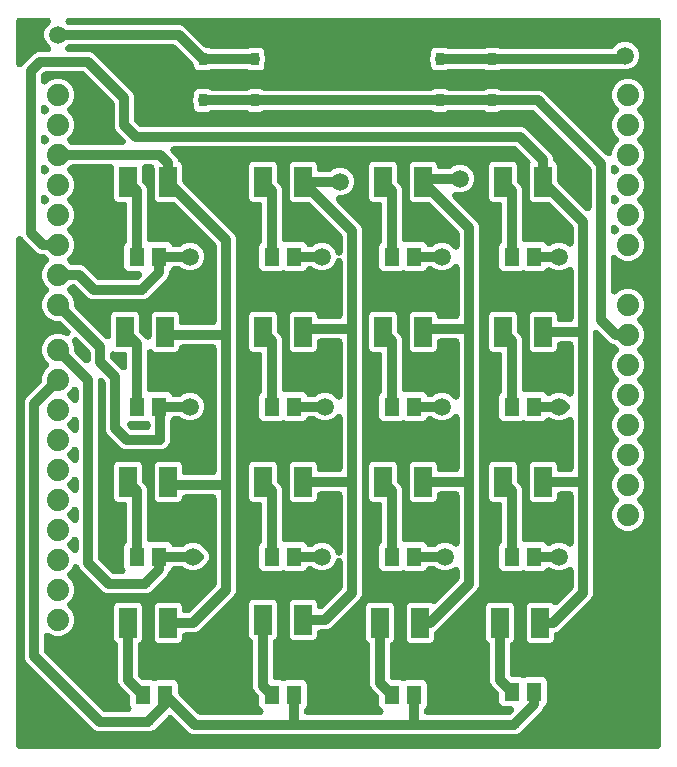
<source format=gbr>
G04 EAGLE Gerber X2 export*
%TF.Part,Single*%
%TF.FileFunction,Copper,L1,Top,Mixed*%
%TF.FilePolarity,Positive*%
%TF.GenerationSoftware,Autodesk,EAGLE,9.1.3*%
%TF.CreationDate,2018-12-14T10:31:56Z*%
G75*
%MOMM*%
%FSLAX34Y34*%
%LPD*%
%AMOC8*
5,1,8,0,0,1.08239X$1,22.5*%
G01*
%ADD10R,1.300000X1.600000*%
%ADD11R,1.500000X2.600000*%
%ADD12C,1.879600*%
%ADD13R,0.700000X1.100000*%
%ADD14C,0.812800*%
%ADD15C,1.500000*%

G36*
X542928Y60967D02*
X542928Y60967D01*
X543004Y60965D01*
X543173Y60987D01*
X543344Y61001D01*
X543418Y61019D01*
X543493Y61029D01*
X543657Y61078D01*
X543823Y61119D01*
X543892Y61149D01*
X543966Y61171D01*
X544119Y61247D01*
X544276Y61314D01*
X544340Y61355D01*
X544409Y61388D01*
X544548Y61487D01*
X544692Y61579D01*
X544749Y61630D01*
X544811Y61674D01*
X544932Y61794D01*
X545060Y61908D01*
X545108Y61967D01*
X545162Y62021D01*
X545263Y62159D01*
X545370Y62292D01*
X545407Y62358D01*
X545452Y62419D01*
X545529Y62572D01*
X545614Y62720D01*
X545640Y62792D01*
X545675Y62860D01*
X545726Y63023D01*
X545785Y63183D01*
X545800Y63258D01*
X545823Y63330D01*
X545835Y63435D01*
X545880Y63667D01*
X545887Y63903D01*
X545899Y64008D01*
X545899Y676912D01*
X545893Y676988D01*
X545895Y677064D01*
X545873Y677233D01*
X545859Y677404D01*
X545841Y677478D01*
X545831Y677553D01*
X545782Y677717D01*
X545741Y677883D01*
X545711Y677952D01*
X545689Y678026D01*
X545613Y678179D01*
X545546Y678336D01*
X545505Y678400D01*
X545472Y678469D01*
X545373Y678608D01*
X545281Y678752D01*
X545230Y678809D01*
X545186Y678871D01*
X545066Y678992D01*
X544952Y679120D01*
X544893Y679168D01*
X544839Y679222D01*
X544701Y679323D01*
X544568Y679430D01*
X544502Y679467D01*
X544441Y679512D01*
X544288Y679589D01*
X544140Y679674D01*
X544068Y679700D01*
X544000Y679735D01*
X543837Y679786D01*
X543677Y679845D01*
X543602Y679860D01*
X543530Y679883D01*
X543425Y679895D01*
X543193Y679940D01*
X542957Y679947D01*
X542852Y679959D01*
X44792Y679959D01*
X44754Y679956D01*
X44716Y679958D01*
X44509Y679936D01*
X44301Y679919D01*
X44264Y679910D01*
X44226Y679906D01*
X44024Y679851D01*
X43822Y679801D01*
X43787Y679786D01*
X43750Y679775D01*
X43560Y679688D01*
X43368Y679606D01*
X43336Y679586D01*
X43302Y679570D01*
X43128Y679453D01*
X42952Y679341D01*
X42924Y679316D01*
X42892Y679294D01*
X42740Y679151D01*
X42585Y679012D01*
X42561Y678983D01*
X42533Y678956D01*
X42405Y678790D01*
X42275Y678628D01*
X42256Y678595D01*
X42232Y678565D01*
X42134Y678381D01*
X42031Y678200D01*
X42017Y678164D01*
X41999Y678130D01*
X41932Y677933D01*
X41859Y677737D01*
X41852Y677700D01*
X41839Y677664D01*
X41804Y677458D01*
X41764Y677253D01*
X41763Y677215D01*
X41757Y677177D01*
X41755Y676968D01*
X41749Y676760D01*
X41754Y676722D01*
X41754Y676684D01*
X41786Y676478D01*
X41813Y676271D01*
X41824Y676234D01*
X41830Y676196D01*
X41896Y675998D01*
X41956Y675799D01*
X41973Y675764D01*
X41985Y675728D01*
X42081Y675542D01*
X42173Y675355D01*
X42195Y675324D01*
X42213Y675290D01*
X42271Y675217D01*
X42458Y674953D01*
X42579Y674831D01*
X42638Y674757D01*
X42894Y674501D01*
X42981Y674427D01*
X43061Y674346D01*
X43168Y674268D01*
X43270Y674182D01*
X43368Y674123D01*
X43460Y674056D01*
X43579Y673996D01*
X43692Y673927D01*
X43798Y673885D01*
X43900Y673833D01*
X44027Y673793D01*
X44151Y673744D01*
X44262Y673719D01*
X44371Y673685D01*
X44464Y673675D01*
X44632Y673637D01*
X44956Y673619D01*
X45048Y673609D01*
X139107Y673609D01*
X142095Y672371D01*
X159129Y655337D01*
X159215Y655263D01*
X159296Y655182D01*
X159403Y655104D01*
X159504Y655018D01*
X159602Y654959D01*
X159695Y654892D01*
X159813Y654832D01*
X159927Y654763D01*
X160033Y654721D01*
X160135Y654669D01*
X160262Y654629D01*
X160385Y654580D01*
X160496Y654555D01*
X160605Y654521D01*
X160699Y654511D01*
X160867Y654473D01*
X161191Y654455D01*
X161283Y654445D01*
X162399Y654445D01*
X163915Y653817D01*
X163984Y653746D01*
X164092Y653668D01*
X164193Y653582D01*
X164291Y653523D01*
X164383Y653456D01*
X164502Y653396D01*
X164616Y653327D01*
X164722Y653285D01*
X164824Y653233D01*
X164950Y653193D01*
X165074Y653144D01*
X165185Y653119D01*
X165294Y653085D01*
X165388Y653075D01*
X165555Y653037D01*
X165880Y653019D01*
X165972Y653009D01*
X194708Y653009D01*
X194822Y653018D01*
X194936Y653017D01*
X195068Y653038D01*
X195200Y653049D01*
X195311Y653076D01*
X195423Y653094D01*
X195550Y653135D01*
X195679Y653167D01*
X195784Y653212D01*
X195892Y653248D01*
X196010Y653310D01*
X196132Y653362D01*
X196228Y653423D01*
X196330Y653476D01*
X196403Y653535D01*
X196548Y653627D01*
X196756Y653813D01*
X198281Y654445D01*
X206899Y654445D01*
X208393Y653826D01*
X209536Y652682D01*
X210155Y651189D01*
X210155Y648465D01*
X210156Y648455D01*
X210155Y648445D01*
X210175Y648210D01*
X210195Y647973D01*
X210197Y647963D01*
X210198Y647954D01*
X210209Y647915D01*
X210313Y647494D01*
X210365Y647374D01*
X210387Y647298D01*
X210719Y646497D01*
X210719Y643263D01*
X210387Y642462D01*
X210384Y642452D01*
X210379Y642444D01*
X210308Y642216D01*
X210235Y641992D01*
X210234Y641982D01*
X210231Y641973D01*
X210227Y641933D01*
X210162Y641504D01*
X210164Y641373D01*
X210155Y641295D01*
X210155Y638571D01*
X209536Y637077D01*
X208393Y635934D01*
X206899Y635315D01*
X198281Y635315D01*
X196765Y635943D01*
X196696Y636014D01*
X196588Y636092D01*
X196487Y636178D01*
X196389Y636237D01*
X196297Y636304D01*
X196178Y636364D01*
X196064Y636433D01*
X195958Y636475D01*
X195856Y636527D01*
X195730Y636567D01*
X195606Y636616D01*
X195495Y636641D01*
X195386Y636675D01*
X195292Y636685D01*
X195125Y636723D01*
X194800Y636741D01*
X194708Y636751D01*
X165972Y636751D01*
X165858Y636742D01*
X165744Y636743D01*
X165612Y636722D01*
X165480Y636711D01*
X165369Y636684D01*
X165257Y636666D01*
X165130Y636625D01*
X165001Y636593D01*
X164896Y636548D01*
X164788Y636512D01*
X164670Y636450D01*
X164548Y636398D01*
X164452Y636337D01*
X164350Y636284D01*
X164277Y636225D01*
X164132Y636133D01*
X163924Y635947D01*
X162399Y635315D01*
X153781Y635315D01*
X152287Y635934D01*
X151144Y637077D01*
X150525Y638571D01*
X150525Y639687D01*
X150516Y639800D01*
X150517Y639915D01*
X150496Y640046D01*
X150485Y640178D01*
X150458Y640289D01*
X150440Y640402D01*
X150399Y640528D01*
X150367Y640657D01*
X150322Y640762D01*
X150286Y640871D01*
X150224Y640989D01*
X150172Y641111D01*
X150111Y641207D01*
X150058Y641308D01*
X149999Y641382D01*
X149907Y641527D01*
X149691Y641769D01*
X149633Y641841D01*
X135015Y656459D01*
X134929Y656533D01*
X134848Y656614D01*
X134741Y656692D01*
X134640Y656778D01*
X134542Y656837D01*
X134449Y656904D01*
X134331Y656964D01*
X134217Y657033D01*
X134111Y657075D01*
X134009Y657127D01*
X133882Y657167D01*
X133759Y657216D01*
X133648Y657241D01*
X133538Y657275D01*
X133445Y657285D01*
X133277Y657323D01*
X132953Y657341D01*
X132861Y657351D01*
X45048Y657351D01*
X44935Y657342D01*
X44821Y657343D01*
X44689Y657322D01*
X44557Y657311D01*
X44446Y657284D01*
X44333Y657266D01*
X44207Y657225D01*
X44078Y657193D01*
X43973Y657148D01*
X43865Y657112D01*
X43747Y657051D01*
X43625Y656998D01*
X43528Y656937D01*
X43427Y656884D01*
X43354Y656825D01*
X43208Y656733D01*
X42967Y656517D01*
X42894Y656459D01*
X42386Y655951D01*
X42361Y655922D01*
X42333Y655896D01*
X42201Y655734D01*
X42066Y655575D01*
X42047Y655542D01*
X42023Y655512D01*
X41919Y655331D01*
X41812Y655152D01*
X41798Y655117D01*
X41779Y655084D01*
X41706Y654887D01*
X41629Y654694D01*
X41620Y654657D01*
X41607Y654621D01*
X41567Y654416D01*
X41522Y654213D01*
X41520Y654174D01*
X41512Y654137D01*
X41506Y653929D01*
X41494Y653720D01*
X41498Y653682D01*
X41497Y653644D01*
X41524Y653437D01*
X41546Y653229D01*
X41556Y653193D01*
X41561Y653155D01*
X41622Y652955D01*
X41677Y652754D01*
X41693Y652719D01*
X41704Y652682D01*
X41796Y652495D01*
X41883Y652305D01*
X41904Y652274D01*
X41921Y652239D01*
X42042Y652069D01*
X42158Y651896D01*
X42184Y651868D01*
X42206Y651837D01*
X42353Y651689D01*
X42496Y651536D01*
X42526Y651513D01*
X42553Y651486D01*
X42721Y651364D01*
X42887Y651236D01*
X42921Y651218D01*
X42952Y651196D01*
X43137Y651102D01*
X43322Y651003D01*
X43358Y650991D01*
X43392Y650973D01*
X43591Y650911D01*
X43789Y650843D01*
X43826Y650837D01*
X43863Y650825D01*
X43955Y650815D01*
X44275Y650760D01*
X44447Y650759D01*
X44540Y650749D01*
X62577Y650749D01*
X65565Y649511D01*
X98331Y616745D01*
X99569Y613757D01*
X99569Y593909D01*
X99578Y593796D01*
X99577Y593681D01*
X99598Y593550D01*
X99609Y593418D01*
X99636Y593307D01*
X99654Y593194D01*
X99695Y593068D01*
X99727Y592939D01*
X99772Y592834D01*
X99808Y592725D01*
X99870Y592607D01*
X99922Y592485D01*
X99983Y592389D01*
X100036Y592288D01*
X100095Y592214D01*
X100187Y592069D01*
X100403Y591827D01*
X100461Y591755D01*
X104075Y588141D01*
X104161Y588067D01*
X104242Y587986D01*
X104349Y587908D01*
X104450Y587822D01*
X104548Y587763D01*
X104641Y587696D01*
X104759Y587636D01*
X104873Y587567D01*
X104979Y587525D01*
X105081Y587473D01*
X105208Y587433D01*
X105331Y587384D01*
X105442Y587359D01*
X105552Y587325D01*
X105645Y587315D01*
X105813Y587277D01*
X106137Y587259D01*
X106229Y587249D01*
X428337Y587249D01*
X431325Y586011D01*
X453151Y564185D01*
X454389Y561197D01*
X454389Y560195D01*
X454406Y559977D01*
X454420Y559759D01*
X454426Y559732D01*
X454429Y559704D01*
X454481Y559491D01*
X454530Y559278D01*
X454541Y559252D01*
X454547Y559225D01*
X454634Y559024D01*
X454716Y558822D01*
X454731Y558797D01*
X454742Y558771D01*
X454859Y558587D01*
X454973Y558401D01*
X454992Y558379D01*
X455007Y558355D01*
X455152Y558192D01*
X455295Y558027D01*
X455317Y558009D01*
X455336Y557987D01*
X455505Y557850D01*
X455673Y557710D01*
X455694Y557698D01*
X455720Y557677D01*
X456025Y557504D01*
X457206Y556323D01*
X457825Y554829D01*
X457825Y542213D01*
X457834Y542100D01*
X457833Y541985D01*
X457854Y541854D01*
X457865Y541722D01*
X457892Y541611D01*
X457910Y541498D01*
X457951Y541372D01*
X457983Y541243D01*
X458028Y541138D01*
X458064Y541029D01*
X458126Y540911D01*
X458178Y540789D01*
X458239Y540693D01*
X458292Y540592D01*
X458351Y540518D01*
X458443Y540373D01*
X458659Y540131D01*
X458717Y540059D01*
X481969Y516806D01*
X481998Y516782D01*
X482024Y516753D01*
X482186Y516622D01*
X482345Y516487D01*
X482378Y516467D01*
X482408Y516443D01*
X482588Y516341D01*
X482768Y516232D01*
X482803Y516218D01*
X482836Y516199D01*
X483032Y516127D01*
X483226Y516049D01*
X483263Y516041D01*
X483299Y516028D01*
X483504Y515988D01*
X483708Y515943D01*
X483746Y515940D01*
X483783Y515933D01*
X483991Y515927D01*
X484200Y515915D01*
X484238Y515919D01*
X484276Y515918D01*
X484483Y515945D01*
X484691Y515967D01*
X484727Y515977D01*
X484765Y515982D01*
X484965Y516043D01*
X485166Y516098D01*
X485201Y516114D01*
X485238Y516125D01*
X485425Y516216D01*
X485615Y516303D01*
X485647Y516325D01*
X485681Y516342D01*
X485851Y516462D01*
X486024Y516579D01*
X486052Y516605D01*
X486083Y516627D01*
X486232Y516774D01*
X486384Y516917D01*
X486407Y516947D01*
X486434Y516974D01*
X486557Y517142D01*
X486684Y517308D01*
X486702Y517342D01*
X486724Y517373D01*
X486818Y517559D01*
X486917Y517743D01*
X486929Y517779D01*
X486947Y517813D01*
X487009Y518012D01*
X487077Y518210D01*
X487083Y518247D01*
X487095Y518283D01*
X487105Y518376D01*
X487160Y518696D01*
X487161Y518868D01*
X487171Y518961D01*
X487171Y551631D01*
X487166Y551689D01*
X487167Y551720D01*
X487162Y551760D01*
X487163Y551859D01*
X487142Y551990D01*
X487131Y552122D01*
X487104Y552233D01*
X487086Y552346D01*
X487045Y552472D01*
X487013Y552601D01*
X486968Y552706D01*
X486932Y552815D01*
X486870Y552933D01*
X486818Y553055D01*
X486757Y553151D01*
X486704Y553252D01*
X486645Y553326D01*
X486553Y553471D01*
X486337Y553713D01*
X486279Y553785D01*
X439205Y600859D01*
X439119Y600933D01*
X439038Y601014D01*
X438931Y601092D01*
X438830Y601178D01*
X438732Y601237D01*
X438639Y601304D01*
X438521Y601364D01*
X438407Y601433D01*
X438301Y601475D01*
X438199Y601527D01*
X438072Y601567D01*
X437949Y601616D01*
X437838Y601641D01*
X437728Y601675D01*
X437635Y601685D01*
X437467Y601723D01*
X437143Y601741D01*
X437051Y601751D01*
X411132Y601751D01*
X411018Y601742D01*
X410904Y601743D01*
X410772Y601722D01*
X410640Y601711D01*
X410529Y601684D01*
X410417Y601666D01*
X410290Y601625D01*
X410161Y601593D01*
X410056Y601548D01*
X409948Y601512D01*
X409830Y601450D01*
X409708Y601398D01*
X409612Y601337D01*
X409510Y601284D01*
X409437Y601225D01*
X409292Y601133D01*
X409084Y600947D01*
X407559Y600315D01*
X398941Y600315D01*
X397425Y600943D01*
X397356Y601014D01*
X397248Y601092D01*
X397147Y601178D01*
X397049Y601237D01*
X396957Y601304D01*
X396838Y601364D01*
X396724Y601433D01*
X396618Y601475D01*
X396516Y601527D01*
X396390Y601567D01*
X396266Y601616D01*
X396155Y601641D01*
X396046Y601675D01*
X395952Y601685D01*
X395785Y601723D01*
X395460Y601741D01*
X395368Y601751D01*
X366632Y601751D01*
X366518Y601742D01*
X366404Y601743D01*
X366272Y601722D01*
X366140Y601711D01*
X366029Y601684D01*
X365917Y601666D01*
X365790Y601625D01*
X365661Y601593D01*
X365556Y601548D01*
X365448Y601512D01*
X365330Y601450D01*
X365208Y601398D01*
X365112Y601337D01*
X365010Y601284D01*
X364937Y601225D01*
X364792Y601133D01*
X364584Y600947D01*
X363059Y600315D01*
X354441Y600315D01*
X352925Y600943D01*
X352856Y601014D01*
X352748Y601092D01*
X352647Y601178D01*
X352549Y601237D01*
X352457Y601304D01*
X352338Y601364D01*
X352224Y601433D01*
X352118Y601475D01*
X352016Y601527D01*
X351890Y601567D01*
X351766Y601616D01*
X351655Y601641D01*
X351546Y601675D01*
X351452Y601685D01*
X351285Y601723D01*
X350960Y601741D01*
X350868Y601751D01*
X210472Y601751D01*
X210358Y601742D01*
X210244Y601743D01*
X210112Y601722D01*
X209980Y601711D01*
X209869Y601684D01*
X209757Y601666D01*
X209630Y601625D01*
X209501Y601593D01*
X209396Y601548D01*
X209288Y601512D01*
X209170Y601450D01*
X209048Y601398D01*
X208952Y601337D01*
X208850Y601284D01*
X208777Y601225D01*
X208632Y601133D01*
X208424Y600947D01*
X206899Y600315D01*
X198281Y600315D01*
X196765Y600943D01*
X196696Y601014D01*
X196588Y601092D01*
X196487Y601178D01*
X196389Y601237D01*
X196297Y601304D01*
X196178Y601364D01*
X196064Y601433D01*
X195958Y601475D01*
X195856Y601527D01*
X195730Y601567D01*
X195606Y601616D01*
X195495Y601641D01*
X195386Y601675D01*
X195292Y601685D01*
X195125Y601723D01*
X194800Y601741D01*
X194708Y601751D01*
X165972Y601751D01*
X165858Y601742D01*
X165744Y601743D01*
X165612Y601722D01*
X165480Y601711D01*
X165369Y601684D01*
X165257Y601666D01*
X165130Y601625D01*
X165001Y601593D01*
X164896Y601548D01*
X164788Y601512D01*
X164670Y601450D01*
X164548Y601398D01*
X164452Y601337D01*
X164350Y601284D01*
X164277Y601225D01*
X164132Y601133D01*
X163924Y600947D01*
X162399Y600315D01*
X153781Y600315D01*
X152287Y600934D01*
X151144Y602077D01*
X150525Y603571D01*
X150525Y606295D01*
X150524Y606305D01*
X150525Y606315D01*
X150505Y606550D01*
X150485Y606787D01*
X150483Y606797D01*
X150482Y606806D01*
X150471Y606845D01*
X150367Y607266D01*
X150315Y607386D01*
X150293Y607462D01*
X149961Y608263D01*
X149961Y611497D01*
X150293Y612298D01*
X150296Y612308D01*
X150301Y612316D01*
X150372Y612543D01*
X150445Y612768D01*
X150446Y612778D01*
X150449Y612787D01*
X150453Y612827D01*
X150518Y613256D01*
X150516Y613387D01*
X150525Y613465D01*
X150525Y616189D01*
X151144Y617683D01*
X152287Y618826D01*
X153781Y619445D01*
X162399Y619445D01*
X163915Y618817D01*
X163984Y618746D01*
X164092Y618668D01*
X164193Y618582D01*
X164291Y618523D01*
X164383Y618456D01*
X164502Y618396D01*
X164616Y618327D01*
X164722Y618285D01*
X164824Y618233D01*
X164950Y618193D01*
X165074Y618144D01*
X165185Y618119D01*
X165294Y618085D01*
X165388Y618075D01*
X165555Y618037D01*
X165880Y618019D01*
X165972Y618009D01*
X194708Y618009D01*
X194822Y618018D01*
X194936Y618017D01*
X195068Y618038D01*
X195200Y618049D01*
X195311Y618076D01*
X195423Y618094D01*
X195550Y618135D01*
X195679Y618167D01*
X195784Y618212D01*
X195892Y618248D01*
X196010Y618310D01*
X196132Y618362D01*
X196228Y618423D01*
X196330Y618476D01*
X196403Y618535D01*
X196548Y618627D01*
X196756Y618813D01*
X198281Y619445D01*
X206899Y619445D01*
X208415Y618817D01*
X208484Y618746D01*
X208592Y618668D01*
X208693Y618582D01*
X208791Y618523D01*
X208883Y618456D01*
X209002Y618396D01*
X209116Y618327D01*
X209222Y618285D01*
X209324Y618233D01*
X209450Y618193D01*
X209574Y618144D01*
X209685Y618119D01*
X209794Y618085D01*
X209888Y618075D01*
X210055Y618037D01*
X210380Y618019D01*
X210472Y618009D01*
X350868Y618009D01*
X350982Y618018D01*
X351096Y618017D01*
X351228Y618038D01*
X351360Y618049D01*
X351471Y618076D01*
X351583Y618094D01*
X351710Y618135D01*
X351839Y618167D01*
X351944Y618212D01*
X352052Y618248D01*
X352170Y618310D01*
X352292Y618362D01*
X352388Y618423D01*
X352490Y618476D01*
X352563Y618535D01*
X352708Y618627D01*
X352916Y618813D01*
X354441Y619445D01*
X363059Y619445D01*
X364575Y618817D01*
X364644Y618746D01*
X364752Y618668D01*
X364853Y618582D01*
X364951Y618523D01*
X365043Y618456D01*
X365162Y618396D01*
X365276Y618327D01*
X365382Y618285D01*
X365484Y618233D01*
X365610Y618193D01*
X365734Y618144D01*
X365845Y618119D01*
X365954Y618085D01*
X366048Y618075D01*
X366215Y618037D01*
X366540Y618019D01*
X366632Y618009D01*
X395368Y618009D01*
X395482Y618018D01*
X395596Y618017D01*
X395728Y618038D01*
X395860Y618049D01*
X395971Y618076D01*
X396083Y618094D01*
X396210Y618135D01*
X396339Y618167D01*
X396444Y618212D01*
X396552Y618248D01*
X396670Y618310D01*
X396792Y618362D01*
X396888Y618423D01*
X396990Y618476D01*
X397063Y618535D01*
X397208Y618627D01*
X397416Y618813D01*
X398941Y619445D01*
X407559Y619445D01*
X409075Y618817D01*
X409144Y618746D01*
X409252Y618668D01*
X409353Y618582D01*
X409451Y618523D01*
X409543Y618456D01*
X409662Y618396D01*
X409776Y618327D01*
X409882Y618285D01*
X409984Y618233D01*
X410110Y618193D01*
X410234Y618144D01*
X410345Y618119D01*
X410454Y618085D01*
X410548Y618075D01*
X410715Y618037D01*
X411040Y618019D01*
X411132Y618009D01*
X443297Y618009D01*
X446285Y616771D01*
X499474Y563582D01*
X499494Y563562D01*
X499524Y563537D01*
X499550Y563507D01*
X499711Y563377D01*
X499869Y563242D01*
X499903Y563222D01*
X499934Y563197D01*
X500114Y563095D01*
X500292Y562988D01*
X500328Y562973D01*
X500362Y562953D01*
X500557Y562881D01*
X500750Y562804D01*
X500788Y562796D01*
X500825Y562782D01*
X501028Y562742D01*
X501231Y562697D01*
X501270Y562695D01*
X501309Y562687D01*
X501516Y562681D01*
X501724Y562669D01*
X501763Y562673D01*
X501802Y562672D01*
X502007Y562699D01*
X502214Y562721D01*
X502252Y562731D01*
X502291Y562736D01*
X502490Y562796D01*
X502690Y562851D01*
X502726Y562867D01*
X502764Y562879D01*
X502950Y562970D01*
X503139Y563056D01*
X503171Y563078D01*
X503207Y563096D01*
X503376Y563216D01*
X503548Y563331D01*
X503577Y563358D01*
X503609Y563381D01*
X503756Y563527D01*
X503908Y563669D01*
X503932Y563700D01*
X503960Y563728D01*
X504082Y563895D01*
X504209Y564060D01*
X504227Y564095D01*
X504250Y564127D01*
X504344Y564312D01*
X504442Y564495D01*
X504455Y564532D01*
X504473Y564567D01*
X504535Y564765D01*
X504602Y564961D01*
X504609Y565000D01*
X504621Y565037D01*
X504632Y565131D01*
X504685Y565447D01*
X504687Y565621D01*
X504697Y565715D01*
X504697Y566558D01*
X506747Y571506D01*
X509666Y574425D01*
X509715Y574483D01*
X509771Y574535D01*
X509875Y574671D01*
X509986Y574801D01*
X510025Y574867D01*
X510071Y574927D01*
X510152Y575077D01*
X510240Y575224D01*
X510268Y575294D01*
X510304Y575362D01*
X510360Y575523D01*
X510423Y575682D01*
X510440Y575756D01*
X510464Y575828D01*
X510493Y575997D01*
X510530Y576163D01*
X510534Y576240D01*
X510547Y576315D01*
X510548Y576486D01*
X510558Y576656D01*
X510550Y576732D01*
X510550Y576808D01*
X510524Y576977D01*
X510505Y577147D01*
X510485Y577220D01*
X510473Y577295D01*
X510420Y577458D01*
X510375Y577622D01*
X510343Y577692D01*
X510319Y577764D01*
X510240Y577916D01*
X510169Y578071D01*
X510127Y578134D01*
X510091Y578202D01*
X510026Y578284D01*
X509894Y578480D01*
X509732Y578652D01*
X509666Y578735D01*
X506747Y581654D01*
X504697Y586602D01*
X504697Y591958D01*
X506747Y596906D01*
X509666Y599825D01*
X509715Y599883D01*
X509771Y599935D01*
X509875Y600071D01*
X509986Y600201D01*
X510025Y600267D01*
X510071Y600327D01*
X510152Y600477D01*
X510240Y600624D01*
X510268Y600694D01*
X510304Y600762D01*
X510360Y600923D01*
X510423Y601082D01*
X510440Y601156D01*
X510464Y601228D01*
X510493Y601397D01*
X510530Y601563D01*
X510534Y601640D01*
X510547Y601715D01*
X510548Y601886D01*
X510558Y602056D01*
X510550Y602132D01*
X510550Y602208D01*
X510524Y602377D01*
X510505Y602547D01*
X510485Y602620D01*
X510473Y602695D01*
X510420Y602858D01*
X510375Y603022D01*
X510343Y603092D01*
X510319Y603164D01*
X510240Y603316D01*
X510169Y603471D01*
X510127Y603534D01*
X510091Y603602D01*
X510026Y603684D01*
X509894Y603880D01*
X509732Y604052D01*
X509666Y604135D01*
X506747Y607054D01*
X504697Y612002D01*
X504697Y617358D01*
X506747Y622306D01*
X510534Y626093D01*
X515482Y628143D01*
X520838Y628143D01*
X525786Y626093D01*
X529573Y622306D01*
X531623Y617358D01*
X531623Y612002D01*
X529573Y607054D01*
X526654Y604135D01*
X526605Y604077D01*
X526549Y604024D01*
X526445Y603889D01*
X526334Y603759D01*
X526295Y603694D01*
X526249Y603633D01*
X526168Y603483D01*
X526080Y603336D01*
X526052Y603265D01*
X526016Y603198D01*
X525960Y603037D01*
X525897Y602878D01*
X525880Y602804D01*
X525856Y602732D01*
X525827Y602563D01*
X525790Y602396D01*
X525786Y602320D01*
X525773Y602245D01*
X525772Y602074D01*
X525762Y601904D01*
X525770Y601828D01*
X525770Y601752D01*
X525796Y601583D01*
X525815Y601413D01*
X525835Y601340D01*
X525847Y601265D01*
X525900Y601102D01*
X525945Y600938D01*
X525977Y600868D01*
X526001Y600796D01*
X526080Y600645D01*
X526151Y600489D01*
X526193Y600426D01*
X526229Y600358D01*
X526294Y600276D01*
X526426Y600080D01*
X526588Y599908D01*
X526654Y599825D01*
X529573Y596906D01*
X531623Y591958D01*
X531623Y586602D01*
X529573Y581654D01*
X526654Y578735D01*
X526605Y578677D01*
X526549Y578624D01*
X526445Y578489D01*
X526334Y578359D01*
X526295Y578294D01*
X526249Y578233D01*
X526168Y578083D01*
X526080Y577936D01*
X526052Y577865D01*
X526016Y577798D01*
X525960Y577637D01*
X525897Y577478D01*
X525880Y577404D01*
X525856Y577332D01*
X525827Y577163D01*
X525790Y576996D01*
X525786Y576920D01*
X525773Y576845D01*
X525772Y576674D01*
X525762Y576504D01*
X525770Y576428D01*
X525770Y576352D01*
X525796Y576183D01*
X525815Y576013D01*
X525835Y575940D01*
X525847Y575865D01*
X525900Y575702D01*
X525945Y575538D01*
X525977Y575468D01*
X526001Y575396D01*
X526080Y575245D01*
X526151Y575089D01*
X526193Y575026D01*
X526229Y574958D01*
X526294Y574876D01*
X526426Y574680D01*
X526588Y574508D01*
X526654Y574425D01*
X529573Y571506D01*
X531623Y566558D01*
X531623Y561202D01*
X529573Y556254D01*
X526654Y553335D01*
X526605Y553277D01*
X526549Y553224D01*
X526445Y553089D01*
X526334Y552959D01*
X526295Y552894D01*
X526249Y552833D01*
X526168Y552683D01*
X526080Y552536D01*
X526052Y552465D01*
X526016Y552398D01*
X525960Y552237D01*
X525897Y552078D01*
X525880Y552004D01*
X525856Y551932D01*
X525827Y551763D01*
X525790Y551596D01*
X525786Y551520D01*
X525773Y551445D01*
X525772Y551274D01*
X525762Y551104D01*
X525770Y551028D01*
X525770Y550952D01*
X525796Y550783D01*
X525815Y550613D01*
X525835Y550540D01*
X525847Y550465D01*
X525900Y550302D01*
X525945Y550138D01*
X525977Y550068D01*
X526001Y549996D01*
X526080Y549845D01*
X526151Y549689D01*
X526193Y549626D01*
X526229Y549558D01*
X526294Y549476D01*
X526426Y549280D01*
X526588Y549108D01*
X526654Y549025D01*
X529573Y546106D01*
X531623Y541158D01*
X531623Y535802D01*
X529573Y530854D01*
X526654Y527935D01*
X526605Y527877D01*
X526549Y527824D01*
X526445Y527689D01*
X526334Y527559D01*
X526295Y527494D01*
X526249Y527433D01*
X526168Y527283D01*
X526080Y527136D01*
X526052Y527065D01*
X526016Y526998D01*
X525960Y526837D01*
X525897Y526678D01*
X525880Y526604D01*
X525856Y526532D01*
X525827Y526363D01*
X525790Y526196D01*
X525786Y526120D01*
X525773Y526045D01*
X525772Y525874D01*
X525762Y525704D01*
X525770Y525628D01*
X525770Y525552D01*
X525796Y525383D01*
X525815Y525213D01*
X525835Y525140D01*
X525847Y525065D01*
X525900Y524902D01*
X525945Y524738D01*
X525977Y524668D01*
X526001Y524596D01*
X526080Y524445D01*
X526151Y524289D01*
X526193Y524226D01*
X526229Y524158D01*
X526294Y524076D01*
X526426Y523880D01*
X526588Y523708D01*
X526654Y523625D01*
X529573Y520706D01*
X531623Y515758D01*
X531623Y510402D01*
X529573Y505454D01*
X526654Y502535D01*
X526605Y502477D01*
X526549Y502424D01*
X526445Y502289D01*
X526334Y502159D01*
X526295Y502094D01*
X526249Y502033D01*
X526168Y501883D01*
X526080Y501736D01*
X526052Y501665D01*
X526016Y501598D01*
X525960Y501437D01*
X525897Y501278D01*
X525880Y501204D01*
X525856Y501132D01*
X525827Y500963D01*
X525790Y500796D01*
X525786Y500720D01*
X525773Y500645D01*
X525772Y500474D01*
X525762Y500304D01*
X525770Y500228D01*
X525770Y500152D01*
X525796Y499983D01*
X525815Y499813D01*
X525835Y499740D01*
X525847Y499665D01*
X525900Y499502D01*
X525945Y499338D01*
X525977Y499268D01*
X526001Y499196D01*
X526080Y499045D01*
X526151Y498889D01*
X526193Y498826D01*
X526229Y498758D01*
X526294Y498676D01*
X526426Y498480D01*
X526588Y498308D01*
X526654Y498225D01*
X529573Y495306D01*
X531623Y490358D01*
X531623Y485002D01*
X529573Y480054D01*
X525786Y476267D01*
X520838Y474217D01*
X515482Y474217D01*
X510534Y476267D01*
X508631Y478170D01*
X508602Y478195D01*
X508576Y478223D01*
X508414Y478354D01*
X508255Y478490D01*
X508222Y478509D01*
X508192Y478533D01*
X508011Y478636D01*
X507832Y478744D01*
X507797Y478758D01*
X507764Y478777D01*
X507568Y478850D01*
X507374Y478927D01*
X507337Y478936D01*
X507301Y478949D01*
X507096Y478989D01*
X506892Y479034D01*
X506854Y479036D01*
X506817Y479043D01*
X506609Y479050D01*
X506400Y479062D01*
X506362Y479058D01*
X506324Y479059D01*
X506117Y479032D01*
X505909Y479009D01*
X505873Y478999D01*
X505835Y478994D01*
X505635Y478934D01*
X505434Y478879D01*
X505399Y478863D01*
X505362Y478852D01*
X505175Y478760D01*
X504985Y478673D01*
X504954Y478652D01*
X504919Y478635D01*
X504749Y478514D01*
X504576Y478398D01*
X504548Y478372D01*
X504517Y478350D01*
X504369Y478203D01*
X504216Y478060D01*
X504193Y478030D01*
X504166Y478003D01*
X504043Y477834D01*
X503916Y477669D01*
X503898Y477635D01*
X503876Y477604D01*
X503782Y477418D01*
X503683Y477234D01*
X503670Y477198D01*
X503653Y477164D01*
X503591Y476964D01*
X503523Y476767D01*
X503517Y476730D01*
X503505Y476693D01*
X503495Y476600D01*
X503440Y476281D01*
X503439Y476109D01*
X503429Y476015D01*
X503429Y448545D01*
X503432Y448507D01*
X503430Y448469D01*
X503452Y448261D01*
X503469Y448053D01*
X503478Y448016D01*
X503482Y447978D01*
X503537Y447777D01*
X503587Y447574D01*
X503602Y447539D01*
X503613Y447502D01*
X503700Y447312D01*
X503782Y447121D01*
X503802Y447088D01*
X503818Y447054D01*
X503935Y446881D01*
X504047Y446705D01*
X504072Y446676D01*
X504094Y446645D01*
X504237Y446492D01*
X504376Y446337D01*
X504405Y446313D01*
X504431Y446285D01*
X504597Y446158D01*
X504760Y446027D01*
X504793Y446008D01*
X504823Y445985D01*
X505007Y445886D01*
X505188Y445783D01*
X505224Y445770D01*
X505258Y445752D01*
X505455Y445684D01*
X505651Y445611D01*
X505688Y445604D01*
X505724Y445592D01*
X505931Y445556D01*
X506135Y445517D01*
X506173Y445515D01*
X506211Y445509D01*
X506420Y445508D01*
X506628Y445501D01*
X506666Y445506D01*
X506704Y445506D01*
X506911Y445538D01*
X507117Y445566D01*
X507154Y445577D01*
X507191Y445583D01*
X507390Y445648D01*
X507589Y445708D01*
X507624Y445725D01*
X507660Y445737D01*
X507845Y445833D01*
X508033Y445925D01*
X508064Y445947D01*
X508098Y445965D01*
X508170Y446023D01*
X508435Y446210D01*
X508557Y446331D01*
X508631Y446390D01*
X510534Y448293D01*
X515482Y450343D01*
X520838Y450343D01*
X525786Y448293D01*
X529573Y444506D01*
X531623Y439558D01*
X531623Y434202D01*
X529573Y429254D01*
X526654Y426335D01*
X526605Y426277D01*
X526549Y426225D01*
X526445Y426089D01*
X526334Y425959D01*
X526295Y425893D01*
X526249Y425833D01*
X526168Y425683D01*
X526080Y425536D01*
X526052Y425466D01*
X526016Y425398D01*
X525960Y425237D01*
X525897Y425078D01*
X525880Y425004D01*
X525856Y424932D01*
X525827Y424763D01*
X525790Y424597D01*
X525786Y424520D01*
X525773Y424445D01*
X525772Y424274D01*
X525762Y424104D01*
X525770Y424028D01*
X525770Y423952D01*
X525796Y423783D01*
X525815Y423613D01*
X525835Y423540D01*
X525847Y423465D01*
X525900Y423302D01*
X525945Y423138D01*
X525977Y423068D01*
X526001Y422996D01*
X526080Y422844D01*
X526151Y422689D01*
X526193Y422626D01*
X526229Y422558D01*
X526294Y422476D01*
X526426Y422280D01*
X526588Y422108D01*
X526654Y422025D01*
X529573Y419106D01*
X531623Y414158D01*
X531623Y408802D01*
X529573Y403854D01*
X526654Y400935D01*
X526605Y400877D01*
X526549Y400824D01*
X526445Y400689D01*
X526334Y400559D01*
X526295Y400494D01*
X526249Y400433D01*
X526168Y400283D01*
X526080Y400136D01*
X526052Y400065D01*
X526016Y399998D01*
X525960Y399837D01*
X525897Y399678D01*
X525880Y399604D01*
X525856Y399532D01*
X525827Y399363D01*
X525790Y399196D01*
X525786Y399120D01*
X525773Y399045D01*
X525772Y398874D01*
X525762Y398704D01*
X525770Y398628D01*
X525770Y398552D01*
X525796Y398383D01*
X525815Y398213D01*
X525835Y398140D01*
X525847Y398065D01*
X525900Y397902D01*
X525945Y397738D01*
X525977Y397668D01*
X526001Y397596D01*
X526080Y397445D01*
X526151Y397289D01*
X526193Y397226D01*
X526229Y397158D01*
X526294Y397076D01*
X526426Y396880D01*
X526588Y396708D01*
X526654Y396625D01*
X529573Y393706D01*
X531623Y388758D01*
X531623Y383402D01*
X529573Y378454D01*
X526654Y375535D01*
X526605Y375477D01*
X526549Y375424D01*
X526445Y375289D01*
X526334Y375159D01*
X526295Y375094D01*
X526249Y375033D01*
X526168Y374883D01*
X526080Y374736D01*
X526052Y374665D01*
X526016Y374598D01*
X525960Y374437D01*
X525897Y374278D01*
X525880Y374204D01*
X525856Y374132D01*
X525827Y373963D01*
X525790Y373796D01*
X525786Y373720D01*
X525773Y373645D01*
X525772Y373474D01*
X525762Y373304D01*
X525770Y373228D01*
X525770Y373152D01*
X525796Y372983D01*
X525815Y372813D01*
X525835Y372740D01*
X525847Y372665D01*
X525900Y372502D01*
X525945Y372338D01*
X525977Y372268D01*
X526001Y372196D01*
X526080Y372045D01*
X526151Y371889D01*
X526193Y371826D01*
X526229Y371758D01*
X526294Y371676D01*
X526426Y371480D01*
X526588Y371308D01*
X526654Y371225D01*
X529573Y368306D01*
X531623Y363358D01*
X531623Y358002D01*
X529573Y353054D01*
X526654Y350135D01*
X526605Y350077D01*
X526549Y350024D01*
X526445Y349889D01*
X526334Y349759D01*
X526295Y349694D01*
X526249Y349633D01*
X526168Y349483D01*
X526080Y349336D01*
X526052Y349265D01*
X526016Y349198D01*
X525960Y349037D01*
X525897Y348878D01*
X525880Y348804D01*
X525856Y348732D01*
X525827Y348563D01*
X525790Y348396D01*
X525786Y348320D01*
X525773Y348245D01*
X525772Y348074D01*
X525762Y347904D01*
X525770Y347828D01*
X525770Y347752D01*
X525796Y347583D01*
X525815Y347413D01*
X525835Y347340D01*
X525847Y347265D01*
X525900Y347102D01*
X525945Y346938D01*
X525977Y346868D01*
X526001Y346796D01*
X526080Y346645D01*
X526151Y346489D01*
X526193Y346426D01*
X526229Y346358D01*
X526294Y346276D01*
X526426Y346080D01*
X526588Y345908D01*
X526654Y345825D01*
X529573Y342906D01*
X531623Y337958D01*
X531623Y332602D01*
X529573Y327654D01*
X526654Y324735D01*
X526605Y324677D01*
X526549Y324624D01*
X526445Y324489D01*
X526334Y324359D01*
X526295Y324294D01*
X526249Y324233D01*
X526168Y324083D01*
X526080Y323936D01*
X526052Y323865D01*
X526016Y323798D01*
X525960Y323637D01*
X525897Y323478D01*
X525880Y323404D01*
X525856Y323332D01*
X525827Y323163D01*
X525790Y322996D01*
X525786Y322920D01*
X525773Y322845D01*
X525772Y322674D01*
X525762Y322504D01*
X525770Y322428D01*
X525770Y322352D01*
X525796Y322183D01*
X525815Y322013D01*
X525835Y321940D01*
X525847Y321865D01*
X525900Y321702D01*
X525945Y321538D01*
X525977Y321468D01*
X526001Y321396D01*
X526080Y321245D01*
X526151Y321089D01*
X526193Y321026D01*
X526229Y320958D01*
X526294Y320876D01*
X526426Y320680D01*
X526588Y320508D01*
X526654Y320425D01*
X529573Y317506D01*
X531623Y312558D01*
X531623Y307202D01*
X529573Y302254D01*
X526654Y299335D01*
X526605Y299277D01*
X526549Y299224D01*
X526445Y299089D01*
X526334Y298959D01*
X526295Y298894D01*
X526249Y298833D01*
X526168Y298683D01*
X526080Y298536D01*
X526052Y298465D01*
X526016Y298398D01*
X525960Y298237D01*
X525897Y298078D01*
X525880Y298004D01*
X525856Y297932D01*
X525827Y297763D01*
X525790Y297596D01*
X525786Y297520D01*
X525773Y297445D01*
X525772Y297274D01*
X525762Y297104D01*
X525770Y297028D01*
X525770Y296952D01*
X525796Y296783D01*
X525815Y296613D01*
X525835Y296540D01*
X525847Y296465D01*
X525900Y296302D01*
X525945Y296138D01*
X525977Y296068D01*
X526001Y295996D01*
X526080Y295845D01*
X526151Y295689D01*
X526193Y295626D01*
X526229Y295558D01*
X526294Y295476D01*
X526426Y295280D01*
X526588Y295108D01*
X526654Y295025D01*
X529573Y292106D01*
X531623Y287158D01*
X531623Y281802D01*
X529573Y276854D01*
X526654Y273935D01*
X526605Y273877D01*
X526549Y273825D01*
X526445Y273689D01*
X526334Y273559D01*
X526295Y273493D01*
X526249Y273433D01*
X526168Y273283D01*
X526080Y273136D01*
X526052Y273066D01*
X526016Y272998D01*
X525960Y272837D01*
X525897Y272678D01*
X525880Y272604D01*
X525856Y272532D01*
X525827Y272363D01*
X525790Y272197D01*
X525786Y272120D01*
X525773Y272045D01*
X525772Y271874D01*
X525762Y271704D01*
X525770Y271628D01*
X525770Y271552D01*
X525796Y271383D01*
X525815Y271213D01*
X525835Y271140D01*
X525847Y271065D01*
X525900Y270902D01*
X525945Y270738D01*
X525977Y270668D01*
X526001Y270596D01*
X526080Y270444D01*
X526151Y270289D01*
X526193Y270226D01*
X526229Y270158D01*
X526294Y270076D01*
X526426Y269880D01*
X526588Y269708D01*
X526654Y269625D01*
X529573Y266706D01*
X531623Y261758D01*
X531623Y256402D01*
X529573Y251454D01*
X525786Y247667D01*
X520838Y245617D01*
X515482Y245617D01*
X510534Y247667D01*
X506747Y251454D01*
X504697Y256402D01*
X504697Y261758D01*
X506747Y266706D01*
X509666Y269625D01*
X509715Y269683D01*
X509771Y269736D01*
X509875Y269871D01*
X509986Y270001D01*
X510025Y270066D01*
X510071Y270127D01*
X510152Y270277D01*
X510240Y270424D01*
X510268Y270495D01*
X510304Y270562D01*
X510360Y270723D01*
X510423Y270882D01*
X510440Y270956D01*
X510464Y271028D01*
X510493Y271197D01*
X510530Y271364D01*
X510534Y271440D01*
X510547Y271515D01*
X510548Y271686D01*
X510558Y271856D01*
X510550Y271932D01*
X510550Y272008D01*
X510524Y272177D01*
X510505Y272347D01*
X510485Y272420D01*
X510473Y272495D01*
X510420Y272658D01*
X510375Y272822D01*
X510343Y272892D01*
X510319Y272964D01*
X510240Y273115D01*
X510169Y273271D01*
X510127Y273334D01*
X510091Y273402D01*
X510026Y273484D01*
X509894Y273680D01*
X509732Y273852D01*
X509666Y273935D01*
X506747Y276854D01*
X504697Y281802D01*
X504697Y287158D01*
X506747Y292106D01*
X509666Y295025D01*
X509715Y295083D01*
X509771Y295135D01*
X509875Y295271D01*
X509986Y295401D01*
X510025Y295467D01*
X510071Y295527D01*
X510152Y295677D01*
X510240Y295824D01*
X510268Y295894D01*
X510304Y295962D01*
X510360Y296123D01*
X510423Y296282D01*
X510440Y296356D01*
X510464Y296428D01*
X510493Y296597D01*
X510530Y296763D01*
X510534Y296840D01*
X510547Y296915D01*
X510548Y297086D01*
X510558Y297256D01*
X510550Y297332D01*
X510550Y297408D01*
X510524Y297577D01*
X510505Y297747D01*
X510485Y297820D01*
X510473Y297895D01*
X510420Y298058D01*
X510375Y298222D01*
X510343Y298292D01*
X510319Y298364D01*
X510240Y298516D01*
X510169Y298671D01*
X510127Y298734D01*
X510091Y298802D01*
X510026Y298884D01*
X509894Y299080D01*
X509732Y299252D01*
X509666Y299335D01*
X506747Y302254D01*
X504697Y307202D01*
X504697Y312558D01*
X506747Y317506D01*
X509666Y320425D01*
X509715Y320483D01*
X509771Y320535D01*
X509875Y320671D01*
X509986Y320801D01*
X510025Y320867D01*
X510071Y320927D01*
X510152Y321077D01*
X510240Y321224D01*
X510268Y321294D01*
X510304Y321362D01*
X510360Y321523D01*
X510423Y321682D01*
X510440Y321756D01*
X510464Y321828D01*
X510493Y321997D01*
X510530Y322163D01*
X510534Y322240D01*
X510547Y322315D01*
X510548Y322486D01*
X510558Y322656D01*
X510550Y322732D01*
X510550Y322808D01*
X510524Y322977D01*
X510505Y323147D01*
X510485Y323220D01*
X510473Y323295D01*
X510420Y323458D01*
X510375Y323622D01*
X510343Y323692D01*
X510319Y323764D01*
X510240Y323916D01*
X510169Y324071D01*
X510127Y324134D01*
X510091Y324202D01*
X510026Y324284D01*
X509894Y324480D01*
X509732Y324652D01*
X509666Y324735D01*
X506747Y327654D01*
X504697Y332602D01*
X504697Y337958D01*
X506747Y342906D01*
X509666Y345825D01*
X509715Y345883D01*
X509771Y345935D01*
X509875Y346071D01*
X509986Y346201D01*
X510025Y346267D01*
X510071Y346327D01*
X510152Y346477D01*
X510240Y346624D01*
X510268Y346694D01*
X510304Y346762D01*
X510360Y346923D01*
X510423Y347082D01*
X510440Y347156D01*
X510464Y347228D01*
X510493Y347397D01*
X510530Y347563D01*
X510534Y347640D01*
X510547Y347715D01*
X510548Y347886D01*
X510558Y348056D01*
X510550Y348132D01*
X510550Y348208D01*
X510524Y348377D01*
X510505Y348547D01*
X510485Y348620D01*
X510473Y348695D01*
X510420Y348858D01*
X510375Y349022D01*
X510343Y349092D01*
X510319Y349164D01*
X510240Y349316D01*
X510169Y349471D01*
X510127Y349534D01*
X510091Y349602D01*
X510026Y349684D01*
X509894Y349880D01*
X509732Y350052D01*
X509666Y350135D01*
X506747Y353054D01*
X504697Y358002D01*
X504697Y363358D01*
X506747Y368306D01*
X509666Y371225D01*
X509715Y371283D01*
X509771Y371335D01*
X509875Y371471D01*
X509986Y371601D01*
X510025Y371667D01*
X510071Y371727D01*
X510152Y371877D01*
X510240Y372024D01*
X510268Y372094D01*
X510304Y372162D01*
X510360Y372323D01*
X510423Y372482D01*
X510440Y372556D01*
X510464Y372628D01*
X510493Y372797D01*
X510530Y372963D01*
X510534Y373040D01*
X510547Y373115D01*
X510548Y373286D01*
X510558Y373456D01*
X510550Y373532D01*
X510550Y373608D01*
X510524Y373777D01*
X510505Y373947D01*
X510485Y374020D01*
X510473Y374095D01*
X510420Y374258D01*
X510375Y374422D01*
X510343Y374492D01*
X510319Y374564D01*
X510240Y374716D01*
X510169Y374871D01*
X510127Y374934D01*
X510091Y375002D01*
X510026Y375084D01*
X509894Y375280D01*
X509732Y375452D01*
X509666Y375535D01*
X506747Y378454D01*
X504697Y383402D01*
X504697Y388758D01*
X506747Y393706D01*
X509666Y396625D01*
X509715Y396683D01*
X509771Y396735D01*
X509875Y396871D01*
X509986Y397001D01*
X510025Y397067D01*
X510071Y397127D01*
X510152Y397277D01*
X510240Y397424D01*
X510268Y397494D01*
X510304Y397562D01*
X510360Y397723D01*
X510423Y397882D01*
X510440Y397956D01*
X510464Y398028D01*
X510493Y398197D01*
X510530Y398363D01*
X510534Y398440D01*
X510547Y398515D01*
X510548Y398686D01*
X510558Y398856D01*
X510550Y398932D01*
X510550Y399008D01*
X510524Y399177D01*
X510505Y399347D01*
X510485Y399420D01*
X510473Y399495D01*
X510420Y399658D01*
X510375Y399822D01*
X510343Y399892D01*
X510319Y399964D01*
X510240Y400116D01*
X510169Y400271D01*
X510127Y400334D01*
X510091Y400402D01*
X510026Y400484D01*
X509894Y400680D01*
X509732Y400852D01*
X509666Y400935D01*
X508142Y402459D01*
X508055Y402533D01*
X507975Y402614D01*
X507867Y402692D01*
X507766Y402778D01*
X507668Y402837D01*
X507576Y402904D01*
X507458Y402964D01*
X507344Y403033D01*
X507237Y403075D01*
X507136Y403127D01*
X507009Y403167D01*
X506885Y403216D01*
X506774Y403241D01*
X506665Y403275D01*
X506572Y403285D01*
X506508Y403300D01*
X503395Y404589D01*
X500680Y407304D01*
X493391Y414594D01*
X493362Y414618D01*
X493336Y414647D01*
X493174Y414778D01*
X493015Y414913D01*
X492982Y414933D01*
X492952Y414957D01*
X492771Y415060D01*
X492592Y415168D01*
X492557Y415182D01*
X492524Y415201D01*
X492328Y415273D01*
X492134Y415351D01*
X492097Y415359D01*
X492061Y415372D01*
X491856Y415412D01*
X491652Y415457D01*
X491614Y415460D01*
X491577Y415467D01*
X491369Y415473D01*
X491160Y415485D01*
X491122Y415481D01*
X491084Y415482D01*
X490877Y415455D01*
X490669Y415433D01*
X490633Y415423D01*
X490595Y415418D01*
X490395Y415357D01*
X490194Y415302D01*
X490159Y415286D01*
X490122Y415275D01*
X489935Y415184D01*
X489745Y415097D01*
X489713Y415075D01*
X489679Y415058D01*
X489510Y414938D01*
X489336Y414821D01*
X489308Y414795D01*
X489277Y414773D01*
X489129Y414626D01*
X488976Y414483D01*
X488953Y414453D01*
X488926Y414426D01*
X488803Y414258D01*
X488676Y414092D01*
X488658Y414058D01*
X488636Y414027D01*
X488542Y413841D01*
X488443Y413657D01*
X488430Y413621D01*
X488413Y413587D01*
X488351Y413388D01*
X488283Y413190D01*
X488277Y413153D01*
X488265Y413117D01*
X488255Y413024D01*
X488200Y412704D01*
X488199Y412532D01*
X488189Y412439D01*
X488189Y191423D01*
X486951Y188435D01*
X459265Y160749D01*
X457166Y159880D01*
X456971Y159780D01*
X456775Y159684D01*
X456752Y159667D01*
X456727Y159654D01*
X456551Y159524D01*
X456373Y159398D01*
X456353Y159378D01*
X456330Y159361D01*
X456177Y159205D01*
X456022Y159052D01*
X456005Y159029D01*
X455985Y159008D01*
X455860Y158830D01*
X455732Y158653D01*
X455719Y158627D01*
X455703Y158604D01*
X455608Y158407D01*
X455509Y158212D01*
X455501Y158185D01*
X455488Y158160D01*
X455427Y157951D01*
X455361Y157742D01*
X455358Y157719D01*
X455349Y157687D01*
X455288Y157197D01*
X455291Y157117D01*
X455285Y157064D01*
X455285Y153831D01*
X454666Y152337D01*
X453523Y151194D01*
X452029Y150575D01*
X435411Y150575D01*
X433917Y151194D01*
X432774Y152337D01*
X432155Y153831D01*
X432155Y181449D01*
X432774Y182943D01*
X433917Y184086D01*
X435411Y184705D01*
X452029Y184705D01*
X453523Y184086D01*
X454412Y183197D01*
X454470Y183148D01*
X454522Y183092D01*
X454657Y182988D01*
X454788Y182877D01*
X454853Y182838D01*
X454913Y182792D01*
X455063Y182711D01*
X455210Y182623D01*
X455281Y182594D01*
X455348Y182558D01*
X455510Y182503D01*
X455668Y182440D01*
X455742Y182423D01*
X455815Y182398D01*
X455983Y182370D01*
X456150Y182333D01*
X456226Y182329D01*
X456301Y182316D01*
X456472Y182315D01*
X456642Y182305D01*
X456718Y182313D01*
X456794Y182313D01*
X456963Y182339D01*
X457133Y182357D01*
X457206Y182378D01*
X457282Y182389D01*
X457444Y182443D01*
X457609Y182488D01*
X457678Y182520D01*
X457750Y182544D01*
X457902Y182623D01*
X458057Y182694D01*
X458120Y182736D01*
X458188Y182772D01*
X458270Y182837D01*
X458466Y182969D01*
X458639Y183131D01*
X458721Y183197D01*
X471039Y195515D01*
X471113Y195601D01*
X471194Y195682D01*
X471272Y195789D01*
X471358Y195890D01*
X471417Y195988D01*
X471484Y196081D01*
X471544Y196199D01*
X471613Y196313D01*
X471655Y196419D01*
X471707Y196521D01*
X471747Y196648D01*
X471796Y196771D01*
X471821Y196882D01*
X471855Y196992D01*
X471865Y197085D01*
X471903Y197253D01*
X471921Y197577D01*
X471931Y197669D01*
X471931Y212000D01*
X471928Y212038D01*
X471930Y212076D01*
X471908Y212284D01*
X471891Y212491D01*
X471882Y212528D01*
X471878Y212566D01*
X471823Y212767D01*
X471773Y212970D01*
X471758Y213005D01*
X471747Y213042D01*
X471660Y213232D01*
X471578Y213424D01*
X471558Y213456D01*
X471542Y213490D01*
X471425Y213664D01*
X471313Y213840D01*
X471288Y213868D01*
X471266Y213900D01*
X471124Y214051D01*
X470984Y214207D01*
X470955Y214231D01*
X470928Y214259D01*
X470763Y214387D01*
X470600Y214517D01*
X470567Y214536D01*
X470537Y214559D01*
X470353Y214658D01*
X470172Y214761D01*
X470136Y214775D01*
X470102Y214793D01*
X469905Y214860D01*
X469709Y214933D01*
X469672Y214940D01*
X469636Y214953D01*
X469430Y214988D01*
X469225Y215028D01*
X469187Y215029D01*
X469149Y215035D01*
X468940Y215037D01*
X468732Y215043D01*
X468694Y215038D01*
X468656Y215038D01*
X468449Y215006D01*
X468243Y214979D01*
X468206Y214968D01*
X468169Y214962D01*
X467971Y214896D01*
X467771Y214836D01*
X467736Y214819D01*
X467700Y214807D01*
X467515Y214711D01*
X467327Y214619D01*
X467296Y214597D01*
X467262Y214580D01*
X467190Y214522D01*
X466925Y214334D01*
X466803Y214213D01*
X466729Y214154D01*
X466291Y213716D01*
X462040Y211955D01*
X457440Y211955D01*
X453140Y213736D01*
X453106Y213762D01*
X452976Y213873D01*
X452910Y213912D01*
X452850Y213959D01*
X452699Y214039D01*
X452553Y214128D01*
X452482Y214156D01*
X452415Y214192D01*
X452254Y214247D01*
X452095Y214311D01*
X452020Y214327D01*
X451948Y214352D01*
X451780Y214381D01*
X451613Y214417D01*
X451537Y214422D01*
X451462Y214435D01*
X451291Y214436D01*
X451121Y214445D01*
X451045Y214437D01*
X450969Y214438D01*
X450800Y214411D01*
X450630Y214393D01*
X450557Y214373D01*
X450481Y214361D01*
X450319Y214308D01*
X450155Y214262D01*
X450085Y214231D01*
X450013Y214207D01*
X449861Y214128D01*
X449706Y214057D01*
X449643Y214014D01*
X449575Y213979D01*
X449493Y213913D01*
X449297Y213781D01*
X449124Y213619D01*
X449042Y213554D01*
X447562Y212074D01*
X446069Y211455D01*
X431452Y211455D01*
X430426Y211880D01*
X430317Y211915D01*
X430212Y211959D01*
X430083Y211990D01*
X429957Y212031D01*
X429844Y212048D01*
X429733Y212075D01*
X429600Y212085D01*
X429469Y212105D01*
X429355Y212103D01*
X429241Y212112D01*
X429108Y212100D01*
X428976Y212099D01*
X428863Y212079D01*
X428749Y212069D01*
X428659Y212043D01*
X428490Y212013D01*
X428183Y211906D01*
X428094Y211880D01*
X427069Y211455D01*
X412451Y211455D01*
X410957Y212074D01*
X409814Y213217D01*
X409195Y214711D01*
X409195Y232329D01*
X409814Y233822D01*
X410739Y234747D01*
X410813Y234834D01*
X410894Y234914D01*
X410972Y235022D01*
X411058Y235123D01*
X411117Y235221D01*
X411184Y235313D01*
X411244Y235432D01*
X411313Y235546D01*
X411355Y235652D01*
X411407Y235754D01*
X411447Y235880D01*
X411496Y236004D01*
X411521Y236115D01*
X411555Y236224D01*
X411565Y236318D01*
X411603Y236485D01*
X411621Y236810D01*
X411631Y236902D01*
X411631Y266908D01*
X411625Y266984D01*
X411627Y267060D01*
X411605Y267229D01*
X411591Y267400D01*
X411573Y267474D01*
X411563Y267549D01*
X411514Y267713D01*
X411473Y267879D01*
X411443Y267948D01*
X411421Y268022D01*
X411345Y268175D01*
X411278Y268332D01*
X411237Y268396D01*
X411204Y268465D01*
X411105Y268604D01*
X411013Y268748D01*
X410962Y268805D01*
X410918Y268867D01*
X410798Y268988D01*
X410684Y269116D01*
X410625Y269164D01*
X410571Y269218D01*
X410433Y269319D01*
X410300Y269426D01*
X410234Y269463D01*
X410173Y269508D01*
X410020Y269585D01*
X409872Y269670D01*
X409800Y269696D01*
X409732Y269731D01*
X409569Y269782D01*
X409409Y269841D01*
X409334Y269856D01*
X409262Y269879D01*
X409157Y269891D01*
X408925Y269936D01*
X408689Y269943D01*
X408584Y269955D01*
X403951Y269955D01*
X402457Y270574D01*
X401314Y271717D01*
X400695Y273211D01*
X400695Y300829D01*
X401314Y302323D01*
X402457Y303466D01*
X403951Y304085D01*
X420569Y304085D01*
X422063Y303466D01*
X423206Y302323D01*
X423825Y300829D01*
X423825Y288213D01*
X423834Y288100D01*
X423833Y287985D01*
X423854Y287854D01*
X423865Y287722D01*
X423892Y287611D01*
X423910Y287498D01*
X423951Y287372D01*
X423983Y287243D01*
X424028Y287138D01*
X424064Y287029D01*
X424126Y286911D01*
X424178Y286789D01*
X424239Y286693D01*
X424292Y286592D01*
X424351Y286518D01*
X424443Y286373D01*
X424659Y286131D01*
X424717Y286059D01*
X426651Y284125D01*
X427889Y281137D01*
X427889Y238632D01*
X427895Y238556D01*
X427893Y238480D01*
X427915Y238311D01*
X427929Y238140D01*
X427947Y238066D01*
X427957Y237991D01*
X428006Y237827D01*
X428047Y237661D01*
X428077Y237592D01*
X428099Y237518D01*
X428175Y237365D01*
X428242Y237208D01*
X428283Y237144D01*
X428316Y237075D01*
X428415Y236936D01*
X428507Y236792D01*
X428558Y236735D01*
X428602Y236673D01*
X428722Y236552D01*
X428836Y236424D01*
X428895Y236376D01*
X428949Y236322D01*
X429087Y236221D01*
X429220Y236114D01*
X429286Y236077D01*
X429347Y236032D01*
X429500Y235955D01*
X429648Y235870D01*
X429720Y235844D01*
X429788Y235809D01*
X429951Y235758D01*
X430111Y235699D01*
X430186Y235684D01*
X430258Y235661D01*
X430363Y235649D01*
X430595Y235604D01*
X430831Y235597D01*
X430936Y235585D01*
X446069Y235585D01*
X447562Y234966D01*
X449042Y233486D01*
X449100Y233437D01*
X449152Y233381D01*
X449288Y233278D01*
X449418Y233167D01*
X449483Y233128D01*
X449544Y233081D01*
X449694Y233001D01*
X449840Y232912D01*
X449911Y232884D01*
X449979Y232848D01*
X450140Y232793D01*
X450299Y232729D01*
X450373Y232713D01*
X450445Y232688D01*
X450613Y232659D01*
X450780Y232622D01*
X450856Y232618D01*
X450932Y232605D01*
X451102Y232604D01*
X451273Y232595D01*
X451349Y232603D01*
X451425Y232602D01*
X451594Y232629D01*
X451763Y232647D01*
X451837Y232667D01*
X451912Y232679D01*
X452075Y232733D01*
X452239Y232778D01*
X452308Y232809D01*
X452381Y232833D01*
X452532Y232912D01*
X452687Y232983D01*
X452751Y233026D01*
X452818Y233061D01*
X452901Y233127D01*
X453097Y233259D01*
X453148Y233307D01*
X457440Y235085D01*
X462040Y235085D01*
X466291Y233324D01*
X466729Y232886D01*
X466758Y232861D01*
X466784Y232833D01*
X466946Y232702D01*
X467105Y232566D01*
X467138Y232547D01*
X467168Y232523D01*
X467349Y232420D01*
X467528Y232312D01*
X467563Y232297D01*
X467596Y232279D01*
X467792Y232206D01*
X467986Y232129D01*
X468023Y232120D01*
X468059Y232107D01*
X468263Y232067D01*
X468467Y232022D01*
X468506Y232020D01*
X468543Y232012D01*
X468751Y232006D01*
X468960Y231994D01*
X468998Y231998D01*
X469036Y231997D01*
X469242Y232024D01*
X469451Y232046D01*
X469487Y232056D01*
X469525Y232061D01*
X469725Y232122D01*
X469926Y232177D01*
X469961Y232193D01*
X469998Y232204D01*
X470185Y232296D01*
X470375Y232383D01*
X470406Y232404D01*
X470441Y232421D01*
X470610Y232541D01*
X470784Y232658D01*
X470812Y232684D01*
X470843Y232706D01*
X470991Y232853D01*
X471144Y232996D01*
X471167Y233026D01*
X471194Y233053D01*
X471317Y233222D01*
X471444Y233387D01*
X471462Y233421D01*
X471484Y233452D01*
X471578Y233638D01*
X471677Y233822D01*
X471689Y233858D01*
X471707Y233892D01*
X471769Y234091D01*
X471837Y234289D01*
X471843Y234326D01*
X471855Y234363D01*
X471865Y234455D01*
X471920Y234775D01*
X471921Y234947D01*
X471931Y235040D01*
X471931Y275844D01*
X471925Y275920D01*
X471927Y275996D01*
X471905Y276165D01*
X471891Y276336D01*
X471873Y276410D01*
X471863Y276485D01*
X471814Y276649D01*
X471773Y276815D01*
X471743Y276884D01*
X471721Y276958D01*
X471645Y277111D01*
X471578Y277268D01*
X471537Y277332D01*
X471504Y277401D01*
X471405Y277540D01*
X471313Y277684D01*
X471262Y277741D01*
X471218Y277803D01*
X471098Y277924D01*
X470984Y278052D01*
X470925Y278100D01*
X470871Y278154D01*
X470733Y278255D01*
X470600Y278362D01*
X470534Y278399D01*
X470473Y278444D01*
X470320Y278521D01*
X470172Y278606D01*
X470100Y278632D01*
X470032Y278667D01*
X469869Y278718D01*
X469709Y278777D01*
X469634Y278792D01*
X469562Y278815D01*
X469457Y278827D01*
X469225Y278872D01*
X468989Y278879D01*
X468884Y278891D01*
X460872Y278891D01*
X460796Y278885D01*
X460720Y278887D01*
X460551Y278865D01*
X460380Y278851D01*
X460306Y278833D01*
X460231Y278823D01*
X460067Y278774D01*
X459901Y278733D01*
X459832Y278703D01*
X459758Y278681D01*
X459605Y278605D01*
X459448Y278538D01*
X459384Y278497D01*
X459315Y278464D01*
X459176Y278365D01*
X459032Y278273D01*
X458975Y278222D01*
X458913Y278178D01*
X458792Y278058D01*
X458664Y277944D01*
X458616Y277885D01*
X458562Y277831D01*
X458461Y277693D01*
X458354Y277560D01*
X458317Y277494D01*
X458272Y277433D01*
X458195Y277280D01*
X458110Y277132D01*
X458084Y277060D01*
X458049Y276992D01*
X457998Y276829D01*
X457939Y276669D01*
X457924Y276594D01*
X457901Y276522D01*
X457889Y276417D01*
X457844Y276185D01*
X457837Y275949D01*
X457825Y275844D01*
X457825Y273211D01*
X457206Y271717D01*
X456063Y270574D01*
X454569Y269955D01*
X437951Y269955D01*
X436457Y270574D01*
X435314Y271717D01*
X434695Y273211D01*
X434695Y300829D01*
X435314Y302323D01*
X436457Y303466D01*
X437951Y304085D01*
X454569Y304085D01*
X456063Y303466D01*
X457206Y302323D01*
X457825Y300829D01*
X457825Y298196D01*
X457831Y298120D01*
X457829Y298044D01*
X457851Y297875D01*
X457865Y297704D01*
X457883Y297630D01*
X457893Y297555D01*
X457942Y297391D01*
X457983Y297225D01*
X458013Y297156D01*
X458035Y297082D01*
X458111Y296929D01*
X458178Y296772D01*
X458219Y296708D01*
X458252Y296639D01*
X458351Y296500D01*
X458443Y296356D01*
X458494Y296299D01*
X458538Y296237D01*
X458658Y296116D01*
X458772Y295988D01*
X458831Y295940D01*
X458885Y295886D01*
X459023Y295785D01*
X459156Y295678D01*
X459222Y295641D01*
X459283Y295596D01*
X459436Y295519D01*
X459584Y295434D01*
X459656Y295408D01*
X459724Y295373D01*
X459887Y295322D01*
X460047Y295263D01*
X460122Y295248D01*
X460194Y295225D01*
X460299Y295213D01*
X460531Y295168D01*
X460767Y295161D01*
X460872Y295149D01*
X468884Y295149D01*
X468960Y295155D01*
X469036Y295153D01*
X469205Y295175D01*
X469376Y295189D01*
X469450Y295207D01*
X469525Y295217D01*
X469689Y295266D01*
X469855Y295307D01*
X469924Y295337D01*
X469998Y295359D01*
X470151Y295435D01*
X470308Y295502D01*
X470372Y295543D01*
X470441Y295576D01*
X470580Y295675D01*
X470724Y295767D01*
X470781Y295818D01*
X470843Y295862D01*
X470964Y295982D01*
X471092Y296096D01*
X471140Y296155D01*
X471194Y296209D01*
X471295Y296347D01*
X471402Y296480D01*
X471439Y296546D01*
X471484Y296607D01*
X471561Y296760D01*
X471646Y296908D01*
X471672Y296980D01*
X471707Y297048D01*
X471758Y297211D01*
X471817Y297371D01*
X471832Y297446D01*
X471855Y297518D01*
X471867Y297623D01*
X471912Y297855D01*
X471919Y298091D01*
X471931Y298196D01*
X471931Y339000D01*
X471928Y339038D01*
X471930Y339076D01*
X471908Y339284D01*
X471891Y339491D01*
X471882Y339528D01*
X471878Y339566D01*
X471823Y339767D01*
X471773Y339970D01*
X471758Y340005D01*
X471747Y340042D01*
X471660Y340232D01*
X471578Y340424D01*
X471558Y340456D01*
X471542Y340490D01*
X471425Y340664D01*
X471313Y340840D01*
X471288Y340868D01*
X471266Y340900D01*
X471124Y341051D01*
X470984Y341207D01*
X470955Y341231D01*
X470928Y341259D01*
X470763Y341387D01*
X470600Y341517D01*
X470567Y341536D01*
X470537Y341559D01*
X470353Y341658D01*
X470172Y341761D01*
X470136Y341775D01*
X470102Y341793D01*
X469905Y341860D01*
X469709Y341933D01*
X469672Y341940D01*
X469636Y341953D01*
X469430Y341988D01*
X469225Y342028D01*
X469187Y342029D01*
X469149Y342035D01*
X468940Y342037D01*
X468732Y342043D01*
X468694Y342038D01*
X468656Y342038D01*
X468449Y342006D01*
X468243Y341979D01*
X468206Y341968D01*
X468169Y341962D01*
X467971Y341896D01*
X467771Y341836D01*
X467736Y341819D01*
X467700Y341807D01*
X467515Y341711D01*
X467327Y341619D01*
X467296Y341597D01*
X467262Y341580D01*
X467190Y341522D01*
X466925Y341334D01*
X466803Y341213D01*
X466729Y341154D01*
X466291Y340716D01*
X462040Y338955D01*
X457440Y338955D01*
X453140Y340736D01*
X453106Y340762D01*
X452976Y340873D01*
X452910Y340912D01*
X452850Y340959D01*
X452699Y341039D01*
X452553Y341128D01*
X452482Y341156D01*
X452415Y341192D01*
X452254Y341247D01*
X452095Y341311D01*
X452020Y341327D01*
X451948Y341352D01*
X451780Y341381D01*
X451613Y341417D01*
X451537Y341422D01*
X451462Y341435D01*
X451291Y341436D01*
X451121Y341445D01*
X451045Y341437D01*
X450969Y341438D01*
X450800Y341411D01*
X450630Y341393D01*
X450557Y341373D01*
X450481Y341361D01*
X450319Y341308D01*
X450155Y341262D01*
X450085Y341231D01*
X450013Y341207D01*
X449861Y341128D01*
X449706Y341057D01*
X449643Y341014D01*
X449575Y340979D01*
X449493Y340913D01*
X449297Y340781D01*
X449124Y340619D01*
X449042Y340554D01*
X447562Y339074D01*
X446069Y338455D01*
X431451Y338455D01*
X430426Y338880D01*
X430318Y338915D01*
X430212Y338959D01*
X430083Y338991D01*
X429957Y339031D01*
X429844Y339048D01*
X429733Y339075D01*
X429600Y339085D01*
X429469Y339105D01*
X429355Y339103D01*
X429241Y339112D01*
X429108Y339100D01*
X428975Y339099D01*
X428863Y339079D01*
X428749Y339069D01*
X428659Y339043D01*
X428490Y339013D01*
X428183Y338906D01*
X428094Y338880D01*
X427069Y338455D01*
X412451Y338455D01*
X410957Y339074D01*
X409814Y340217D01*
X409195Y341711D01*
X409195Y359329D01*
X409814Y360823D01*
X410739Y361747D01*
X410813Y361834D01*
X410894Y361914D01*
X410972Y362022D01*
X411058Y362123D01*
X411117Y362221D01*
X411184Y362313D01*
X411244Y362432D01*
X411313Y362546D01*
X411355Y362652D01*
X411407Y362754D01*
X411447Y362880D01*
X411496Y363004D01*
X411521Y363115D01*
X411555Y363224D01*
X411565Y363318D01*
X411603Y363485D01*
X411621Y363810D01*
X411631Y363902D01*
X411631Y393908D01*
X411625Y393984D01*
X411627Y394060D01*
X411605Y394229D01*
X411591Y394400D01*
X411573Y394474D01*
X411563Y394549D01*
X411514Y394713D01*
X411473Y394879D01*
X411443Y394948D01*
X411421Y395022D01*
X411345Y395175D01*
X411278Y395332D01*
X411237Y395396D01*
X411204Y395465D01*
X411105Y395604D01*
X411013Y395748D01*
X410962Y395805D01*
X410918Y395867D01*
X410798Y395988D01*
X410684Y396116D01*
X410625Y396164D01*
X410571Y396218D01*
X410433Y396319D01*
X410300Y396426D01*
X410234Y396463D01*
X410173Y396508D01*
X410020Y396585D01*
X409872Y396670D01*
X409800Y396696D01*
X409732Y396731D01*
X409569Y396782D01*
X409409Y396841D01*
X409334Y396856D01*
X409262Y396879D01*
X409157Y396891D01*
X408925Y396936D01*
X408689Y396943D01*
X408584Y396955D01*
X403951Y396955D01*
X402457Y397574D01*
X401314Y398717D01*
X400695Y400211D01*
X400695Y427829D01*
X401314Y429323D01*
X402457Y430466D01*
X403951Y431085D01*
X420569Y431085D01*
X422063Y430466D01*
X423206Y429323D01*
X423825Y427829D01*
X423825Y415213D01*
X423834Y415100D01*
X423833Y414985D01*
X423854Y414854D01*
X423865Y414722D01*
X423892Y414611D01*
X423910Y414498D01*
X423951Y414372D01*
X423983Y414243D01*
X424028Y414138D01*
X424064Y414029D01*
X424126Y413911D01*
X424178Y413789D01*
X424239Y413693D01*
X424292Y413592D01*
X424351Y413518D01*
X424443Y413373D01*
X424659Y413131D01*
X424717Y413059D01*
X426651Y411125D01*
X427889Y408137D01*
X427889Y365632D01*
X427894Y365571D01*
X427893Y365534D01*
X427894Y365523D01*
X427893Y365480D01*
X427915Y365311D01*
X427929Y365140D01*
X427947Y365066D01*
X427957Y364991D01*
X428006Y364827D01*
X428047Y364661D01*
X428077Y364592D01*
X428099Y364518D01*
X428175Y364365D01*
X428242Y364208D01*
X428283Y364144D01*
X428316Y364075D01*
X428415Y363936D01*
X428507Y363792D01*
X428558Y363735D01*
X428602Y363673D01*
X428722Y363552D01*
X428836Y363424D01*
X428895Y363376D01*
X428949Y363322D01*
X429087Y363221D01*
X429220Y363114D01*
X429286Y363077D01*
X429347Y363032D01*
X429500Y362955D01*
X429648Y362870D01*
X429720Y362844D01*
X429788Y362809D01*
X429951Y362758D01*
X430111Y362699D01*
X430186Y362684D01*
X430258Y362661D01*
X430363Y362649D01*
X430595Y362604D01*
X430831Y362597D01*
X430936Y362585D01*
X446069Y362585D01*
X447562Y361966D01*
X449042Y360486D01*
X449100Y360437D01*
X449152Y360381D01*
X449288Y360278D01*
X449418Y360167D01*
X449483Y360128D01*
X449544Y360081D01*
X449694Y360001D01*
X449840Y359912D01*
X449911Y359884D01*
X449979Y359848D01*
X450140Y359793D01*
X450299Y359729D01*
X450373Y359713D01*
X450445Y359688D01*
X450613Y359659D01*
X450780Y359622D01*
X450856Y359618D01*
X450932Y359605D01*
X451102Y359604D01*
X451273Y359595D01*
X451349Y359603D01*
X451425Y359602D01*
X451594Y359629D01*
X451763Y359647D01*
X451837Y359667D01*
X451912Y359679D01*
X452075Y359733D01*
X452239Y359778D01*
X452308Y359809D01*
X452381Y359833D01*
X452532Y359912D01*
X452687Y359983D01*
X452751Y360026D01*
X452818Y360061D01*
X452901Y360127D01*
X453097Y360259D01*
X453148Y360307D01*
X457440Y362085D01*
X462040Y362085D01*
X466291Y360324D01*
X466729Y359886D01*
X466758Y359861D01*
X466784Y359833D01*
X466946Y359702D01*
X467105Y359566D01*
X467138Y359547D01*
X467168Y359523D01*
X467349Y359420D01*
X467528Y359312D01*
X467563Y359297D01*
X467596Y359279D01*
X467792Y359206D01*
X467986Y359129D01*
X468023Y359120D01*
X468059Y359107D01*
X468263Y359067D01*
X468467Y359022D01*
X468506Y359020D01*
X468543Y359012D01*
X468751Y359006D01*
X468960Y358994D01*
X468998Y358998D01*
X469036Y358997D01*
X469242Y359024D01*
X469451Y359046D01*
X469487Y359056D01*
X469525Y359061D01*
X469725Y359122D01*
X469926Y359177D01*
X469961Y359193D01*
X469998Y359204D01*
X470185Y359296D01*
X470375Y359383D01*
X470406Y359404D01*
X470441Y359421D01*
X470610Y359541D01*
X470784Y359658D01*
X470812Y359684D01*
X470843Y359706D01*
X470991Y359853D01*
X471144Y359996D01*
X471167Y360026D01*
X471194Y360053D01*
X471317Y360222D01*
X471444Y360387D01*
X471462Y360421D01*
X471484Y360452D01*
X471578Y360638D01*
X471677Y360822D01*
X471689Y360858D01*
X471707Y360892D01*
X471769Y361091D01*
X471837Y361289D01*
X471843Y361326D01*
X471855Y361363D01*
X471865Y361455D01*
X471920Y361775D01*
X471921Y361947D01*
X471931Y362040D01*
X471931Y402844D01*
X471925Y402920D01*
X471927Y402996D01*
X471905Y403165D01*
X471891Y403336D01*
X471873Y403410D01*
X471863Y403485D01*
X471814Y403649D01*
X471773Y403815D01*
X471743Y403884D01*
X471721Y403958D01*
X471645Y404111D01*
X471578Y404268D01*
X471537Y404332D01*
X471504Y404401D01*
X471405Y404540D01*
X471313Y404684D01*
X471262Y404741D01*
X471218Y404803D01*
X471098Y404924D01*
X470984Y405052D01*
X470925Y405100D01*
X470871Y405154D01*
X470733Y405255D01*
X470600Y405362D01*
X470534Y405399D01*
X470473Y405444D01*
X470320Y405521D01*
X470172Y405606D01*
X470100Y405632D01*
X470032Y405667D01*
X469869Y405718D01*
X469709Y405777D01*
X469634Y405792D01*
X469562Y405815D01*
X469457Y405827D01*
X469225Y405872D01*
X468989Y405879D01*
X468884Y405891D01*
X460872Y405891D01*
X460796Y405885D01*
X460720Y405887D01*
X460551Y405865D01*
X460380Y405851D01*
X460306Y405833D01*
X460231Y405823D01*
X460067Y405774D01*
X459901Y405733D01*
X459832Y405703D01*
X459758Y405681D01*
X459605Y405605D01*
X459448Y405538D01*
X459384Y405497D01*
X459315Y405464D01*
X459176Y405365D01*
X459032Y405273D01*
X458975Y405222D01*
X458913Y405178D01*
X458792Y405058D01*
X458664Y404944D01*
X458616Y404885D01*
X458562Y404831D01*
X458461Y404693D01*
X458354Y404560D01*
X458317Y404494D01*
X458272Y404433D01*
X458195Y404280D01*
X458110Y404132D01*
X458084Y404060D01*
X458049Y403992D01*
X457998Y403829D01*
X457939Y403669D01*
X457924Y403594D01*
X457901Y403522D01*
X457889Y403417D01*
X457844Y403185D01*
X457837Y402949D01*
X457825Y402844D01*
X457825Y400211D01*
X457206Y398717D01*
X456063Y397574D01*
X454569Y396955D01*
X437951Y396955D01*
X436457Y397574D01*
X435314Y398717D01*
X434695Y400211D01*
X434695Y427829D01*
X435314Y429323D01*
X436457Y430466D01*
X437951Y431085D01*
X454569Y431085D01*
X456063Y430466D01*
X457206Y429323D01*
X457825Y427829D01*
X457825Y425196D01*
X457831Y425120D01*
X457829Y425044D01*
X457851Y424875D01*
X457865Y424704D01*
X457883Y424630D01*
X457893Y424555D01*
X457942Y424391D01*
X457983Y424225D01*
X458013Y424156D01*
X458035Y424082D01*
X458111Y423929D01*
X458178Y423772D01*
X458219Y423708D01*
X458252Y423639D01*
X458351Y423500D01*
X458443Y423356D01*
X458494Y423299D01*
X458538Y423237D01*
X458658Y423116D01*
X458772Y422988D01*
X458831Y422940D01*
X458885Y422886D01*
X459023Y422785D01*
X459156Y422678D01*
X459222Y422641D01*
X459283Y422596D01*
X459436Y422519D01*
X459584Y422434D01*
X459656Y422408D01*
X459724Y422373D01*
X459887Y422322D01*
X460047Y422263D01*
X460122Y422248D01*
X460194Y422225D01*
X460299Y422213D01*
X460531Y422168D01*
X460767Y422161D01*
X460872Y422149D01*
X468884Y422149D01*
X468960Y422155D01*
X469036Y422153D01*
X469205Y422175D01*
X469376Y422189D01*
X469450Y422207D01*
X469525Y422217D01*
X469689Y422266D01*
X469855Y422307D01*
X469924Y422337D01*
X469998Y422359D01*
X470151Y422435D01*
X470308Y422502D01*
X470372Y422543D01*
X470441Y422576D01*
X470580Y422675D01*
X470724Y422767D01*
X470781Y422818D01*
X470843Y422862D01*
X470964Y422982D01*
X471092Y423096D01*
X471140Y423155D01*
X471194Y423209D01*
X471295Y423347D01*
X471402Y423480D01*
X471439Y423546D01*
X471484Y423607D01*
X471561Y423760D01*
X471646Y423908D01*
X471672Y423980D01*
X471707Y424048D01*
X471758Y424211D01*
X471817Y424371D01*
X471832Y424445D01*
X471855Y424518D01*
X471867Y424623D01*
X471912Y424855D01*
X471919Y425091D01*
X471931Y425196D01*
X471931Y466000D01*
X471928Y466038D01*
X471930Y466076D01*
X471908Y466284D01*
X471891Y466491D01*
X471882Y466528D01*
X471878Y466566D01*
X471823Y466767D01*
X471773Y466970D01*
X471758Y467005D01*
X471747Y467042D01*
X471660Y467232D01*
X471578Y467424D01*
X471558Y467456D01*
X471542Y467490D01*
X471425Y467664D01*
X471313Y467840D01*
X471288Y467868D01*
X471266Y467900D01*
X471124Y468051D01*
X470984Y468207D01*
X470955Y468231D01*
X470928Y468259D01*
X470763Y468387D01*
X470600Y468517D01*
X470567Y468536D01*
X470537Y468559D01*
X470353Y468658D01*
X470172Y468761D01*
X470136Y468775D01*
X470102Y468793D01*
X469905Y468860D01*
X469709Y468933D01*
X469672Y468940D01*
X469636Y468953D01*
X469430Y468988D01*
X469225Y469028D01*
X469187Y469029D01*
X469149Y469035D01*
X468940Y469037D01*
X468732Y469043D01*
X468694Y469038D01*
X468656Y469038D01*
X468449Y469006D01*
X468243Y468979D01*
X468206Y468968D01*
X468169Y468962D01*
X467971Y468896D01*
X467771Y468836D01*
X467736Y468819D01*
X467700Y468807D01*
X467515Y468711D01*
X467327Y468619D01*
X467296Y468597D01*
X467262Y468580D01*
X467190Y468522D01*
X466925Y468334D01*
X466803Y468213D01*
X466729Y468154D01*
X466291Y467716D01*
X462040Y465955D01*
X457440Y465955D01*
X453140Y467736D01*
X453106Y467762D01*
X452976Y467873D01*
X452910Y467912D01*
X452850Y467959D01*
X452699Y468039D01*
X452553Y468128D01*
X452482Y468156D01*
X452415Y468192D01*
X452254Y468247D01*
X452095Y468311D01*
X452020Y468327D01*
X451948Y468352D01*
X451780Y468381D01*
X451613Y468417D01*
X451537Y468422D01*
X451462Y468435D01*
X451291Y468436D01*
X451121Y468445D01*
X451045Y468437D01*
X450969Y468438D01*
X450800Y468411D01*
X450630Y468393D01*
X450557Y468373D01*
X450481Y468361D01*
X450319Y468308D01*
X450155Y468262D01*
X450085Y468231D01*
X450013Y468207D01*
X449861Y468128D01*
X449706Y468057D01*
X449643Y468014D01*
X449575Y467979D01*
X449493Y467913D01*
X449297Y467781D01*
X449124Y467619D01*
X449042Y467554D01*
X447562Y466074D01*
X446069Y465455D01*
X431451Y465455D01*
X430426Y465880D01*
X430318Y465915D01*
X430212Y465959D01*
X430083Y465991D01*
X429957Y466031D01*
X429844Y466048D01*
X429733Y466075D01*
X429600Y466085D01*
X429469Y466105D01*
X429355Y466103D01*
X429241Y466112D01*
X429108Y466100D01*
X428975Y466099D01*
X428863Y466079D01*
X428749Y466069D01*
X428659Y466043D01*
X428490Y466013D01*
X428183Y465906D01*
X428094Y465880D01*
X427069Y465455D01*
X412451Y465455D01*
X410957Y466074D01*
X409814Y467217D01*
X409195Y468711D01*
X409195Y486329D01*
X409814Y487823D01*
X410739Y488747D01*
X410813Y488834D01*
X410894Y488914D01*
X410972Y489022D01*
X411058Y489123D01*
X411117Y489221D01*
X411184Y489313D01*
X411244Y489432D01*
X411313Y489546D01*
X411355Y489652D01*
X411407Y489754D01*
X411447Y489880D01*
X411496Y490004D01*
X411521Y490115D01*
X411555Y490224D01*
X411565Y490318D01*
X411603Y490485D01*
X411621Y490810D01*
X411631Y490902D01*
X411631Y520908D01*
X411625Y520984D01*
X411627Y521060D01*
X411605Y521229D01*
X411591Y521400D01*
X411573Y521474D01*
X411563Y521549D01*
X411514Y521713D01*
X411473Y521879D01*
X411443Y521948D01*
X411421Y522022D01*
X411345Y522175D01*
X411278Y522332D01*
X411237Y522396D01*
X411204Y522465D01*
X411105Y522604D01*
X411013Y522748D01*
X410962Y522805D01*
X410918Y522867D01*
X410798Y522988D01*
X410684Y523116D01*
X410625Y523164D01*
X410571Y523218D01*
X410433Y523319D01*
X410300Y523426D01*
X410234Y523463D01*
X410173Y523508D01*
X410020Y523585D01*
X409872Y523670D01*
X409800Y523696D01*
X409732Y523731D01*
X409569Y523782D01*
X409409Y523841D01*
X409334Y523856D01*
X409262Y523879D01*
X409157Y523891D01*
X408925Y523936D01*
X408689Y523943D01*
X408584Y523955D01*
X403951Y523955D01*
X402457Y524574D01*
X401314Y525717D01*
X400695Y527211D01*
X400695Y554829D01*
X401314Y556323D01*
X402457Y557466D01*
X403951Y558085D01*
X420569Y558085D01*
X422063Y557466D01*
X423206Y556323D01*
X423825Y554829D01*
X423825Y542213D01*
X423834Y542100D01*
X423833Y541985D01*
X423854Y541854D01*
X423865Y541722D01*
X423892Y541611D01*
X423910Y541498D01*
X423951Y541372D01*
X423983Y541243D01*
X424028Y541138D01*
X424064Y541029D01*
X424126Y540911D01*
X424178Y540789D01*
X424239Y540693D01*
X424292Y540592D01*
X424351Y540518D01*
X424443Y540373D01*
X424659Y540131D01*
X424717Y540058D01*
X426651Y538125D01*
X427889Y535137D01*
X427889Y492632D01*
X427895Y492556D01*
X427893Y492480D01*
X427915Y492311D01*
X427929Y492140D01*
X427947Y492066D01*
X427957Y491991D01*
X428006Y491827D01*
X428047Y491661D01*
X428077Y491592D01*
X428099Y491518D01*
X428175Y491365D01*
X428242Y491208D01*
X428283Y491144D01*
X428316Y491075D01*
X428415Y490936D01*
X428507Y490792D01*
X428558Y490735D01*
X428602Y490673D01*
X428722Y490552D01*
X428836Y490424D01*
X428895Y490376D01*
X428949Y490322D01*
X429087Y490221D01*
X429220Y490114D01*
X429286Y490077D01*
X429347Y490032D01*
X429500Y489955D01*
X429648Y489870D01*
X429720Y489844D01*
X429788Y489809D01*
X429951Y489758D01*
X430111Y489699D01*
X430186Y489684D01*
X430258Y489661D01*
X430363Y489649D01*
X430595Y489604D01*
X430831Y489597D01*
X430936Y489585D01*
X446069Y489585D01*
X447562Y488966D01*
X449042Y487486D01*
X449100Y487437D01*
X449152Y487381D01*
X449288Y487278D01*
X449418Y487167D01*
X449483Y487128D01*
X449544Y487081D01*
X449694Y487001D01*
X449840Y486912D01*
X449911Y486884D01*
X449979Y486848D01*
X450140Y486793D01*
X450299Y486729D01*
X450373Y486713D01*
X450445Y486688D01*
X450613Y486659D01*
X450780Y486622D01*
X450856Y486618D01*
X450932Y486605D01*
X451102Y486604D01*
X451273Y486595D01*
X451349Y486603D01*
X451425Y486602D01*
X451594Y486629D01*
X451763Y486647D01*
X451837Y486667D01*
X451912Y486679D01*
X452075Y486733D01*
X452239Y486778D01*
X452308Y486809D01*
X452381Y486833D01*
X452532Y486912D01*
X452687Y486983D01*
X452751Y487026D01*
X452818Y487061D01*
X452901Y487127D01*
X453097Y487259D01*
X453148Y487307D01*
X457440Y489085D01*
X462040Y489085D01*
X466291Y487324D01*
X466729Y486886D01*
X466758Y486861D01*
X466784Y486833D01*
X466946Y486702D01*
X467105Y486566D01*
X467138Y486547D01*
X467168Y486523D01*
X467349Y486420D01*
X467528Y486312D01*
X467563Y486297D01*
X467596Y486279D01*
X467792Y486206D01*
X467986Y486129D01*
X468023Y486120D01*
X468059Y486107D01*
X468263Y486067D01*
X468467Y486022D01*
X468506Y486020D01*
X468543Y486012D01*
X468751Y486006D01*
X468960Y485994D01*
X468998Y485998D01*
X469036Y485997D01*
X469242Y486024D01*
X469451Y486046D01*
X469487Y486056D01*
X469525Y486061D01*
X469725Y486122D01*
X469926Y486177D01*
X469961Y486193D01*
X469998Y486204D01*
X470185Y486296D01*
X470375Y486383D01*
X470406Y486404D01*
X470441Y486421D01*
X470610Y486541D01*
X470784Y486658D01*
X470812Y486684D01*
X470843Y486706D01*
X470991Y486853D01*
X471144Y486996D01*
X471167Y487026D01*
X471194Y487053D01*
X471317Y487222D01*
X471444Y487387D01*
X471462Y487421D01*
X471484Y487452D01*
X471578Y487638D01*
X471677Y487822D01*
X471689Y487858D01*
X471707Y487892D01*
X471769Y488091D01*
X471837Y488289D01*
X471843Y488326D01*
X471855Y488363D01*
X471865Y488455D01*
X471920Y488775D01*
X471921Y488947D01*
X471931Y489040D01*
X471931Y502591D01*
X471922Y502704D01*
X471923Y502819D01*
X471902Y502950D01*
X471891Y503082D01*
X471864Y503193D01*
X471846Y503306D01*
X471805Y503432D01*
X471773Y503561D01*
X471728Y503666D01*
X471692Y503775D01*
X471630Y503893D01*
X471578Y504015D01*
X471517Y504111D01*
X471464Y504212D01*
X471405Y504286D01*
X471313Y504431D01*
X471097Y504673D01*
X471039Y504745D01*
X452721Y523063D01*
X452635Y523137D01*
X452554Y523218D01*
X452447Y523296D01*
X452346Y523382D01*
X452248Y523441D01*
X452155Y523508D01*
X452037Y523568D01*
X451923Y523637D01*
X451817Y523679D01*
X451715Y523731D01*
X451588Y523771D01*
X451465Y523820D01*
X451354Y523845D01*
X451244Y523879D01*
X451151Y523889D01*
X450983Y523927D01*
X450659Y523945D01*
X450567Y523955D01*
X437951Y523955D01*
X436457Y524574D01*
X435314Y525717D01*
X434695Y527211D01*
X434695Y554829D01*
X435328Y556356D01*
X435395Y556563D01*
X435466Y556770D01*
X435471Y556798D01*
X435479Y556826D01*
X435512Y557041D01*
X435548Y557257D01*
X435549Y557285D01*
X435553Y557313D01*
X435550Y557531D01*
X435551Y557750D01*
X435547Y557778D01*
X435547Y557807D01*
X435509Y558020D01*
X435475Y558237D01*
X435466Y558265D01*
X435461Y558292D01*
X435389Y558498D01*
X435321Y558706D01*
X435307Y558731D01*
X435298Y558758D01*
X435194Y558949D01*
X435093Y559144D01*
X435078Y559162D01*
X435062Y559191D01*
X434759Y559581D01*
X434700Y559636D01*
X434667Y559677D01*
X424245Y570099D01*
X424159Y570173D01*
X424078Y570254D01*
X423971Y570332D01*
X423870Y570418D01*
X423772Y570477D01*
X423679Y570544D01*
X423561Y570604D01*
X423447Y570673D01*
X423341Y570715D01*
X423239Y570767D01*
X423112Y570807D01*
X422989Y570856D01*
X422878Y570881D01*
X422768Y570915D01*
X422675Y570925D01*
X422507Y570963D01*
X422183Y570981D01*
X422091Y570991D01*
X133661Y570991D01*
X133623Y570988D01*
X133585Y570990D01*
X133377Y570968D01*
X133169Y570951D01*
X133132Y570942D01*
X133095Y570938D01*
X132893Y570883D01*
X132691Y570833D01*
X132656Y570818D01*
X132619Y570807D01*
X132429Y570720D01*
X132237Y570638D01*
X132205Y570618D01*
X132170Y570602D01*
X131997Y570485D01*
X131821Y570373D01*
X131793Y570348D01*
X131761Y570326D01*
X131609Y570183D01*
X131453Y570044D01*
X131429Y570015D01*
X131402Y569989D01*
X131274Y569822D01*
X131143Y569660D01*
X131125Y569628D01*
X131101Y569597D01*
X131002Y569413D01*
X130899Y569232D01*
X130886Y569196D01*
X130868Y569162D01*
X130800Y568965D01*
X130728Y568769D01*
X130720Y568732D01*
X130708Y568696D01*
X130673Y568489D01*
X130633Y568285D01*
X130632Y568247D01*
X130626Y568209D01*
X130624Y568000D01*
X130618Y567792D01*
X130623Y567754D01*
X130622Y567716D01*
X130655Y567509D01*
X130682Y567303D01*
X130693Y567266D01*
X130699Y567229D01*
X130764Y567030D01*
X130825Y566831D01*
X130841Y566796D01*
X130853Y566760D01*
X130950Y566575D01*
X131042Y566387D01*
X131064Y566356D01*
X131081Y566322D01*
X131139Y566250D01*
X131327Y565985D01*
X131448Y565863D01*
X131506Y565789D01*
X135651Y561645D01*
X136655Y559222D01*
X136707Y559120D01*
X136750Y559015D01*
X136819Y558902D01*
X136880Y558783D01*
X136947Y558691D01*
X137007Y558594D01*
X137094Y558493D01*
X137173Y558386D01*
X137254Y558307D01*
X137329Y558220D01*
X137431Y558135D01*
X137526Y558042D01*
X137619Y557976D01*
X137707Y557903D01*
X137789Y557857D01*
X137930Y557759D01*
X138222Y557618D01*
X138304Y557573D01*
X138563Y557466D01*
X139706Y556323D01*
X140325Y554829D01*
X140325Y542213D01*
X140334Y542100D01*
X140333Y541985D01*
X140354Y541854D01*
X140365Y541722D01*
X140392Y541611D01*
X140410Y541498D01*
X140451Y541372D01*
X140483Y541243D01*
X140528Y541138D01*
X140564Y541029D01*
X140626Y540911D01*
X140678Y540789D01*
X140739Y540693D01*
X140792Y540592D01*
X140851Y540518D01*
X140943Y540373D01*
X141159Y540131D01*
X141217Y540059D01*
X181976Y499300D01*
X184691Y496585D01*
X185929Y493597D01*
X185929Y193963D01*
X184691Y190975D01*
X154465Y160749D01*
X151477Y159511D01*
X143372Y159511D01*
X143296Y159505D01*
X143220Y159507D01*
X143051Y159485D01*
X142880Y159471D01*
X142806Y159453D01*
X142731Y159443D01*
X142567Y159394D01*
X142401Y159353D01*
X142332Y159323D01*
X142258Y159301D01*
X142105Y159225D01*
X141948Y159158D01*
X141884Y159117D01*
X141815Y159084D01*
X141676Y158985D01*
X141532Y158893D01*
X141475Y158842D01*
X141413Y158798D01*
X141292Y158678D01*
X141164Y158564D01*
X141116Y158505D01*
X141062Y158451D01*
X140961Y158313D01*
X140854Y158180D01*
X140817Y158114D01*
X140772Y158053D01*
X140695Y157900D01*
X140610Y157752D01*
X140584Y157680D01*
X140549Y157612D01*
X140498Y157449D01*
X140439Y157289D01*
X140424Y157214D01*
X140401Y157142D01*
X140389Y157037D01*
X140344Y156805D01*
X140337Y156569D01*
X140325Y156464D01*
X140325Y153831D01*
X139706Y152337D01*
X138563Y151194D01*
X137069Y150575D01*
X120451Y150575D01*
X118957Y151194D01*
X117814Y152337D01*
X117195Y153831D01*
X117195Y181449D01*
X117814Y182943D01*
X118957Y184086D01*
X120451Y184705D01*
X137069Y184705D01*
X138563Y184086D01*
X139706Y182943D01*
X140325Y181449D01*
X140325Y178816D01*
X140331Y178740D01*
X140329Y178664D01*
X140351Y178495D01*
X140365Y178324D01*
X140383Y178250D01*
X140393Y178175D01*
X140442Y178011D01*
X140483Y177845D01*
X140513Y177776D01*
X140535Y177702D01*
X140611Y177549D01*
X140678Y177392D01*
X140719Y177328D01*
X140752Y177259D01*
X140851Y177120D01*
X140943Y176976D01*
X140994Y176919D01*
X141038Y176857D01*
X141158Y176736D01*
X141272Y176608D01*
X141331Y176560D01*
X141385Y176506D01*
X141523Y176405D01*
X141656Y176298D01*
X141722Y176261D01*
X141783Y176216D01*
X141936Y176139D01*
X142084Y176054D01*
X142156Y176028D01*
X142224Y175993D01*
X142387Y175942D01*
X142547Y175883D01*
X142622Y175868D01*
X142694Y175845D01*
X142799Y175833D01*
X143031Y175788D01*
X143267Y175781D01*
X143372Y175769D01*
X145231Y175769D01*
X145344Y175778D01*
X145459Y175777D01*
X145590Y175798D01*
X145722Y175809D01*
X145833Y175836D01*
X145946Y175854D01*
X146072Y175895D01*
X146201Y175927D01*
X146306Y175972D01*
X146415Y176008D01*
X146533Y176070D01*
X146655Y176122D01*
X146751Y176183D01*
X146852Y176236D01*
X146926Y176295D01*
X147071Y176387D01*
X147313Y176603D01*
X147385Y176661D01*
X168779Y198055D01*
X168853Y198141D01*
X168934Y198222D01*
X169012Y198329D01*
X169098Y198430D01*
X169157Y198528D01*
X169224Y198621D01*
X169284Y198739D01*
X169353Y198853D01*
X169395Y198959D01*
X169447Y199061D01*
X169487Y199188D01*
X169536Y199311D01*
X169561Y199422D01*
X169595Y199532D01*
X169605Y199625D01*
X169643Y199793D01*
X169661Y200117D01*
X169671Y200209D01*
X169671Y273304D01*
X169665Y273380D01*
X169667Y273456D01*
X169645Y273625D01*
X169631Y273796D01*
X169613Y273870D01*
X169603Y273945D01*
X169554Y274109D01*
X169513Y274275D01*
X169483Y274344D01*
X169461Y274418D01*
X169385Y274571D01*
X169318Y274728D01*
X169277Y274792D01*
X169244Y274861D01*
X169145Y275000D01*
X169053Y275144D01*
X169002Y275201D01*
X168958Y275263D01*
X168838Y275384D01*
X168724Y275512D01*
X168665Y275560D01*
X168611Y275614D01*
X168473Y275715D01*
X168340Y275822D01*
X168274Y275859D01*
X168213Y275904D01*
X168060Y275981D01*
X167912Y276066D01*
X167840Y276092D01*
X167772Y276127D01*
X167609Y276178D01*
X167449Y276237D01*
X167374Y276252D01*
X167302Y276275D01*
X167197Y276287D01*
X166965Y276332D01*
X166729Y276339D01*
X166624Y276351D01*
X143372Y276351D01*
X143296Y276345D01*
X143220Y276347D01*
X143051Y276325D01*
X142880Y276311D01*
X142806Y276293D01*
X142731Y276283D01*
X142567Y276234D01*
X142401Y276193D01*
X142332Y276163D01*
X142258Y276141D01*
X142105Y276065D01*
X141948Y275998D01*
X141884Y275957D01*
X141815Y275924D01*
X141676Y275825D01*
X141532Y275733D01*
X141475Y275682D01*
X141413Y275638D01*
X141292Y275518D01*
X141164Y275404D01*
X141116Y275345D01*
X141062Y275291D01*
X140961Y275153D01*
X140854Y275020D01*
X140817Y274954D01*
X140772Y274893D01*
X140695Y274740D01*
X140610Y274592D01*
X140584Y274520D01*
X140549Y274452D01*
X140498Y274289D01*
X140439Y274129D01*
X140424Y274054D01*
X140401Y273982D01*
X140389Y273877D01*
X140344Y273645D01*
X140337Y273409D01*
X140325Y273304D01*
X140325Y273211D01*
X139706Y271717D01*
X138563Y270574D01*
X137069Y269955D01*
X120451Y269955D01*
X118957Y270574D01*
X117814Y271717D01*
X117195Y273211D01*
X117195Y300829D01*
X117814Y302323D01*
X118957Y303466D01*
X120451Y304085D01*
X137069Y304085D01*
X138563Y303466D01*
X139706Y302323D01*
X140325Y300829D01*
X140325Y295656D01*
X140331Y295580D01*
X140329Y295504D01*
X140351Y295335D01*
X140365Y295164D01*
X140383Y295090D01*
X140393Y295015D01*
X140442Y294851D01*
X140483Y294685D01*
X140513Y294616D01*
X140535Y294542D01*
X140611Y294389D01*
X140678Y294232D01*
X140719Y294168D01*
X140752Y294099D01*
X140851Y293960D01*
X140943Y293816D01*
X140994Y293759D01*
X141038Y293697D01*
X141158Y293576D01*
X141272Y293448D01*
X141331Y293400D01*
X141385Y293346D01*
X141523Y293245D01*
X141656Y293138D01*
X141722Y293101D01*
X141783Y293056D01*
X141936Y292979D01*
X142084Y292894D01*
X142156Y292868D01*
X142224Y292833D01*
X142387Y292782D01*
X142547Y292723D01*
X142622Y292708D01*
X142694Y292685D01*
X142799Y292673D01*
X143031Y292628D01*
X143267Y292621D01*
X143372Y292609D01*
X166624Y292609D01*
X166700Y292615D01*
X166776Y292613D01*
X166945Y292635D01*
X167116Y292649D01*
X167190Y292667D01*
X167265Y292677D01*
X167429Y292726D01*
X167595Y292767D01*
X167664Y292797D01*
X167738Y292819D01*
X167891Y292895D01*
X168048Y292962D01*
X168112Y293003D01*
X168181Y293036D01*
X168320Y293135D01*
X168464Y293227D01*
X168521Y293278D01*
X168583Y293322D01*
X168704Y293442D01*
X168832Y293556D01*
X168880Y293615D01*
X168934Y293669D01*
X169035Y293807D01*
X169142Y293940D01*
X169179Y294006D01*
X169224Y294067D01*
X169301Y294220D01*
X169386Y294368D01*
X169412Y294440D01*
X169447Y294508D01*
X169498Y294671D01*
X169557Y294831D01*
X169572Y294906D01*
X169595Y294978D01*
X169607Y295083D01*
X169652Y295315D01*
X169659Y295551D01*
X169671Y295656D01*
X169671Y400304D01*
X169665Y400380D01*
X169667Y400456D01*
X169645Y400625D01*
X169631Y400796D01*
X169613Y400870D01*
X169603Y400945D01*
X169554Y401109D01*
X169513Y401275D01*
X169483Y401344D01*
X169461Y401418D01*
X169385Y401571D01*
X169318Y401728D01*
X169277Y401792D01*
X169244Y401861D01*
X169145Y402000D01*
X169053Y402144D01*
X169002Y402201D01*
X168958Y402263D01*
X168838Y402384D01*
X168724Y402512D01*
X168665Y402560D01*
X168611Y402614D01*
X168473Y402715D01*
X168340Y402822D01*
X168274Y402859D01*
X168213Y402904D01*
X168060Y402981D01*
X167912Y403066D01*
X167840Y403092D01*
X167772Y403127D01*
X167609Y403178D01*
X167449Y403237D01*
X167374Y403252D01*
X167302Y403275D01*
X167197Y403287D01*
X166965Y403332D01*
X166729Y403339D01*
X166624Y403351D01*
X140832Y403351D01*
X140756Y403345D01*
X140680Y403347D01*
X140511Y403325D01*
X140340Y403311D01*
X140266Y403293D01*
X140191Y403283D01*
X140027Y403234D01*
X139861Y403193D01*
X139792Y403163D01*
X139718Y403141D01*
X139565Y403065D01*
X139408Y402998D01*
X139344Y402957D01*
X139275Y402924D01*
X139136Y402825D01*
X138992Y402733D01*
X138935Y402682D01*
X138873Y402638D01*
X138752Y402518D01*
X138624Y402404D01*
X138576Y402345D01*
X138522Y402291D01*
X138421Y402153D01*
X138314Y402020D01*
X138277Y401954D01*
X138232Y401893D01*
X138155Y401740D01*
X138070Y401592D01*
X138044Y401520D01*
X138009Y401452D01*
X137958Y401289D01*
X137899Y401129D01*
X137884Y401054D01*
X137861Y400982D01*
X137849Y400877D01*
X137804Y400645D01*
X137797Y400409D01*
X137785Y400304D01*
X137785Y400211D01*
X137166Y398717D01*
X136023Y397574D01*
X134529Y396955D01*
X117911Y396955D01*
X116418Y397574D01*
X115591Y398401D01*
X115562Y398426D01*
X115536Y398454D01*
X115374Y398585D01*
X115215Y398720D01*
X115182Y398740D01*
X115152Y398764D01*
X114971Y398867D01*
X114792Y398975D01*
X114757Y398989D01*
X114724Y399008D01*
X114528Y399081D01*
X114334Y399158D01*
X114297Y399166D01*
X114261Y399180D01*
X114057Y399220D01*
X113853Y399265D01*
X113814Y399267D01*
X113777Y399274D01*
X113569Y399281D01*
X113360Y399292D01*
X113322Y399288D01*
X113284Y399290D01*
X113078Y399262D01*
X112869Y399240D01*
X112833Y399230D01*
X112795Y399225D01*
X112595Y399165D01*
X112394Y399110D01*
X112359Y399094D01*
X112322Y399083D01*
X112135Y398991D01*
X111945Y398904D01*
X111914Y398883D01*
X111879Y398866D01*
X111709Y398745D01*
X111536Y398629D01*
X111508Y398602D01*
X111477Y398580D01*
X111329Y398434D01*
X111176Y398291D01*
X111153Y398260D01*
X111126Y398234D01*
X111003Y398065D01*
X110876Y397899D01*
X110858Y397866D01*
X110836Y397835D01*
X110742Y397649D01*
X110643Y397465D01*
X110631Y397428D01*
X110613Y397394D01*
X110550Y397195D01*
X110483Y396998D01*
X110477Y396960D01*
X110465Y396924D01*
X110455Y396831D01*
X110400Y396512D01*
X110399Y396339D01*
X110389Y396246D01*
X110389Y365632D01*
X110394Y365571D01*
X110393Y365534D01*
X110394Y365523D01*
X110393Y365480D01*
X110415Y365311D01*
X110429Y365140D01*
X110447Y365066D01*
X110457Y364991D01*
X110506Y364827D01*
X110547Y364661D01*
X110577Y364592D01*
X110599Y364518D01*
X110675Y364365D01*
X110742Y364208D01*
X110783Y364144D01*
X110816Y364075D01*
X110915Y363936D01*
X111007Y363792D01*
X111058Y363735D01*
X111102Y363673D01*
X111222Y363552D01*
X111336Y363424D01*
X111395Y363376D01*
X111449Y363322D01*
X111587Y363221D01*
X111720Y363114D01*
X111786Y363077D01*
X111847Y363032D01*
X112000Y362955D01*
X112148Y362870D01*
X112220Y362844D01*
X112288Y362809D01*
X112451Y362758D01*
X112611Y362699D01*
X112686Y362684D01*
X112758Y362661D01*
X112863Y362649D01*
X113095Y362604D01*
X113331Y362597D01*
X113436Y362585D01*
X128569Y362585D01*
X130063Y361966D01*
X131206Y360823D01*
X131327Y360530D01*
X131427Y360335D01*
X131523Y360139D01*
X131539Y360116D01*
X131552Y360091D01*
X131682Y359915D01*
X131808Y359737D01*
X131828Y359717D01*
X131845Y359694D01*
X132002Y359541D01*
X132155Y359386D01*
X132178Y359369D01*
X132198Y359349D01*
X132377Y359224D01*
X132554Y359096D01*
X132579Y359083D01*
X132602Y359067D01*
X132799Y358972D01*
X132994Y358873D01*
X133021Y358865D01*
X133047Y358852D01*
X133256Y358791D01*
X133465Y358725D01*
X133488Y358722D01*
X133520Y358713D01*
X134010Y358652D01*
X134090Y358655D01*
X134142Y358649D01*
X137832Y358649D01*
X137945Y358658D01*
X138060Y358657D01*
X138191Y358678D01*
X138323Y358689D01*
X138434Y358716D01*
X138547Y358734D01*
X138673Y358775D01*
X138802Y358807D01*
X138907Y358852D01*
X139015Y358888D01*
X139133Y358950D01*
X139255Y359002D01*
X139352Y359063D01*
X139453Y359116D01*
X139527Y359175D01*
X139672Y359267D01*
X139914Y359483D01*
X139986Y359541D01*
X140769Y360324D01*
X145020Y362085D01*
X149620Y362085D01*
X153871Y360324D01*
X157124Y357071D01*
X158885Y352820D01*
X158885Y348220D01*
X157124Y343969D01*
X153871Y340716D01*
X149620Y338955D01*
X145020Y338955D01*
X140769Y340716D01*
X139986Y341499D01*
X139899Y341573D01*
X139819Y341654D01*
X139712Y341732D01*
X139610Y341818D01*
X139512Y341877D01*
X139420Y341944D01*
X139302Y342004D01*
X139188Y342073D01*
X139082Y342115D01*
X138980Y342167D01*
X138853Y342207D01*
X138730Y342256D01*
X138618Y342281D01*
X138509Y342315D01*
X138416Y342325D01*
X138248Y342363D01*
X137924Y342381D01*
X137832Y342391D01*
X134142Y342391D01*
X133924Y342374D01*
X133707Y342360D01*
X133679Y342354D01*
X133651Y342351D01*
X133439Y342299D01*
X133226Y342250D01*
X133199Y342239D01*
X133172Y342233D01*
X132971Y342147D01*
X132769Y342064D01*
X132745Y342049D01*
X132718Y342038D01*
X132535Y341921D01*
X132348Y341807D01*
X132326Y341788D01*
X132302Y341773D01*
X132140Y341628D01*
X131974Y341485D01*
X131956Y341463D01*
X131935Y341444D01*
X131797Y341274D01*
X131657Y341107D01*
X131646Y341087D01*
X131625Y341060D01*
X131381Y340632D01*
X131353Y340556D01*
X131327Y340510D01*
X131206Y340217D01*
X130941Y339953D01*
X130867Y339866D01*
X130786Y339786D01*
X130708Y339678D01*
X130622Y339577D01*
X130563Y339479D01*
X130496Y339387D01*
X130436Y339268D01*
X130367Y339154D01*
X130325Y339048D01*
X130273Y338946D01*
X130233Y338820D01*
X130184Y338696D01*
X130159Y338585D01*
X130125Y338476D01*
X130115Y338382D01*
X130077Y338215D01*
X130059Y337890D01*
X130049Y337798D01*
X130049Y320963D01*
X128811Y317975D01*
X126525Y315689D01*
X123537Y314451D01*
X92363Y314451D01*
X89375Y315689D01*
X76929Y328135D01*
X75691Y331123D01*
X75691Y371291D01*
X75682Y371404D01*
X75683Y371519D01*
X75662Y371650D01*
X75651Y371782D01*
X75624Y371893D01*
X75606Y372006D01*
X75565Y372132D01*
X75533Y372261D01*
X75488Y372366D01*
X75452Y372475D01*
X75390Y372593D01*
X75338Y372715D01*
X75277Y372811D01*
X75224Y372912D01*
X75165Y372986D01*
X75073Y373131D01*
X74857Y373373D01*
X74799Y373445D01*
X74291Y373954D01*
X74262Y373978D01*
X74236Y374007D01*
X74178Y374054D01*
X74142Y374090D01*
X74058Y374152D01*
X73915Y374273D01*
X73882Y374293D01*
X73852Y374317D01*
X73755Y374372D01*
X73743Y374381D01*
X73715Y374395D01*
X73672Y374419D01*
X73492Y374528D01*
X73457Y374542D01*
X73424Y374561D01*
X73228Y374633D01*
X73034Y374711D01*
X72997Y374719D01*
X72961Y374732D01*
X72756Y374772D01*
X72552Y374817D01*
X72514Y374820D01*
X72477Y374827D01*
X72269Y374833D01*
X72060Y374845D01*
X72022Y374841D01*
X71984Y374842D01*
X71777Y374815D01*
X71569Y374793D01*
X71533Y374783D01*
X71495Y374778D01*
X71295Y374717D01*
X71094Y374662D01*
X71059Y374646D01*
X71022Y374635D01*
X70835Y374544D01*
X70645Y374457D01*
X70613Y374435D01*
X70579Y374418D01*
X70409Y374298D01*
X70236Y374181D01*
X70208Y374155D01*
X70177Y374133D01*
X70028Y373986D01*
X69876Y373843D01*
X69853Y373813D01*
X69826Y373786D01*
X69703Y373618D01*
X69576Y373452D01*
X69558Y373418D01*
X69536Y373387D01*
X69442Y373201D01*
X69343Y373017D01*
X69331Y372981D01*
X69313Y372947D01*
X69251Y372748D01*
X69183Y372550D01*
X69177Y372513D01*
X69165Y372477D01*
X69155Y372384D01*
X69124Y372203D01*
X69108Y372121D01*
X69107Y372106D01*
X69100Y372064D01*
X69099Y371892D01*
X69089Y371799D01*
X69089Y223069D01*
X69098Y222956D01*
X69097Y222841D01*
X69118Y222710D01*
X69129Y222578D01*
X69156Y222467D01*
X69174Y222354D01*
X69215Y222228D01*
X69247Y222099D01*
X69292Y221994D01*
X69328Y221885D01*
X69390Y221767D01*
X69442Y221645D01*
X69503Y221549D01*
X69556Y221448D01*
X69615Y221374D01*
X69707Y221229D01*
X69923Y220987D01*
X69981Y220915D01*
X81215Y209681D01*
X81301Y209607D01*
X81382Y209526D01*
X81489Y209448D01*
X81590Y209362D01*
X81688Y209303D01*
X81781Y209236D01*
X81899Y209176D01*
X82013Y209107D01*
X82119Y209065D01*
X82221Y209013D01*
X82348Y208973D01*
X82471Y208924D01*
X82582Y208899D01*
X82692Y208865D01*
X82785Y208855D01*
X82953Y208817D01*
X83277Y208799D01*
X83369Y208789D01*
X89588Y208789D01*
X89768Y208803D01*
X89948Y208810D01*
X90013Y208823D01*
X90080Y208829D01*
X90255Y208872D01*
X90432Y208908D01*
X90494Y208931D01*
X90559Y208947D01*
X90724Y209019D01*
X90893Y209082D01*
X90951Y209116D01*
X91012Y209142D01*
X91164Y209239D01*
X91320Y209329D01*
X91372Y209371D01*
X91428Y209407D01*
X91563Y209527D01*
X91702Y209642D01*
X91746Y209691D01*
X91796Y209736D01*
X91909Y209876D01*
X92029Y210011D01*
X92064Y210068D01*
X92106Y210120D01*
X92195Y210276D01*
X92291Y210429D01*
X92317Y210490D01*
X92350Y210548D01*
X92413Y210718D01*
X92483Y210884D01*
X92498Y210948D01*
X92521Y211011D01*
X92556Y211188D01*
X92598Y211363D01*
X92603Y211430D01*
X92616Y211495D01*
X92622Y211675D01*
X92635Y211855D01*
X92629Y211922D01*
X92631Y211988D01*
X92608Y212167D01*
X92592Y212347D01*
X92578Y212397D01*
X92567Y212477D01*
X92425Y212949D01*
X92410Y212980D01*
X92403Y213002D01*
X91695Y214711D01*
X91695Y232329D01*
X92314Y233823D01*
X93239Y234747D01*
X93313Y234834D01*
X93394Y234914D01*
X93472Y235022D01*
X93558Y235123D01*
X93617Y235221D01*
X93684Y235313D01*
X93744Y235432D01*
X93813Y235546D01*
X93855Y235652D01*
X93907Y235754D01*
X93947Y235880D01*
X93996Y236004D01*
X94021Y236115D01*
X94055Y236224D01*
X94065Y236318D01*
X94103Y236485D01*
X94121Y236810D01*
X94131Y236902D01*
X94131Y266908D01*
X94125Y266984D01*
X94127Y267060D01*
X94105Y267229D01*
X94091Y267400D01*
X94073Y267474D01*
X94063Y267549D01*
X94014Y267713D01*
X93973Y267879D01*
X93943Y267948D01*
X93921Y268022D01*
X93845Y268175D01*
X93778Y268332D01*
X93737Y268396D01*
X93704Y268465D01*
X93605Y268604D01*
X93513Y268748D01*
X93462Y268805D01*
X93418Y268867D01*
X93298Y268988D01*
X93184Y269116D01*
X93125Y269164D01*
X93071Y269218D01*
X92933Y269319D01*
X92800Y269426D01*
X92734Y269463D01*
X92673Y269508D01*
X92520Y269585D01*
X92372Y269670D01*
X92300Y269696D01*
X92232Y269731D01*
X92069Y269782D01*
X91909Y269841D01*
X91834Y269856D01*
X91762Y269879D01*
X91657Y269891D01*
X91425Y269936D01*
X91189Y269943D01*
X91084Y269955D01*
X86451Y269955D01*
X84957Y270574D01*
X83814Y271717D01*
X83195Y273211D01*
X83195Y300829D01*
X83814Y302323D01*
X84957Y303466D01*
X86451Y304085D01*
X103069Y304085D01*
X104563Y303466D01*
X105706Y302323D01*
X106325Y300829D01*
X106325Y288213D01*
X106334Y288100D01*
X106333Y287985D01*
X106354Y287854D01*
X106365Y287722D01*
X106392Y287611D01*
X106410Y287498D01*
X106451Y287372D01*
X106483Y287243D01*
X106528Y287138D01*
X106564Y287029D01*
X106626Y286911D01*
X106678Y286789D01*
X106739Y286693D01*
X106792Y286592D01*
X106851Y286518D01*
X106943Y286373D01*
X107159Y286131D01*
X107217Y286059D01*
X109151Y284125D01*
X110389Y281137D01*
X110389Y238632D01*
X110395Y238556D01*
X110393Y238480D01*
X110415Y238311D01*
X110429Y238140D01*
X110447Y238066D01*
X110457Y237991D01*
X110506Y237827D01*
X110547Y237661D01*
X110577Y237592D01*
X110599Y237518D01*
X110675Y237365D01*
X110742Y237208D01*
X110783Y237144D01*
X110816Y237075D01*
X110915Y236936D01*
X111007Y236792D01*
X111058Y236735D01*
X111102Y236673D01*
X111222Y236552D01*
X111336Y236424D01*
X111395Y236376D01*
X111449Y236322D01*
X111587Y236221D01*
X111720Y236114D01*
X111786Y236077D01*
X111847Y236032D01*
X112000Y235955D01*
X112148Y235870D01*
X112220Y235844D01*
X112288Y235809D01*
X112451Y235758D01*
X112611Y235699D01*
X112686Y235684D01*
X112758Y235661D01*
X112863Y235649D01*
X113095Y235604D01*
X113331Y235597D01*
X113436Y235585D01*
X128569Y235585D01*
X130063Y234966D01*
X131206Y233823D01*
X131327Y233530D01*
X131427Y233335D01*
X131523Y233139D01*
X131539Y233116D01*
X131552Y233091D01*
X131682Y232915D01*
X131808Y232737D01*
X131828Y232717D01*
X131845Y232694D01*
X132002Y232541D01*
X132155Y232386D01*
X132178Y232369D01*
X132198Y232349D01*
X132377Y232224D01*
X132554Y232096D01*
X132579Y232083D01*
X132602Y232067D01*
X132799Y231972D01*
X132994Y231873D01*
X133021Y231865D01*
X133047Y231852D01*
X133256Y231791D01*
X133465Y231725D01*
X133488Y231722D01*
X133520Y231713D01*
X134010Y231652D01*
X134090Y231655D01*
X134142Y231649D01*
X140372Y231649D01*
X140485Y231658D01*
X140600Y231657D01*
X140731Y231678D01*
X140863Y231689D01*
X140974Y231716D01*
X141087Y231734D01*
X141213Y231775D01*
X141342Y231807D01*
X141447Y231852D01*
X141555Y231888D01*
X141673Y231950D01*
X141795Y232002D01*
X141892Y232063D01*
X141993Y232116D01*
X142067Y232175D01*
X142212Y232267D01*
X142454Y232483D01*
X142526Y232541D01*
X143309Y233324D01*
X147560Y235085D01*
X152160Y235085D01*
X156411Y233324D01*
X158739Y230996D01*
X158747Y230990D01*
X158753Y230982D01*
X158935Y230830D01*
X159115Y230676D01*
X159123Y230671D01*
X159131Y230665D01*
X159166Y230645D01*
X159529Y230427D01*
X161831Y228125D01*
X163069Y225137D01*
X163069Y221903D01*
X161831Y218915D01*
X159508Y216592D01*
X159500Y216588D01*
X159289Y216480D01*
X159281Y216474D01*
X159272Y216469D01*
X159241Y216444D01*
X158892Y216187D01*
X158801Y216093D01*
X158739Y216044D01*
X156411Y213716D01*
X152160Y211955D01*
X147560Y211955D01*
X143309Y213716D01*
X142526Y214499D01*
X142439Y214573D01*
X142359Y214654D01*
X142252Y214732D01*
X142150Y214818D01*
X142052Y214877D01*
X141960Y214944D01*
X141842Y215004D01*
X141728Y215073D01*
X141622Y215115D01*
X141520Y215167D01*
X141393Y215207D01*
X141270Y215256D01*
X141158Y215281D01*
X141049Y215315D01*
X140956Y215325D01*
X140788Y215363D01*
X140464Y215381D01*
X140372Y215391D01*
X134142Y215391D01*
X133924Y215374D01*
X133707Y215360D01*
X133679Y215354D01*
X133651Y215351D01*
X133439Y215299D01*
X133226Y215250D01*
X133199Y215239D01*
X133172Y215233D01*
X132971Y215147D01*
X132769Y215064D01*
X132745Y215049D01*
X132718Y215038D01*
X132535Y214921D01*
X132348Y214807D01*
X132326Y214788D01*
X132302Y214773D01*
X132140Y214628D01*
X131974Y214485D01*
X131956Y214463D01*
X131935Y214444D01*
X131797Y214274D01*
X131657Y214107D01*
X131646Y214087D01*
X131625Y214060D01*
X131381Y213632D01*
X131353Y213556D01*
X131327Y213510D01*
X131206Y213218D01*
X130042Y212053D01*
X130035Y212046D01*
X130028Y212040D01*
X129876Y211858D01*
X129722Y211677D01*
X129717Y211669D01*
X129711Y211662D01*
X129691Y211626D01*
X129468Y211255D01*
X129419Y211133D01*
X129381Y211065D01*
X128151Y208095D01*
X113825Y193769D01*
X110837Y192531D01*
X77123Y192531D01*
X74135Y193769D01*
X54069Y213835D01*
X53436Y215363D01*
X53419Y215397D01*
X53406Y215433D01*
X53306Y215617D01*
X53211Y215802D01*
X53188Y215833D01*
X53170Y215866D01*
X53042Y216031D01*
X52918Y216199D01*
X52891Y216226D01*
X52867Y216256D01*
X52714Y216398D01*
X52565Y216544D01*
X52534Y216565D01*
X52506Y216591D01*
X52331Y216707D01*
X52161Y216827D01*
X52126Y216843D01*
X52095Y216864D01*
X51904Y216950D01*
X51716Y217041D01*
X51680Y217051D01*
X51645Y217067D01*
X51443Y217121D01*
X51243Y217180D01*
X51205Y217185D01*
X51168Y217195D01*
X50960Y217216D01*
X50753Y217241D01*
X50715Y217240D01*
X50677Y217244D01*
X50469Y217231D01*
X50260Y217223D01*
X50223Y217215D01*
X50185Y217213D01*
X49981Y217166D01*
X49777Y217125D01*
X49741Y217112D01*
X49704Y217103D01*
X49511Y217025D01*
X49315Y216951D01*
X49282Y216932D01*
X49247Y216917D01*
X49069Y216808D01*
X48888Y216704D01*
X48859Y216680D01*
X48826Y216660D01*
X48668Y216524D01*
X48506Y216392D01*
X48481Y216363D01*
X48452Y216338D01*
X48318Y216178D01*
X48180Y216022D01*
X48160Y215989D01*
X48135Y215960D01*
X48090Y215879D01*
X47918Y215604D01*
X47851Y215445D01*
X47805Y215363D01*
X46973Y213354D01*
X44054Y210435D01*
X44005Y210377D01*
X43949Y210325D01*
X43845Y210189D01*
X43734Y210059D01*
X43695Y209993D01*
X43649Y209933D01*
X43568Y209783D01*
X43480Y209636D01*
X43452Y209566D01*
X43416Y209498D01*
X43360Y209337D01*
X43297Y209178D01*
X43280Y209104D01*
X43256Y209032D01*
X43227Y208863D01*
X43190Y208697D01*
X43186Y208620D01*
X43173Y208545D01*
X43172Y208374D01*
X43162Y208204D01*
X43170Y208128D01*
X43170Y208052D01*
X43196Y207883D01*
X43215Y207713D01*
X43235Y207640D01*
X43247Y207565D01*
X43300Y207402D01*
X43345Y207238D01*
X43377Y207168D01*
X43401Y207096D01*
X43480Y206944D01*
X43551Y206789D01*
X43593Y206726D01*
X43629Y206658D01*
X43694Y206576D01*
X43826Y206380D01*
X43988Y206208D01*
X44054Y206125D01*
X46973Y203206D01*
X49023Y198258D01*
X49023Y192902D01*
X46973Y187954D01*
X44054Y185035D01*
X44005Y184977D01*
X43949Y184925D01*
X43845Y184789D01*
X43734Y184659D01*
X43695Y184593D01*
X43649Y184533D01*
X43568Y184383D01*
X43480Y184236D01*
X43452Y184166D01*
X43416Y184098D01*
X43360Y183937D01*
X43297Y183778D01*
X43280Y183704D01*
X43256Y183632D01*
X43227Y183463D01*
X43190Y183297D01*
X43186Y183220D01*
X43173Y183145D01*
X43172Y182974D01*
X43162Y182804D01*
X43170Y182728D01*
X43170Y182652D01*
X43196Y182483D01*
X43215Y182313D01*
X43235Y182240D01*
X43247Y182165D01*
X43300Y182002D01*
X43345Y181838D01*
X43377Y181768D01*
X43401Y181696D01*
X43480Y181544D01*
X43551Y181389D01*
X43593Y181326D01*
X43629Y181258D01*
X43694Y181176D01*
X43826Y180980D01*
X43887Y180915D01*
X43904Y180892D01*
X43994Y180801D01*
X44054Y180725D01*
X46973Y177806D01*
X49023Y172858D01*
X49023Y167502D01*
X46973Y162554D01*
X43186Y158767D01*
X38238Y156717D01*
X32882Y156717D01*
X27582Y158913D01*
X27411Y158968D01*
X27241Y159031D01*
X27176Y159043D01*
X27113Y159064D01*
X26934Y159091D01*
X26757Y159125D01*
X26691Y159127D01*
X26625Y159137D01*
X26444Y159135D01*
X26264Y159141D01*
X26198Y159132D01*
X26131Y159131D01*
X25954Y159100D01*
X25775Y159076D01*
X25711Y159057D01*
X25646Y159046D01*
X25475Y158986D01*
X25302Y158934D01*
X25243Y158905D01*
X25180Y158883D01*
X25022Y158796D01*
X24859Y158717D01*
X24805Y158678D01*
X24747Y158647D01*
X24604Y158536D01*
X24457Y158431D01*
X24410Y158385D01*
X24357Y158344D01*
X24235Y158212D01*
X24106Y158085D01*
X24067Y158031D01*
X24022Y157982D01*
X23922Y157832D01*
X23816Y157686D01*
X23786Y157627D01*
X23749Y157571D01*
X23675Y157407D01*
X23593Y157246D01*
X23573Y157182D01*
X23546Y157121D01*
X23499Y156948D01*
X23445Y156775D01*
X23439Y156722D01*
X23418Y156645D01*
X23369Y156154D01*
X23371Y156121D01*
X23369Y156097D01*
X23369Y144329D01*
X23378Y144216D01*
X23377Y144101D01*
X23398Y143970D01*
X23409Y143838D01*
X23436Y143727D01*
X23454Y143614D01*
X23495Y143488D01*
X23527Y143359D01*
X23572Y143254D01*
X23608Y143145D01*
X23670Y143027D01*
X23722Y142905D01*
X23783Y142809D01*
X23836Y142708D01*
X23895Y142634D01*
X23987Y142489D01*
X24203Y142247D01*
X24261Y142175D01*
X73595Y92841D01*
X73681Y92767D01*
X73762Y92686D01*
X73869Y92608D01*
X73970Y92522D01*
X74068Y92463D01*
X74161Y92396D01*
X74279Y92336D01*
X74393Y92267D01*
X74499Y92225D01*
X74601Y92173D01*
X74728Y92133D01*
X74851Y92084D01*
X74962Y92059D01*
X75072Y92025D01*
X75165Y92015D01*
X75333Y91977D01*
X75657Y91959D01*
X75749Y91949D01*
X94668Y91949D01*
X94848Y91963D01*
X95028Y91970D01*
X95093Y91983D01*
X95160Y91989D01*
X95335Y92032D01*
X95512Y92068D01*
X95574Y92091D01*
X95639Y92107D01*
X95804Y92179D01*
X95973Y92242D01*
X96031Y92276D01*
X96092Y92302D01*
X96244Y92399D01*
X96400Y92489D01*
X96452Y92531D01*
X96508Y92567D01*
X96643Y92687D01*
X96782Y92802D01*
X96826Y92851D01*
X96876Y92896D01*
X96989Y93036D01*
X97109Y93171D01*
X97144Y93228D01*
X97186Y93280D01*
X97275Y93436D01*
X97371Y93589D01*
X97397Y93650D01*
X97430Y93708D01*
X97493Y93878D01*
X97563Y94044D01*
X97578Y94108D01*
X97601Y94171D01*
X97636Y94348D01*
X97678Y94523D01*
X97683Y94590D01*
X97696Y94655D01*
X97702Y94835D01*
X97715Y95015D01*
X97709Y95082D01*
X97711Y95148D01*
X97688Y95327D01*
X97672Y95507D01*
X97658Y95557D01*
X97647Y95637D01*
X97505Y96109D01*
X97490Y96140D01*
X97483Y96162D01*
X96775Y97871D01*
X96775Y104487D01*
X96766Y104600D01*
X96767Y104715D01*
X96746Y104846D01*
X96735Y104978D01*
X96708Y105089D01*
X96690Y105202D01*
X96649Y105328D01*
X96617Y105457D01*
X96572Y105562D01*
X96536Y105671D01*
X96474Y105789D01*
X96422Y105911D01*
X96361Y106007D01*
X96308Y106108D01*
X96249Y106182D01*
X96157Y106327D01*
X95941Y106569D01*
X95883Y106641D01*
X87869Y114655D01*
X86631Y117643D01*
X86631Y148465D01*
X86614Y148683D01*
X86600Y148900D01*
X86594Y148928D01*
X86591Y148956D01*
X86539Y149169D01*
X86490Y149381D01*
X86479Y149408D01*
X86473Y149435D01*
X86387Y149635D01*
X86304Y149838D01*
X86289Y149863D01*
X86278Y149889D01*
X86161Y150072D01*
X86047Y150259D01*
X86028Y150281D01*
X86013Y150305D01*
X85868Y150467D01*
X85725Y150633D01*
X85703Y150651D01*
X85684Y150673D01*
X85514Y150810D01*
X85347Y150950D01*
X85327Y150961D01*
X85300Y150982D01*
X84996Y151156D01*
X83814Y152337D01*
X83195Y153831D01*
X83195Y181449D01*
X83814Y182943D01*
X84957Y184086D01*
X86451Y184705D01*
X103069Y184705D01*
X104563Y184086D01*
X105706Y182943D01*
X106325Y181449D01*
X106325Y153831D01*
X105706Y152337D01*
X104523Y151155D01*
X104379Y151084D01*
X104356Y151068D01*
X104331Y151055D01*
X104155Y150925D01*
X103977Y150799D01*
X103957Y150779D01*
X103934Y150762D01*
X103781Y150605D01*
X103626Y150452D01*
X103609Y150429D01*
X103589Y150409D01*
X103464Y150230D01*
X103336Y150053D01*
X103323Y150028D01*
X103306Y150005D01*
X103211Y149807D01*
X103113Y149613D01*
X103105Y149586D01*
X103092Y149560D01*
X103031Y149351D01*
X102965Y149142D01*
X102962Y149119D01*
X102953Y149087D01*
X102892Y148597D01*
X102895Y148517D01*
X102889Y148465D01*
X102889Y123889D01*
X102898Y123776D01*
X102897Y123661D01*
X102918Y123530D01*
X102929Y123398D01*
X102956Y123287D01*
X102974Y123174D01*
X103015Y123048D01*
X103047Y122919D01*
X103092Y122814D01*
X103128Y122705D01*
X103190Y122587D01*
X103242Y122465D01*
X103303Y122369D01*
X103356Y122268D01*
X103415Y122194D01*
X103507Y122049D01*
X103723Y121807D01*
X103781Y121735D01*
X105879Y119637D01*
X105965Y119563D01*
X106046Y119482D01*
X106153Y119404D01*
X106254Y119318D01*
X106352Y119259D01*
X106445Y119192D01*
X106563Y119132D01*
X106677Y119063D01*
X106783Y119021D01*
X106885Y118969D01*
X107012Y118929D01*
X107135Y118880D01*
X107246Y118855D01*
X107356Y118821D01*
X107449Y118811D01*
X107617Y118773D01*
X107941Y118755D01*
X108033Y118745D01*
X114649Y118745D01*
X115674Y118320D01*
X115783Y118285D01*
X115888Y118241D01*
X116017Y118210D01*
X116143Y118169D01*
X116256Y118152D01*
X116367Y118125D01*
X116500Y118115D01*
X116631Y118095D01*
X116746Y118097D01*
X116859Y118088D01*
X116992Y118100D01*
X117125Y118101D01*
X117237Y118121D01*
X117351Y118131D01*
X117441Y118157D01*
X117610Y118187D01*
X117917Y118294D01*
X118006Y118320D01*
X119032Y118745D01*
X133649Y118745D01*
X135143Y118126D01*
X136286Y116983D01*
X136905Y115489D01*
X136905Y108873D01*
X136914Y108760D01*
X136913Y108645D01*
X136934Y108514D01*
X136945Y108382D01*
X136972Y108271D01*
X136990Y108158D01*
X137031Y108032D01*
X137063Y107903D01*
X137108Y107798D01*
X137144Y107689D01*
X137206Y107571D01*
X137258Y107449D01*
X137319Y107353D01*
X137372Y107252D01*
X137431Y107178D01*
X137523Y107033D01*
X137739Y106791D01*
X137797Y106719D01*
X154215Y90301D01*
X154301Y90227D01*
X154382Y90146D01*
X154489Y90068D01*
X154590Y89982D01*
X154688Y89923D01*
X154781Y89856D01*
X154899Y89796D01*
X155013Y89727D01*
X155119Y89685D01*
X155221Y89633D01*
X155348Y89593D01*
X155471Y89544D01*
X155582Y89519D01*
X155692Y89485D01*
X155785Y89475D01*
X155953Y89437D01*
X156277Y89419D01*
X156369Y89409D01*
X206502Y89409D01*
X206644Y89420D01*
X206786Y89422D01*
X206889Y89440D01*
X206993Y89449D01*
X207132Y89483D01*
X207272Y89508D01*
X207371Y89542D01*
X207472Y89567D01*
X207603Y89624D01*
X207738Y89671D01*
X207830Y89721D01*
X207926Y89762D01*
X208046Y89839D01*
X208171Y89907D01*
X208254Y89971D01*
X208342Y90027D01*
X208448Y90122D01*
X208561Y90210D01*
X208632Y90286D01*
X208709Y90356D01*
X208799Y90467D01*
X208896Y90571D01*
X208954Y90658D01*
X209019Y90740D01*
X209090Y90863D01*
X209169Y90982D01*
X209212Y91077D01*
X209263Y91168D01*
X209313Y91302D01*
X209372Y91432D01*
X209399Y91533D01*
X209435Y91631D01*
X209462Y91771D01*
X209499Y91909D01*
X209510Y92012D01*
X209530Y92115D01*
X209534Y92257D01*
X209548Y92399D01*
X209542Y92504D01*
X209545Y92608D01*
X209526Y92749D01*
X209518Y92892D01*
X209494Y92994D01*
X209481Y93097D01*
X209439Y93234D01*
X209408Y93373D01*
X209368Y93469D01*
X209338Y93569D01*
X209275Y93698D01*
X209222Y93830D01*
X209167Y93919D01*
X209121Y94013D01*
X209039Y94129D01*
X208964Y94251D01*
X208896Y94330D01*
X208836Y94415D01*
X208736Y94516D01*
X208643Y94624D01*
X208562Y94692D01*
X208489Y94766D01*
X208374Y94850D01*
X208265Y94942D01*
X208196Y94979D01*
X208090Y95056D01*
X207777Y95214D01*
X206614Y96377D01*
X205995Y97871D01*
X205995Y104487D01*
X205986Y104600D01*
X205987Y104715D01*
X205966Y104846D01*
X205955Y104978D01*
X205928Y105089D01*
X205910Y105202D01*
X205869Y105328D01*
X205837Y105457D01*
X205792Y105562D01*
X205756Y105671D01*
X205694Y105789D01*
X205642Y105911D01*
X205581Y106007D01*
X205528Y106108D01*
X205469Y106182D01*
X205377Y106327D01*
X205161Y106569D01*
X205103Y106641D01*
X202169Y109575D01*
X200931Y112563D01*
X200931Y151005D01*
X200914Y151223D01*
X200900Y151440D01*
X200894Y151468D01*
X200891Y151496D01*
X200839Y151709D01*
X200790Y151921D01*
X200779Y151948D01*
X200773Y151975D01*
X200687Y152175D01*
X200604Y152378D01*
X200589Y152403D01*
X200578Y152429D01*
X200461Y152612D01*
X200347Y152799D01*
X200328Y152821D01*
X200313Y152845D01*
X200168Y153007D01*
X200025Y153173D01*
X200003Y153191D01*
X199984Y153213D01*
X199814Y153350D01*
X199647Y153490D01*
X199627Y153501D01*
X199600Y153522D01*
X199296Y153696D01*
X198114Y154877D01*
X197495Y156371D01*
X197495Y183989D01*
X198114Y185483D01*
X199257Y186626D01*
X200751Y187245D01*
X217369Y187245D01*
X218863Y186626D01*
X220006Y185483D01*
X220625Y183989D01*
X220625Y156371D01*
X220006Y154877D01*
X218823Y153695D01*
X218679Y153624D01*
X218656Y153608D01*
X218631Y153595D01*
X218455Y153465D01*
X218277Y153339D01*
X218257Y153319D01*
X218234Y153302D01*
X218081Y153145D01*
X217926Y152992D01*
X217909Y152969D01*
X217889Y152949D01*
X217764Y152770D01*
X217636Y152593D01*
X217623Y152568D01*
X217606Y152545D01*
X217511Y152347D01*
X217413Y152153D01*
X217405Y152126D01*
X217392Y152100D01*
X217331Y151891D01*
X217265Y151682D01*
X217262Y151659D01*
X217253Y151627D01*
X217192Y151137D01*
X217195Y151057D01*
X217189Y151005D01*
X217189Y121792D01*
X217195Y121716D01*
X217193Y121640D01*
X217215Y121471D01*
X217229Y121300D01*
X217247Y121226D01*
X217257Y121151D01*
X217306Y120987D01*
X217347Y120821D01*
X217377Y120752D01*
X217399Y120678D01*
X217475Y120525D01*
X217542Y120368D01*
X217583Y120304D01*
X217616Y120235D01*
X217715Y120096D01*
X217807Y119952D01*
X217858Y119895D01*
X217902Y119833D01*
X218022Y119712D01*
X218136Y119584D01*
X218195Y119536D01*
X218249Y119482D01*
X218387Y119381D01*
X218520Y119274D01*
X218586Y119237D01*
X218647Y119192D01*
X218800Y119115D01*
X218948Y119030D01*
X219020Y119004D01*
X219088Y118969D01*
X219251Y118918D01*
X219411Y118859D01*
X219486Y118844D01*
X219558Y118821D01*
X219663Y118809D01*
X219895Y118764D01*
X220131Y118757D01*
X220236Y118745D01*
X223869Y118745D01*
X224894Y118320D01*
X225003Y118285D01*
X225108Y118241D01*
X225237Y118210D01*
X225363Y118169D01*
X225476Y118152D01*
X225587Y118125D01*
X225720Y118115D01*
X225851Y118095D01*
X225966Y118097D01*
X226079Y118088D01*
X226212Y118100D01*
X226345Y118101D01*
X226457Y118121D01*
X226571Y118131D01*
X226661Y118157D01*
X226830Y118187D01*
X227137Y118294D01*
X227226Y118320D01*
X228252Y118745D01*
X242869Y118745D01*
X244363Y118126D01*
X245506Y116983D01*
X246125Y115489D01*
X246125Y97871D01*
X245506Y96377D01*
X244581Y95453D01*
X244507Y95366D01*
X244426Y95286D01*
X244348Y95178D01*
X244262Y95077D01*
X244203Y94979D01*
X244136Y94887D01*
X244076Y94768D01*
X244007Y94654D01*
X243965Y94548D01*
X243913Y94446D01*
X243873Y94320D01*
X243824Y94196D01*
X243799Y94085D01*
X243765Y93976D01*
X243755Y93882D01*
X243717Y93715D01*
X243699Y93390D01*
X243689Y93298D01*
X243689Y92456D01*
X243695Y92380D01*
X243693Y92304D01*
X243715Y92135D01*
X243729Y91964D01*
X243747Y91890D01*
X243757Y91815D01*
X243806Y91651D01*
X243847Y91485D01*
X243877Y91416D01*
X243899Y91342D01*
X243975Y91189D01*
X244042Y91032D01*
X244083Y90968D01*
X244116Y90899D01*
X244215Y90760D01*
X244307Y90616D01*
X244358Y90559D01*
X244402Y90497D01*
X244522Y90376D01*
X244636Y90248D01*
X244695Y90200D01*
X244749Y90146D01*
X244887Y90045D01*
X245020Y89938D01*
X245086Y89901D01*
X245147Y89856D01*
X245300Y89779D01*
X245448Y89694D01*
X245520Y89668D01*
X245588Y89633D01*
X245751Y89582D01*
X245911Y89523D01*
X245986Y89508D01*
X246058Y89485D01*
X246163Y89473D01*
X246395Y89428D01*
X246631Y89421D01*
X246736Y89409D01*
X308102Y89409D01*
X308244Y89420D01*
X308386Y89422D01*
X308489Y89440D01*
X308593Y89449D01*
X308732Y89483D01*
X308872Y89508D01*
X308971Y89542D01*
X309072Y89567D01*
X309203Y89624D01*
X309338Y89671D01*
X309430Y89721D01*
X309526Y89762D01*
X309646Y89839D01*
X309771Y89907D01*
X309854Y89971D01*
X309942Y90027D01*
X310048Y90122D01*
X310161Y90210D01*
X310232Y90286D01*
X310309Y90356D01*
X310399Y90467D01*
X310496Y90571D01*
X310554Y90658D01*
X310619Y90740D01*
X310690Y90863D01*
X310769Y90982D01*
X310812Y91077D01*
X310863Y91168D01*
X310913Y91302D01*
X310972Y91432D01*
X310999Y91533D01*
X311035Y91631D01*
X311062Y91771D01*
X311099Y91909D01*
X311110Y92012D01*
X311130Y92115D01*
X311134Y92257D01*
X311148Y92399D01*
X311142Y92504D01*
X311145Y92608D01*
X311126Y92749D01*
X311118Y92892D01*
X311094Y92994D01*
X311081Y93097D01*
X311039Y93234D01*
X311008Y93373D01*
X310968Y93469D01*
X310938Y93569D01*
X310875Y93698D01*
X310822Y93830D01*
X310767Y93919D01*
X310721Y94013D01*
X310639Y94129D01*
X310564Y94251D01*
X310496Y94330D01*
X310436Y94415D01*
X310336Y94516D01*
X310243Y94624D01*
X310162Y94692D01*
X310089Y94766D01*
X309974Y94850D01*
X309865Y94942D01*
X309796Y94979D01*
X309690Y95056D01*
X309377Y95214D01*
X308214Y96377D01*
X307595Y97871D01*
X307595Y104487D01*
X307586Y104600D01*
X307587Y104715D01*
X307566Y104846D01*
X307555Y104978D01*
X307528Y105089D01*
X307510Y105202D01*
X307469Y105328D01*
X307437Y105457D01*
X307392Y105562D01*
X307356Y105671D01*
X307294Y105789D01*
X307242Y105911D01*
X307181Y106007D01*
X307128Y106108D01*
X307069Y106182D01*
X306977Y106327D01*
X306761Y106569D01*
X306703Y106641D01*
X301229Y112115D01*
X299991Y115103D01*
X299991Y148465D01*
X299974Y148683D01*
X299960Y148900D01*
X299954Y148928D01*
X299951Y148956D01*
X299899Y149169D01*
X299850Y149381D01*
X299839Y149408D01*
X299833Y149435D01*
X299747Y149635D01*
X299664Y149838D01*
X299649Y149863D01*
X299638Y149889D01*
X299521Y150072D01*
X299407Y150259D01*
X299388Y150281D01*
X299373Y150305D01*
X299228Y150467D01*
X299085Y150633D01*
X299063Y150651D01*
X299044Y150673D01*
X298874Y150810D01*
X298707Y150950D01*
X298687Y150961D01*
X298660Y150982D01*
X298356Y151156D01*
X297174Y152337D01*
X296555Y153831D01*
X296555Y181449D01*
X297174Y182943D01*
X298317Y184086D01*
X299811Y184705D01*
X316429Y184705D01*
X317923Y184086D01*
X319066Y182943D01*
X319685Y181449D01*
X319685Y153831D01*
X319066Y152337D01*
X317883Y151155D01*
X317739Y151084D01*
X317716Y151068D01*
X317691Y151055D01*
X317515Y150925D01*
X317337Y150799D01*
X317317Y150779D01*
X317294Y150762D01*
X317141Y150605D01*
X316986Y150452D01*
X316969Y150429D01*
X316949Y150409D01*
X316824Y150230D01*
X316696Y150053D01*
X316683Y150028D01*
X316666Y150005D01*
X316571Y149807D01*
X316473Y149613D01*
X316465Y149586D01*
X316452Y149560D01*
X316391Y149351D01*
X316325Y149142D01*
X316322Y149119D01*
X316313Y149087D01*
X316252Y148597D01*
X316255Y148517D01*
X316249Y148465D01*
X316249Y121792D01*
X316255Y121716D01*
X316253Y121640D01*
X316275Y121471D01*
X316289Y121300D01*
X316307Y121226D01*
X316317Y121151D01*
X316366Y120987D01*
X316407Y120821D01*
X316437Y120752D01*
X316459Y120678D01*
X316535Y120525D01*
X316602Y120368D01*
X316643Y120304D01*
X316676Y120235D01*
X316775Y120096D01*
X316867Y119952D01*
X316918Y119895D01*
X316962Y119833D01*
X317082Y119712D01*
X317196Y119584D01*
X317255Y119536D01*
X317309Y119482D01*
X317447Y119381D01*
X317580Y119274D01*
X317646Y119237D01*
X317707Y119192D01*
X317860Y119115D01*
X318008Y119030D01*
X318080Y119004D01*
X318148Y118969D01*
X318311Y118918D01*
X318471Y118859D01*
X318546Y118844D01*
X318618Y118821D01*
X318723Y118809D01*
X318955Y118764D01*
X319191Y118757D01*
X319296Y118745D01*
X325469Y118745D01*
X326494Y118320D01*
X326603Y118285D01*
X326708Y118241D01*
X326837Y118210D01*
X326963Y118169D01*
X327076Y118152D01*
X327187Y118125D01*
X327320Y118115D01*
X327451Y118095D01*
X327566Y118097D01*
X327679Y118088D01*
X327812Y118100D01*
X327945Y118101D01*
X328057Y118121D01*
X328171Y118131D01*
X328261Y118157D01*
X328430Y118187D01*
X328737Y118294D01*
X328826Y118320D01*
X329852Y118745D01*
X344469Y118745D01*
X345963Y118126D01*
X347106Y116983D01*
X347725Y115489D01*
X347725Y97871D01*
X347106Y96377D01*
X346181Y95453D01*
X346107Y95366D01*
X346026Y95286D01*
X345948Y95178D01*
X345862Y95077D01*
X345803Y94979D01*
X345736Y94887D01*
X345676Y94768D01*
X345607Y94654D01*
X345565Y94548D01*
X345513Y94446D01*
X345473Y94320D01*
X345424Y94196D01*
X345399Y94085D01*
X345365Y93976D01*
X345355Y93882D01*
X345317Y93715D01*
X345299Y93390D01*
X345289Y93298D01*
X345289Y92456D01*
X345295Y92380D01*
X345293Y92304D01*
X345315Y92135D01*
X345329Y91964D01*
X345347Y91890D01*
X345357Y91815D01*
X345406Y91651D01*
X345447Y91485D01*
X345477Y91416D01*
X345499Y91342D01*
X345575Y91189D01*
X345642Y91032D01*
X345683Y90968D01*
X345716Y90899D01*
X345815Y90760D01*
X345907Y90616D01*
X345958Y90559D01*
X346002Y90497D01*
X346122Y90376D01*
X346236Y90248D01*
X346295Y90200D01*
X346349Y90146D01*
X346487Y90045D01*
X346620Y89938D01*
X346686Y89901D01*
X346747Y89856D01*
X346900Y89779D01*
X347048Y89694D01*
X347120Y89668D01*
X347188Y89633D01*
X347351Y89582D01*
X347511Y89523D01*
X347586Y89508D01*
X347658Y89485D01*
X347763Y89473D01*
X347995Y89428D01*
X348231Y89421D01*
X348336Y89409D01*
X417011Y89409D01*
X417124Y89418D01*
X417239Y89417D01*
X417370Y89438D01*
X417502Y89449D01*
X417613Y89476D01*
X417726Y89494D01*
X417852Y89535D01*
X417981Y89567D01*
X418086Y89612D01*
X418195Y89648D01*
X418312Y89709D01*
X418435Y89762D01*
X418531Y89823D01*
X418632Y89876D01*
X418706Y89935D01*
X418851Y90027D01*
X419093Y90243D01*
X419165Y90301D01*
X420818Y91953D01*
X420842Y91982D01*
X420871Y92008D01*
X421002Y92170D01*
X421137Y92329D01*
X421157Y92362D01*
X421181Y92392D01*
X421284Y92573D01*
X421392Y92752D01*
X421406Y92787D01*
X421425Y92820D01*
X421497Y93016D01*
X421575Y93210D01*
X421583Y93247D01*
X421596Y93283D01*
X421636Y93487D01*
X421681Y93691D01*
X421684Y93730D01*
X421691Y93767D01*
X421697Y93975D01*
X421709Y94184D01*
X421705Y94222D01*
X421706Y94260D01*
X421679Y94467D01*
X421657Y94675D01*
X421647Y94711D01*
X421642Y94749D01*
X421581Y94950D01*
X421526Y95150D01*
X421510Y95185D01*
X421499Y95222D01*
X421407Y95409D01*
X421321Y95599D01*
X421299Y95630D01*
X421282Y95665D01*
X421162Y95835D01*
X421045Y96008D01*
X421019Y96036D01*
X420997Y96067D01*
X420850Y96215D01*
X420707Y96368D01*
X420677Y96391D01*
X420650Y96418D01*
X420482Y96541D01*
X420316Y96668D01*
X420282Y96686D01*
X420251Y96708D01*
X420065Y96802D01*
X419881Y96901D01*
X419845Y96913D01*
X419811Y96931D01*
X419611Y96994D01*
X419415Y97061D01*
X419377Y97067D01*
X419341Y97079D01*
X419248Y97089D01*
X418928Y97144D01*
X418756Y97145D01*
X418663Y97155D01*
X412451Y97155D01*
X410957Y97774D01*
X409814Y98917D01*
X409195Y100411D01*
X409195Y107027D01*
X409186Y107140D01*
X409187Y107255D01*
X409166Y107386D01*
X409155Y107518D01*
X409128Y107629D01*
X409110Y107742D01*
X409069Y107868D01*
X409037Y107997D01*
X408992Y108102D01*
X408956Y108211D01*
X408894Y108329D01*
X408842Y108451D01*
X408781Y108547D01*
X408728Y108648D01*
X408669Y108722D01*
X408577Y108867D01*
X408361Y109109D01*
X408303Y109181D01*
X402829Y114655D01*
X401591Y117643D01*
X401591Y148465D01*
X401574Y148683D01*
X401560Y148900D01*
X401554Y148928D01*
X401551Y148956D01*
X401499Y149169D01*
X401450Y149381D01*
X401439Y149408D01*
X401433Y149435D01*
X401347Y149635D01*
X401264Y149838D01*
X401249Y149863D01*
X401238Y149889D01*
X401121Y150072D01*
X401007Y150259D01*
X400988Y150281D01*
X400973Y150305D01*
X400828Y150467D01*
X400685Y150633D01*
X400663Y150651D01*
X400644Y150673D01*
X400474Y150810D01*
X400307Y150950D01*
X400287Y150961D01*
X400260Y150982D01*
X399956Y151156D01*
X398774Y152337D01*
X398155Y153831D01*
X398155Y181449D01*
X398774Y182943D01*
X399917Y184086D01*
X401411Y184705D01*
X418029Y184705D01*
X419523Y184086D01*
X420666Y182943D01*
X421285Y181449D01*
X421285Y153831D01*
X420666Y152337D01*
X419483Y151155D01*
X419339Y151084D01*
X419316Y151068D01*
X419291Y151055D01*
X419115Y150925D01*
X418937Y150799D01*
X418917Y150779D01*
X418894Y150762D01*
X418741Y150605D01*
X418586Y150452D01*
X418569Y150429D01*
X418549Y150409D01*
X418424Y150230D01*
X418296Y150053D01*
X418283Y150028D01*
X418266Y150005D01*
X418171Y149807D01*
X418073Y149613D01*
X418065Y149586D01*
X418052Y149560D01*
X417991Y149351D01*
X417925Y149142D01*
X417922Y149119D01*
X417913Y149087D01*
X417852Y148597D01*
X417855Y148517D01*
X417849Y148465D01*
X417849Y124332D01*
X417855Y124256D01*
X417853Y124180D01*
X417875Y124011D01*
X417889Y123840D01*
X417907Y123766D01*
X417917Y123691D01*
X417966Y123527D01*
X418007Y123361D01*
X418037Y123292D01*
X418059Y123218D01*
X418135Y123065D01*
X418202Y122908D01*
X418243Y122844D01*
X418276Y122775D01*
X418375Y122636D01*
X418467Y122492D01*
X418518Y122435D01*
X418562Y122373D01*
X418682Y122252D01*
X418796Y122124D01*
X418855Y122076D01*
X418909Y122022D01*
X419047Y121921D01*
X419180Y121814D01*
X419246Y121777D01*
X419307Y121732D01*
X419460Y121655D01*
X419608Y121570D01*
X419680Y121544D01*
X419748Y121509D01*
X419911Y121458D01*
X420071Y121399D01*
X420146Y121384D01*
X420218Y121361D01*
X420323Y121349D01*
X420555Y121304D01*
X420791Y121297D01*
X420896Y121285D01*
X427069Y121285D01*
X428094Y120860D01*
X428203Y120825D01*
X428308Y120781D01*
X428437Y120750D01*
X428563Y120709D01*
X428676Y120692D01*
X428787Y120665D01*
X428920Y120655D01*
X429051Y120635D01*
X429166Y120637D01*
X429279Y120628D01*
X429412Y120640D01*
X429545Y120641D01*
X429657Y120661D01*
X429771Y120671D01*
X429861Y120697D01*
X430030Y120727D01*
X430337Y120834D01*
X430426Y120860D01*
X431452Y121285D01*
X446069Y121285D01*
X447563Y120666D01*
X448706Y119523D01*
X449325Y118029D01*
X449325Y100411D01*
X448706Y98918D01*
X447542Y97753D01*
X447535Y97746D01*
X447528Y97740D01*
X447376Y97558D01*
X447222Y97377D01*
X447217Y97369D01*
X447211Y97362D01*
X447191Y97326D01*
X446968Y96955D01*
X446919Y96833D01*
X446881Y96765D01*
X445651Y93795D01*
X426245Y74389D01*
X423257Y73151D01*
X150123Y73151D01*
X147135Y74389D01*
X132635Y88889D01*
X132577Y88939D01*
X132524Y88994D01*
X132389Y89098D01*
X132259Y89209D01*
X132193Y89248D01*
X132133Y89295D01*
X131983Y89375D01*
X131836Y89464D01*
X131765Y89492D01*
X131698Y89528D01*
X131537Y89583D01*
X131378Y89647D01*
X131304Y89663D01*
X131232Y89688D01*
X131063Y89716D01*
X130896Y89753D01*
X130820Y89758D01*
X130745Y89770D01*
X130574Y89772D01*
X130404Y89781D01*
X130328Y89773D01*
X130252Y89773D01*
X130083Y89747D01*
X129913Y89729D01*
X129840Y89709D01*
X129765Y89697D01*
X129602Y89643D01*
X129438Y89598D01*
X129368Y89566D01*
X129296Y89543D01*
X129145Y89464D01*
X128989Y89392D01*
X128926Y89350D01*
X128858Y89315D01*
X128776Y89249D01*
X128580Y89117D01*
X128408Y88955D01*
X128325Y88889D01*
X119080Y79644D01*
X116365Y76929D01*
X113377Y75691D01*
X69503Y75691D01*
X66515Y76929D01*
X8349Y135095D01*
X7111Y138083D01*
X7111Y354677D01*
X8349Y357665D01*
X21205Y370521D01*
X21279Y370607D01*
X21360Y370688D01*
X21438Y370795D01*
X21524Y370896D01*
X21583Y370994D01*
X21650Y371087D01*
X21710Y371205D01*
X21779Y371319D01*
X21821Y371425D01*
X21873Y371527D01*
X21913Y371654D01*
X21962Y371777D01*
X21987Y371888D01*
X22021Y371998D01*
X22031Y372091D01*
X22069Y372259D01*
X22087Y372583D01*
X22097Y372675D01*
X22097Y376058D01*
X24147Y381006D01*
X27066Y383925D01*
X27115Y383983D01*
X27171Y384036D01*
X27275Y384171D01*
X27386Y384301D01*
X27425Y384366D01*
X27471Y384427D01*
X27552Y384577D01*
X27640Y384724D01*
X27668Y384795D01*
X27704Y384862D01*
X27760Y385023D01*
X27823Y385182D01*
X27840Y385256D01*
X27864Y385328D01*
X27893Y385497D01*
X27930Y385664D01*
X27934Y385740D01*
X27947Y385815D01*
X27948Y385986D01*
X27958Y386156D01*
X27950Y386232D01*
X27950Y386308D01*
X27924Y386477D01*
X27905Y386647D01*
X27885Y386720D01*
X27873Y386795D01*
X27820Y386958D01*
X27775Y387122D01*
X27743Y387192D01*
X27719Y387264D01*
X27640Y387415D01*
X27569Y387571D01*
X27527Y387634D01*
X27491Y387702D01*
X27426Y387784D01*
X27294Y387980D01*
X27132Y388152D01*
X27066Y388235D01*
X24147Y391154D01*
X22097Y396102D01*
X22097Y401458D01*
X24147Y406406D01*
X27934Y410193D01*
X32882Y412243D01*
X38238Y412243D01*
X41947Y410706D01*
X42083Y410663D01*
X42215Y410610D01*
X42317Y410587D01*
X42417Y410555D01*
X42557Y410534D01*
X42697Y410503D01*
X42801Y410497D01*
X42904Y410482D01*
X43047Y410483D01*
X43189Y410475D01*
X43293Y410486D01*
X43398Y410488D01*
X43538Y410512D01*
X43680Y410528D01*
X43781Y410555D01*
X43883Y410573D01*
X44018Y410620D01*
X44155Y410658D01*
X44251Y410702D01*
X44349Y410736D01*
X44474Y410804D01*
X44604Y410864D01*
X44691Y410922D01*
X44782Y410972D01*
X44895Y411060D01*
X45013Y411139D01*
X45089Y411211D01*
X45172Y411275D01*
X45269Y411380D01*
X45373Y411477D01*
X45436Y411560D01*
X45507Y411637D01*
X45586Y411756D01*
X45673Y411869D01*
X45722Y411961D01*
X45780Y412048D01*
X45839Y412178D01*
X45906Y412303D01*
X45940Y412402D01*
X45983Y412497D01*
X46020Y412635D01*
X46066Y412770D01*
X46084Y412873D01*
X46111Y412974D01*
X46125Y413116D01*
X46149Y413256D01*
X46149Y413361D01*
X46160Y413465D01*
X46151Y413607D01*
X46152Y413750D01*
X46136Y413853D01*
X46129Y413957D01*
X46097Y414096D01*
X46075Y414237D01*
X46042Y414337D01*
X46019Y414438D01*
X45966Y414570D01*
X45921Y414706D01*
X45873Y414798D01*
X45833Y414895D01*
X45759Y415017D01*
X45693Y415143D01*
X45644Y415205D01*
X45576Y415316D01*
X45293Y415645D01*
X45268Y415676D01*
X38419Y422525D01*
X38333Y422599D01*
X38252Y422680D01*
X38145Y422758D01*
X38044Y422844D01*
X37946Y422903D01*
X37853Y422970D01*
X37735Y423030D01*
X37621Y423099D01*
X37515Y423141D01*
X37413Y423193D01*
X37286Y423233D01*
X37163Y423282D01*
X37052Y423307D01*
X36942Y423341D01*
X36849Y423351D01*
X36681Y423389D01*
X36357Y423407D01*
X36265Y423417D01*
X32882Y423417D01*
X27934Y425467D01*
X24147Y429254D01*
X22097Y434202D01*
X22097Y439558D01*
X24147Y444506D01*
X27066Y447425D01*
X27115Y447483D01*
X27171Y447536D01*
X27275Y447671D01*
X27386Y447801D01*
X27425Y447866D01*
X27471Y447927D01*
X27552Y448077D01*
X27640Y448224D01*
X27668Y448295D01*
X27704Y448362D01*
X27760Y448523D01*
X27823Y448682D01*
X27840Y448756D01*
X27864Y448828D01*
X27893Y448997D01*
X27930Y449164D01*
X27934Y449240D01*
X27947Y449315D01*
X27948Y449486D01*
X27958Y449656D01*
X27950Y449732D01*
X27950Y449808D01*
X27924Y449977D01*
X27905Y450147D01*
X27885Y450220D01*
X27873Y450295D01*
X27820Y450458D01*
X27775Y450622D01*
X27743Y450692D01*
X27719Y450764D01*
X27640Y450915D01*
X27569Y451071D01*
X27527Y451134D01*
X27491Y451202D01*
X27426Y451284D01*
X27294Y451480D01*
X27132Y451652D01*
X27066Y451735D01*
X24147Y454654D01*
X22097Y459602D01*
X22097Y464958D01*
X24147Y469906D01*
X27066Y472825D01*
X27115Y472883D01*
X27171Y472936D01*
X27275Y473071D01*
X27386Y473201D01*
X27425Y473267D01*
X27471Y473327D01*
X27552Y473477D01*
X27640Y473624D01*
X27668Y473695D01*
X27704Y473762D01*
X27760Y473923D01*
X27823Y474082D01*
X27840Y474156D01*
X27864Y474228D01*
X27893Y474397D01*
X27930Y474564D01*
X27934Y474640D01*
X27947Y474715D01*
X27948Y474886D01*
X27958Y475056D01*
X27950Y475132D01*
X27950Y475208D01*
X27924Y475377D01*
X27905Y475547D01*
X27885Y475620D01*
X27873Y475695D01*
X27820Y475858D01*
X27775Y476022D01*
X27743Y476092D01*
X27719Y476164D01*
X27640Y476315D01*
X27569Y476471D01*
X27527Y476534D01*
X27491Y476602D01*
X27426Y476684D01*
X27294Y476880D01*
X27132Y477052D01*
X27066Y477135D01*
X25542Y478659D01*
X25455Y478733D01*
X25375Y478814D01*
X25267Y478892D01*
X25166Y478978D01*
X25068Y479037D01*
X24976Y479104D01*
X24858Y479164D01*
X24744Y479233D01*
X24637Y479275D01*
X24536Y479327D01*
X24409Y479367D01*
X24285Y479416D01*
X24174Y479441D01*
X24065Y479475D01*
X23972Y479485D01*
X23804Y479523D01*
X23480Y479541D01*
X23387Y479551D01*
X21243Y479551D01*
X18255Y480789D01*
X5787Y493257D01*
X5742Y493362D01*
X5686Y493450D01*
X5638Y493543D01*
X5554Y493658D01*
X5477Y493778D01*
X5407Y493856D01*
X5345Y493940D01*
X5243Y494039D01*
X5148Y494146D01*
X5067Y494211D01*
X4992Y494284D01*
X4875Y494366D01*
X4764Y494456D01*
X4674Y494507D01*
X4588Y494567D01*
X4460Y494629D01*
X4336Y494700D01*
X4238Y494736D01*
X4144Y494781D01*
X4007Y494822D01*
X3873Y494871D01*
X3771Y494891D01*
X3670Y494921D01*
X3529Y494939D01*
X3389Y494966D01*
X3285Y494969D01*
X3181Y494982D01*
X3038Y494977D01*
X2896Y494981D01*
X2792Y494968D01*
X2688Y494964D01*
X2548Y494935D01*
X2407Y494917D01*
X2307Y494887D01*
X2204Y494866D01*
X2071Y494816D01*
X1934Y494774D01*
X1840Y494728D01*
X1743Y494691D01*
X1619Y494620D01*
X1491Y494557D01*
X1406Y494497D01*
X1316Y494445D01*
X1205Y494354D01*
X1089Y494272D01*
X1015Y494198D01*
X934Y494132D01*
X840Y494026D01*
X738Y493925D01*
X677Y493841D01*
X607Y493762D01*
X532Y493642D01*
X448Y493526D01*
X401Y493433D01*
X345Y493345D01*
X290Y493213D01*
X225Y493086D01*
X194Y492987D01*
X153Y492890D01*
X120Y492752D01*
X77Y492616D01*
X68Y492537D01*
X38Y492411D01*
X5Y491978D01*
X1Y491938D01*
X1Y64008D01*
X7Y63932D01*
X5Y63856D01*
X27Y63687D01*
X41Y63516D01*
X59Y63442D01*
X69Y63367D01*
X118Y63203D01*
X159Y63037D01*
X189Y62968D01*
X211Y62894D01*
X287Y62741D01*
X354Y62584D01*
X395Y62520D01*
X428Y62451D01*
X527Y62312D01*
X619Y62168D01*
X670Y62111D01*
X714Y62049D01*
X834Y61928D01*
X948Y61800D01*
X1007Y61752D01*
X1061Y61698D01*
X1199Y61597D01*
X1332Y61490D01*
X1398Y61453D01*
X1459Y61408D01*
X1612Y61331D01*
X1760Y61246D01*
X1832Y61220D01*
X1900Y61185D01*
X2063Y61134D01*
X2223Y61075D01*
X2298Y61060D01*
X2370Y61037D01*
X2475Y61025D01*
X2707Y60980D01*
X2943Y60973D01*
X3048Y60961D01*
X542852Y60961D01*
X542928Y60967D01*
G37*
%LPC*%
G36*
X234751Y153115D02*
X234751Y153115D01*
X233257Y153734D01*
X232114Y154877D01*
X231495Y156371D01*
X231495Y183989D01*
X232114Y185483D01*
X233257Y186626D01*
X234751Y187245D01*
X251369Y187245D01*
X252863Y186626D01*
X254006Y185483D01*
X254625Y183989D01*
X254625Y182037D01*
X254628Y181999D01*
X254626Y181961D01*
X254648Y181753D01*
X254665Y181545D01*
X254674Y181508D01*
X254678Y181471D01*
X254733Y181269D01*
X254783Y181067D01*
X254798Y181032D01*
X254809Y180995D01*
X254896Y180805D01*
X254978Y180613D01*
X254998Y180581D01*
X255014Y180546D01*
X255131Y180373D01*
X255243Y180197D01*
X255268Y180169D01*
X255290Y180137D01*
X255433Y179985D01*
X255572Y179829D01*
X255601Y179805D01*
X255627Y179778D01*
X255793Y179650D01*
X255956Y179519D01*
X255989Y179501D01*
X256019Y179477D01*
X256203Y179379D01*
X256384Y179275D01*
X256420Y179262D01*
X256454Y179244D01*
X256651Y179176D01*
X256847Y179104D01*
X256884Y179096D01*
X256920Y179084D01*
X257127Y179049D01*
X257331Y179009D01*
X257369Y179008D01*
X257407Y179002D01*
X257616Y179000D01*
X257824Y178994D01*
X257862Y178999D01*
X257900Y178998D01*
X258107Y179031D01*
X258313Y179058D01*
X258350Y179069D01*
X258387Y179075D01*
X258586Y179140D01*
X258785Y179201D01*
X258820Y179217D01*
X258856Y179229D01*
X259041Y179326D01*
X259229Y179418D01*
X259260Y179440D01*
X259294Y179457D01*
X259366Y179515D01*
X259631Y179703D01*
X259753Y179824D01*
X259827Y179882D01*
X275459Y195515D01*
X275533Y195601D01*
X275614Y195682D01*
X275692Y195789D01*
X275778Y195890D01*
X275837Y195988D01*
X275904Y196081D01*
X275964Y196199D01*
X276033Y196313D01*
X276075Y196419D01*
X276127Y196521D01*
X276167Y196648D01*
X276216Y196771D01*
X276241Y196882D01*
X276275Y196992D01*
X276285Y197085D01*
X276323Y197253D01*
X276341Y197577D01*
X276351Y197669D01*
X276351Y219677D01*
X276340Y219819D01*
X276338Y219961D01*
X276320Y220064D01*
X276311Y220169D01*
X276277Y220307D01*
X276252Y220447D01*
X276218Y220546D01*
X276193Y220647D01*
X276136Y220778D01*
X276089Y220913D01*
X276039Y221005D01*
X275998Y221101D01*
X275922Y221221D01*
X275853Y221346D01*
X275789Y221429D01*
X275733Y221517D01*
X275638Y221623D01*
X275551Y221736D01*
X275474Y221807D01*
X275404Y221885D01*
X275293Y221974D01*
X275189Y222071D01*
X275102Y222129D01*
X275020Y222195D01*
X274897Y222265D01*
X274778Y222344D01*
X274682Y222387D01*
X274592Y222439D01*
X274458Y222488D01*
X274328Y222547D01*
X274227Y222574D01*
X274129Y222610D01*
X273989Y222638D01*
X273852Y222675D01*
X273748Y222685D01*
X273645Y222705D01*
X273503Y222709D01*
X273361Y222724D01*
X273256Y222717D01*
X273152Y222720D01*
X273011Y222702D01*
X272868Y222693D01*
X272767Y222670D01*
X272663Y222656D01*
X272526Y222615D01*
X272387Y222583D01*
X272291Y222544D01*
X272191Y222513D01*
X272062Y222451D01*
X271930Y222397D01*
X271841Y222343D01*
X271747Y222297D01*
X271631Y222214D01*
X271510Y222140D01*
X271430Y222072D01*
X271345Y222011D01*
X271244Y221911D01*
X271136Y221818D01*
X271068Y221738D01*
X270994Y221664D01*
X270910Y221549D01*
X270819Y221440D01*
X270781Y221371D01*
X270704Y221266D01*
X270508Y220878D01*
X270489Y220843D01*
X268884Y216969D01*
X265631Y213716D01*
X261380Y211955D01*
X256780Y211955D01*
X252529Y213716D01*
X251746Y214499D01*
X251659Y214573D01*
X251579Y214654D01*
X251472Y214732D01*
X251370Y214818D01*
X251272Y214877D01*
X251180Y214944D01*
X251062Y215004D01*
X250948Y215073D01*
X250842Y215115D01*
X250740Y215167D01*
X250613Y215207D01*
X250490Y215256D01*
X250378Y215281D01*
X250269Y215315D01*
X250176Y215325D01*
X250008Y215363D01*
X249684Y215381D01*
X249592Y215391D01*
X248442Y215391D01*
X248224Y215374D01*
X248007Y215360D01*
X247979Y215354D01*
X247951Y215351D01*
X247739Y215299D01*
X247526Y215250D01*
X247499Y215239D01*
X247472Y215233D01*
X247271Y215147D01*
X247069Y215064D01*
X247045Y215049D01*
X247018Y215038D01*
X246835Y214921D01*
X246648Y214807D01*
X246626Y214788D01*
X246602Y214773D01*
X246440Y214628D01*
X246274Y214485D01*
X246256Y214463D01*
X246235Y214444D01*
X246097Y214274D01*
X245957Y214107D01*
X245946Y214087D01*
X245925Y214060D01*
X245681Y213632D01*
X245653Y213556D01*
X245627Y213510D01*
X245506Y213217D01*
X244363Y212074D01*
X242869Y211455D01*
X228252Y211455D01*
X227226Y211880D01*
X227117Y211915D01*
X227012Y211959D01*
X226883Y211990D01*
X226757Y212031D01*
X226644Y212048D01*
X226533Y212075D01*
X226400Y212085D01*
X226269Y212105D01*
X226155Y212103D01*
X226041Y212112D01*
X225908Y212100D01*
X225776Y212099D01*
X225663Y212079D01*
X225549Y212069D01*
X225459Y212043D01*
X225290Y212013D01*
X224983Y211906D01*
X224894Y211880D01*
X223869Y211455D01*
X209251Y211455D01*
X207757Y212074D01*
X206614Y213217D01*
X205995Y214711D01*
X205995Y232329D01*
X206614Y233822D01*
X207539Y234747D01*
X207613Y234834D01*
X207694Y234914D01*
X207772Y235022D01*
X207858Y235123D01*
X207917Y235221D01*
X207984Y235313D01*
X208044Y235432D01*
X208113Y235546D01*
X208155Y235652D01*
X208207Y235754D01*
X208247Y235880D01*
X208296Y236004D01*
X208321Y236115D01*
X208355Y236224D01*
X208365Y236318D01*
X208403Y236485D01*
X208421Y236810D01*
X208431Y236902D01*
X208431Y266908D01*
X208425Y266984D01*
X208427Y267060D01*
X208405Y267229D01*
X208391Y267400D01*
X208373Y267474D01*
X208363Y267549D01*
X208314Y267713D01*
X208273Y267879D01*
X208243Y267948D01*
X208221Y268022D01*
X208145Y268175D01*
X208078Y268332D01*
X208037Y268396D01*
X208004Y268465D01*
X207905Y268604D01*
X207813Y268748D01*
X207762Y268805D01*
X207718Y268867D01*
X207598Y268988D01*
X207484Y269116D01*
X207425Y269164D01*
X207371Y269218D01*
X207233Y269319D01*
X207100Y269426D01*
X207034Y269463D01*
X206973Y269508D01*
X206820Y269585D01*
X206672Y269670D01*
X206600Y269696D01*
X206532Y269731D01*
X206369Y269782D01*
X206209Y269841D01*
X206134Y269856D01*
X206062Y269879D01*
X205957Y269891D01*
X205725Y269936D01*
X205489Y269943D01*
X205384Y269955D01*
X200751Y269955D01*
X199257Y270574D01*
X198114Y271717D01*
X197495Y273211D01*
X197495Y300829D01*
X198114Y302323D01*
X199257Y303466D01*
X200751Y304085D01*
X217369Y304085D01*
X218863Y303466D01*
X220006Y302323D01*
X220625Y300829D01*
X220625Y288213D01*
X220634Y288100D01*
X220633Y287985D01*
X220654Y287854D01*
X220665Y287722D01*
X220692Y287611D01*
X220710Y287498D01*
X220751Y287372D01*
X220783Y287243D01*
X220828Y287138D01*
X220864Y287029D01*
X220926Y286911D01*
X220978Y286789D01*
X221039Y286693D01*
X221092Y286592D01*
X221151Y286518D01*
X221243Y286373D01*
X221459Y286131D01*
X221517Y286059D01*
X223451Y284125D01*
X224689Y281137D01*
X224689Y238632D01*
X224695Y238556D01*
X224693Y238480D01*
X224715Y238311D01*
X224729Y238140D01*
X224747Y238066D01*
X224757Y237991D01*
X224806Y237827D01*
X224847Y237661D01*
X224877Y237592D01*
X224899Y237518D01*
X224975Y237365D01*
X225042Y237208D01*
X225083Y237144D01*
X225116Y237075D01*
X225215Y236936D01*
X225307Y236792D01*
X225358Y236735D01*
X225402Y236673D01*
X225522Y236552D01*
X225636Y236424D01*
X225695Y236376D01*
X225749Y236322D01*
X225887Y236221D01*
X226020Y236114D01*
X226086Y236077D01*
X226147Y236032D01*
X226300Y235955D01*
X226448Y235870D01*
X226520Y235844D01*
X226588Y235809D01*
X226751Y235758D01*
X226911Y235699D01*
X226986Y235684D01*
X227058Y235661D01*
X227163Y235649D01*
X227395Y235604D01*
X227631Y235597D01*
X227736Y235585D01*
X242869Y235585D01*
X244363Y234966D01*
X245506Y233823D01*
X245627Y233530D01*
X245727Y233335D01*
X245823Y233139D01*
X245839Y233116D01*
X245852Y233091D01*
X245982Y232915D01*
X246108Y232737D01*
X246128Y232717D01*
X246145Y232694D01*
X246302Y232541D01*
X246455Y232386D01*
X246478Y232369D01*
X246498Y232349D01*
X246677Y232224D01*
X246854Y232096D01*
X246879Y232083D01*
X246902Y232067D01*
X247099Y231972D01*
X247294Y231873D01*
X247321Y231865D01*
X247347Y231852D01*
X247556Y231791D01*
X247765Y231725D01*
X247788Y231722D01*
X247820Y231713D01*
X248310Y231652D01*
X248390Y231655D01*
X248442Y231649D01*
X249592Y231649D01*
X249705Y231658D01*
X249820Y231657D01*
X249951Y231678D01*
X250083Y231689D01*
X250194Y231716D01*
X250307Y231734D01*
X250433Y231775D01*
X250562Y231807D01*
X250667Y231852D01*
X250775Y231888D01*
X250893Y231950D01*
X251015Y232002D01*
X251112Y232063D01*
X251213Y232116D01*
X251287Y232175D01*
X251432Y232267D01*
X251674Y232483D01*
X251746Y232541D01*
X252529Y233324D01*
X256780Y235085D01*
X261380Y235085D01*
X265631Y233324D01*
X268884Y230071D01*
X270489Y226197D01*
X270554Y226070D01*
X270610Y225939D01*
X270666Y225851D01*
X270714Y225758D01*
X270798Y225643D01*
X270875Y225523D01*
X270945Y225445D01*
X271007Y225361D01*
X271109Y225261D01*
X271204Y225155D01*
X271285Y225090D01*
X271360Y225017D01*
X271477Y224935D01*
X271588Y224845D01*
X271678Y224794D01*
X271764Y224734D01*
X271892Y224672D01*
X272016Y224601D01*
X272114Y224565D01*
X272209Y224520D01*
X272345Y224479D01*
X272479Y224430D01*
X272581Y224410D01*
X272682Y224380D01*
X272823Y224362D01*
X272963Y224335D01*
X273067Y224332D01*
X273171Y224319D01*
X273314Y224324D01*
X273456Y224320D01*
X273560Y224333D01*
X273664Y224337D01*
X273804Y224365D01*
X273945Y224384D01*
X274045Y224414D01*
X274148Y224435D01*
X274281Y224485D01*
X274418Y224527D01*
X274511Y224573D01*
X274609Y224610D01*
X274733Y224681D01*
X274861Y224743D01*
X274946Y224804D01*
X275036Y224856D01*
X275147Y224947D01*
X275263Y225029D01*
X275337Y225102D01*
X275418Y225169D01*
X275513Y225276D01*
X275614Y225376D01*
X275675Y225460D01*
X275745Y225539D01*
X275820Y225659D01*
X275904Y225774D01*
X275951Y225868D01*
X276007Y225956D01*
X276062Y226088D01*
X276127Y226215D01*
X276158Y226314D01*
X276199Y226411D01*
X276232Y226549D01*
X276275Y226685D01*
X276284Y226763D01*
X276314Y226890D01*
X276347Y227323D01*
X276351Y227363D01*
X276351Y275844D01*
X276345Y275920D01*
X276347Y275996D01*
X276325Y276165D01*
X276311Y276336D01*
X276293Y276410D01*
X276283Y276485D01*
X276234Y276649D01*
X276193Y276815D01*
X276163Y276884D01*
X276141Y276958D01*
X276065Y277111D01*
X275998Y277268D01*
X275957Y277332D01*
X275924Y277401D01*
X275825Y277540D01*
X275733Y277684D01*
X275682Y277741D01*
X275638Y277803D01*
X275518Y277924D01*
X275404Y278052D01*
X275345Y278100D01*
X275291Y278154D01*
X275153Y278255D01*
X275020Y278362D01*
X274954Y278399D01*
X274893Y278444D01*
X274740Y278521D01*
X274592Y278606D01*
X274520Y278632D01*
X274452Y278667D01*
X274289Y278718D01*
X274129Y278777D01*
X274054Y278792D01*
X273982Y278815D01*
X273877Y278827D01*
X273645Y278872D01*
X273409Y278879D01*
X273304Y278891D01*
X257672Y278891D01*
X257596Y278885D01*
X257520Y278887D01*
X257351Y278865D01*
X257180Y278851D01*
X257106Y278833D01*
X257031Y278823D01*
X256867Y278774D01*
X256701Y278733D01*
X256632Y278703D01*
X256558Y278681D01*
X256405Y278605D01*
X256248Y278538D01*
X256184Y278497D01*
X256115Y278464D01*
X255976Y278365D01*
X255832Y278273D01*
X255775Y278222D01*
X255713Y278178D01*
X255592Y278058D01*
X255464Y277944D01*
X255416Y277885D01*
X255362Y277831D01*
X255261Y277693D01*
X255154Y277560D01*
X255117Y277494D01*
X255072Y277433D01*
X254995Y277280D01*
X254910Y277132D01*
X254884Y277060D01*
X254849Y276992D01*
X254798Y276829D01*
X254739Y276669D01*
X254724Y276594D01*
X254701Y276522D01*
X254689Y276417D01*
X254644Y276185D01*
X254637Y275949D01*
X254625Y275844D01*
X254625Y273211D01*
X254006Y271717D01*
X252863Y270574D01*
X251369Y269955D01*
X234751Y269955D01*
X233257Y270574D01*
X232114Y271717D01*
X231495Y273211D01*
X231495Y300829D01*
X232114Y302323D01*
X233257Y303466D01*
X234751Y304085D01*
X251369Y304085D01*
X252863Y303466D01*
X254006Y302323D01*
X254625Y300829D01*
X254625Y298196D01*
X254631Y298120D01*
X254629Y298044D01*
X254651Y297875D01*
X254665Y297704D01*
X254683Y297630D01*
X254693Y297555D01*
X254742Y297391D01*
X254783Y297225D01*
X254813Y297156D01*
X254835Y297082D01*
X254911Y296929D01*
X254978Y296772D01*
X255019Y296708D01*
X255052Y296639D01*
X255151Y296500D01*
X255243Y296356D01*
X255294Y296299D01*
X255338Y296237D01*
X255458Y296116D01*
X255572Y295988D01*
X255631Y295940D01*
X255685Y295886D01*
X255823Y295785D01*
X255956Y295678D01*
X256022Y295641D01*
X256083Y295596D01*
X256236Y295519D01*
X256384Y295434D01*
X256456Y295408D01*
X256524Y295373D01*
X256687Y295322D01*
X256847Y295263D01*
X256922Y295248D01*
X256994Y295225D01*
X257099Y295213D01*
X257331Y295168D01*
X257567Y295161D01*
X257672Y295149D01*
X273304Y295149D01*
X273380Y295155D01*
X273456Y295153D01*
X273625Y295175D01*
X273796Y295189D01*
X273870Y295207D01*
X273945Y295217D01*
X274109Y295266D01*
X274275Y295307D01*
X274344Y295337D01*
X274418Y295359D01*
X274571Y295435D01*
X274728Y295502D01*
X274792Y295543D01*
X274861Y295576D01*
X275000Y295675D01*
X275144Y295767D01*
X275201Y295818D01*
X275263Y295862D01*
X275384Y295982D01*
X275512Y296096D01*
X275560Y296155D01*
X275614Y296209D01*
X275715Y296347D01*
X275822Y296480D01*
X275859Y296546D01*
X275904Y296607D01*
X275981Y296760D01*
X276066Y296908D01*
X276092Y296980D01*
X276127Y297048D01*
X276178Y297211D01*
X276237Y297371D01*
X276252Y297446D01*
X276275Y297518D01*
X276287Y297623D01*
X276332Y297855D01*
X276339Y298091D01*
X276351Y298196D01*
X276351Y341540D01*
X276348Y341578D01*
X276350Y341616D01*
X276328Y341824D01*
X276311Y342031D01*
X276302Y342068D01*
X276298Y342106D01*
X276243Y342308D01*
X276193Y342510D01*
X276178Y342545D01*
X276167Y342582D01*
X276080Y342772D01*
X275998Y342964D01*
X275978Y342996D01*
X275962Y343030D01*
X275845Y343203D01*
X275733Y343380D01*
X275708Y343408D01*
X275686Y343440D01*
X275543Y343592D01*
X275404Y343747D01*
X275375Y343771D01*
X275349Y343799D01*
X275182Y343927D01*
X275020Y344057D01*
X274988Y344076D01*
X274957Y344099D01*
X274773Y344198D01*
X274592Y344301D01*
X274556Y344315D01*
X274522Y344333D01*
X274325Y344400D01*
X274129Y344473D01*
X274092Y344480D01*
X274056Y344493D01*
X273849Y344528D01*
X273645Y344568D01*
X273607Y344569D01*
X273569Y344575D01*
X273360Y344577D01*
X273152Y344583D01*
X273114Y344578D01*
X273076Y344578D01*
X272869Y344546D01*
X272663Y344519D01*
X272626Y344508D01*
X272589Y344502D01*
X272390Y344436D01*
X272191Y344376D01*
X272156Y344359D01*
X272120Y344347D01*
X271935Y344251D01*
X271747Y344159D01*
X271716Y344137D01*
X271682Y344120D01*
X271610Y344061D01*
X271345Y343874D01*
X271223Y343753D01*
X271149Y343694D01*
X268171Y340716D01*
X263920Y338955D01*
X259320Y338955D01*
X255069Y340716D01*
X254286Y341499D01*
X254199Y341573D01*
X254119Y341654D01*
X254012Y341732D01*
X253910Y341818D01*
X253812Y341877D01*
X253720Y341944D01*
X253602Y342004D01*
X253488Y342073D01*
X253382Y342115D01*
X253280Y342167D01*
X253153Y342207D01*
X253030Y342256D01*
X252918Y342281D01*
X252809Y342315D01*
X252716Y342325D01*
X252548Y342363D01*
X252224Y342381D01*
X252132Y342391D01*
X248442Y342391D01*
X248224Y342374D01*
X248007Y342360D01*
X247979Y342354D01*
X247951Y342351D01*
X247739Y342299D01*
X247526Y342250D01*
X247499Y342239D01*
X247472Y342233D01*
X247271Y342147D01*
X247069Y342064D01*
X247045Y342049D01*
X247018Y342038D01*
X246835Y341921D01*
X246648Y341807D01*
X246626Y341788D01*
X246602Y341773D01*
X246440Y341628D01*
X246274Y341485D01*
X246256Y341463D01*
X246235Y341444D01*
X246097Y341274D01*
X245957Y341107D01*
X245946Y341087D01*
X245925Y341060D01*
X245681Y340632D01*
X245653Y340556D01*
X245627Y340510D01*
X245506Y340217D01*
X244363Y339074D01*
X242869Y338455D01*
X228251Y338455D01*
X227226Y338880D01*
X227118Y338915D01*
X227012Y338959D01*
X226883Y338991D01*
X226757Y339031D01*
X226644Y339048D01*
X226533Y339075D01*
X226400Y339085D01*
X226269Y339105D01*
X226155Y339103D01*
X226041Y339112D01*
X225908Y339100D01*
X225775Y339099D01*
X225663Y339079D01*
X225549Y339069D01*
X225459Y339043D01*
X225290Y339013D01*
X224983Y338906D01*
X224894Y338880D01*
X223869Y338455D01*
X209251Y338455D01*
X207757Y339074D01*
X206614Y340217D01*
X205995Y341711D01*
X205995Y359329D01*
X206614Y360823D01*
X207539Y361747D01*
X207613Y361834D01*
X207694Y361914D01*
X207772Y362022D01*
X207858Y362123D01*
X207917Y362221D01*
X207984Y362313D01*
X208044Y362432D01*
X208113Y362546D01*
X208155Y362652D01*
X208207Y362754D01*
X208247Y362880D01*
X208296Y363004D01*
X208321Y363115D01*
X208355Y363224D01*
X208365Y363318D01*
X208403Y363485D01*
X208421Y363810D01*
X208431Y363902D01*
X208431Y393908D01*
X208425Y393984D01*
X208427Y394060D01*
X208405Y394229D01*
X208391Y394400D01*
X208373Y394474D01*
X208363Y394549D01*
X208314Y394713D01*
X208273Y394879D01*
X208243Y394948D01*
X208221Y395022D01*
X208145Y395175D01*
X208078Y395332D01*
X208037Y395396D01*
X208004Y395465D01*
X207905Y395604D01*
X207813Y395748D01*
X207762Y395805D01*
X207718Y395867D01*
X207598Y395988D01*
X207484Y396116D01*
X207425Y396164D01*
X207371Y396218D01*
X207233Y396319D01*
X207100Y396426D01*
X207034Y396463D01*
X206973Y396508D01*
X206820Y396585D01*
X206672Y396670D01*
X206600Y396696D01*
X206532Y396731D01*
X206369Y396782D01*
X206209Y396841D01*
X206134Y396856D01*
X206062Y396879D01*
X205957Y396891D01*
X205725Y396936D01*
X205489Y396943D01*
X205384Y396955D01*
X200751Y396955D01*
X199257Y397574D01*
X198114Y398717D01*
X197495Y400211D01*
X197495Y427829D01*
X198114Y429323D01*
X199257Y430466D01*
X200751Y431085D01*
X217369Y431085D01*
X218863Y430466D01*
X220006Y429323D01*
X220625Y427829D01*
X220625Y415213D01*
X220634Y415100D01*
X220633Y414985D01*
X220654Y414854D01*
X220665Y414722D01*
X220692Y414611D01*
X220710Y414498D01*
X220751Y414372D01*
X220783Y414243D01*
X220828Y414138D01*
X220864Y414029D01*
X220926Y413911D01*
X220978Y413789D01*
X221039Y413693D01*
X221092Y413592D01*
X221151Y413518D01*
X221243Y413373D01*
X221459Y413131D01*
X221517Y413058D01*
X223451Y411125D01*
X224689Y408137D01*
X224689Y365632D01*
X224694Y365571D01*
X224693Y365534D01*
X224694Y365523D01*
X224693Y365480D01*
X224715Y365311D01*
X224729Y365140D01*
X224747Y365066D01*
X224757Y364991D01*
X224806Y364827D01*
X224847Y364661D01*
X224877Y364592D01*
X224899Y364518D01*
X224975Y364365D01*
X225042Y364208D01*
X225083Y364144D01*
X225116Y364075D01*
X225215Y363936D01*
X225307Y363792D01*
X225358Y363735D01*
X225402Y363673D01*
X225522Y363552D01*
X225636Y363424D01*
X225695Y363376D01*
X225749Y363322D01*
X225887Y363221D01*
X226020Y363114D01*
X226086Y363077D01*
X226147Y363032D01*
X226300Y362955D01*
X226448Y362870D01*
X226520Y362844D01*
X226588Y362809D01*
X226751Y362758D01*
X226911Y362699D01*
X226986Y362684D01*
X227058Y362661D01*
X227163Y362649D01*
X227395Y362604D01*
X227631Y362597D01*
X227736Y362585D01*
X242869Y362585D01*
X244363Y361966D01*
X245506Y360823D01*
X245627Y360530D01*
X245727Y360335D01*
X245823Y360139D01*
X245839Y360116D01*
X245852Y360091D01*
X245982Y359915D01*
X246108Y359737D01*
X246128Y359717D01*
X246145Y359694D01*
X246302Y359541D01*
X246455Y359386D01*
X246478Y359369D01*
X246498Y359349D01*
X246677Y359224D01*
X246854Y359096D01*
X246879Y359083D01*
X246902Y359067D01*
X247099Y358972D01*
X247294Y358873D01*
X247321Y358865D01*
X247347Y358852D01*
X247556Y358791D01*
X247765Y358725D01*
X247788Y358722D01*
X247820Y358713D01*
X248310Y358652D01*
X248390Y358655D01*
X248442Y358649D01*
X252132Y358649D01*
X252245Y358658D01*
X252360Y358657D01*
X252491Y358678D01*
X252623Y358689D01*
X252734Y358716D01*
X252847Y358734D01*
X252973Y358775D01*
X253102Y358807D01*
X253207Y358852D01*
X253315Y358888D01*
X253433Y358950D01*
X253555Y359002D01*
X253652Y359063D01*
X253753Y359116D01*
X253827Y359175D01*
X253972Y359267D01*
X254214Y359483D01*
X254286Y359541D01*
X255069Y360324D01*
X259320Y362085D01*
X263920Y362085D01*
X268171Y360324D01*
X271149Y357346D01*
X271178Y357321D01*
X271204Y357293D01*
X271366Y357162D01*
X271525Y357026D01*
X271558Y357006D01*
X271588Y356983D01*
X271769Y356879D01*
X271948Y356772D01*
X271983Y356758D01*
X272016Y356739D01*
X272212Y356666D01*
X272406Y356589D01*
X272443Y356580D01*
X272479Y356567D01*
X272684Y356527D01*
X272888Y356482D01*
X272926Y356480D01*
X272963Y356472D01*
X273171Y356466D01*
X273380Y356454D01*
X273418Y356458D01*
X273456Y356457D01*
X273663Y356484D01*
X273871Y356506D01*
X273907Y356516D01*
X273945Y356521D01*
X274145Y356582D01*
X274346Y356637D01*
X274381Y356653D01*
X274418Y356664D01*
X274605Y356756D01*
X274795Y356843D01*
X274826Y356864D01*
X274861Y356881D01*
X275031Y357001D01*
X275204Y357118D01*
X275232Y357144D01*
X275263Y357166D01*
X275411Y357313D01*
X275564Y357456D01*
X275587Y357486D01*
X275614Y357513D01*
X275737Y357682D01*
X275864Y357847D01*
X275882Y357881D01*
X275904Y357912D01*
X275998Y358098D01*
X276097Y358282D01*
X276110Y358318D01*
X276127Y358352D01*
X276189Y358551D01*
X276257Y358749D01*
X276263Y358786D01*
X276275Y358823D01*
X276285Y358915D01*
X276340Y359235D01*
X276341Y359407D01*
X276351Y359500D01*
X276351Y405384D01*
X276347Y405437D01*
X276347Y405452D01*
X276345Y405468D01*
X276347Y405536D01*
X276325Y405705D01*
X276311Y405876D01*
X276293Y405950D01*
X276283Y406025D01*
X276234Y406189D01*
X276193Y406355D01*
X276163Y406424D01*
X276141Y406498D01*
X276065Y406651D01*
X275998Y406808D01*
X275957Y406872D01*
X275924Y406941D01*
X275825Y407080D01*
X275733Y407224D01*
X275682Y407281D01*
X275638Y407343D01*
X275518Y407464D01*
X275404Y407592D01*
X275345Y407640D01*
X275291Y407694D01*
X275153Y407795D01*
X275020Y407902D01*
X274954Y407939D01*
X274893Y407984D01*
X274740Y408061D01*
X274592Y408146D01*
X274520Y408172D01*
X274452Y408207D01*
X274289Y408258D01*
X274129Y408317D01*
X274054Y408332D01*
X273982Y408355D01*
X273877Y408367D01*
X273645Y408412D01*
X273409Y408419D01*
X273304Y408431D01*
X257672Y408431D01*
X257596Y408425D01*
X257520Y408427D01*
X257351Y408405D01*
X257180Y408391D01*
X257106Y408373D01*
X257031Y408363D01*
X256867Y408314D01*
X256701Y408273D01*
X256632Y408243D01*
X256558Y408221D01*
X256405Y408145D01*
X256248Y408078D01*
X256184Y408037D01*
X256115Y408004D01*
X255976Y407905D01*
X255832Y407813D01*
X255775Y407762D01*
X255713Y407718D01*
X255592Y407598D01*
X255464Y407484D01*
X255416Y407425D01*
X255362Y407371D01*
X255261Y407233D01*
X255154Y407100D01*
X255117Y407034D01*
X255072Y406973D01*
X254995Y406820D01*
X254910Y406672D01*
X254884Y406600D01*
X254849Y406532D01*
X254798Y406369D01*
X254739Y406209D01*
X254724Y406134D01*
X254701Y406062D01*
X254689Y405957D01*
X254644Y405725D01*
X254637Y405489D01*
X254625Y405384D01*
X254625Y400211D01*
X254006Y398717D01*
X252863Y397574D01*
X251369Y396955D01*
X234751Y396955D01*
X233257Y397574D01*
X232114Y398717D01*
X231495Y400211D01*
X231495Y427829D01*
X232114Y429323D01*
X233257Y430466D01*
X234751Y431085D01*
X251369Y431085D01*
X252863Y430466D01*
X254006Y429323D01*
X254625Y427829D01*
X254625Y427736D01*
X254631Y427660D01*
X254629Y427584D01*
X254651Y427415D01*
X254665Y427244D01*
X254683Y427170D01*
X254693Y427095D01*
X254742Y426931D01*
X254783Y426765D01*
X254813Y426696D01*
X254835Y426622D01*
X254911Y426469D01*
X254978Y426312D01*
X255019Y426248D01*
X255052Y426179D01*
X255151Y426040D01*
X255243Y425896D01*
X255294Y425839D01*
X255338Y425777D01*
X255458Y425656D01*
X255572Y425528D01*
X255631Y425480D01*
X255685Y425426D01*
X255823Y425325D01*
X255956Y425218D01*
X256022Y425181D01*
X256083Y425136D01*
X256236Y425059D01*
X256384Y424974D01*
X256456Y424948D01*
X256524Y424913D01*
X256687Y424862D01*
X256847Y424803D01*
X256922Y424788D01*
X256994Y424765D01*
X257099Y424753D01*
X257331Y424708D01*
X257567Y424701D01*
X257672Y424689D01*
X273304Y424689D01*
X273380Y424695D01*
X273456Y424693D01*
X273625Y424715D01*
X273796Y424729D01*
X273870Y424747D01*
X273945Y424757D01*
X274109Y424806D01*
X274275Y424847D01*
X274344Y424877D01*
X274418Y424899D01*
X274571Y424975D01*
X274728Y425042D01*
X274792Y425083D01*
X274861Y425116D01*
X275000Y425215D01*
X275144Y425307D01*
X275201Y425358D01*
X275263Y425402D01*
X275384Y425522D01*
X275512Y425636D01*
X275560Y425695D01*
X275614Y425749D01*
X275715Y425887D01*
X275822Y426020D01*
X275859Y426086D01*
X275904Y426147D01*
X275981Y426300D01*
X276066Y426448D01*
X276092Y426520D01*
X276127Y426588D01*
X276178Y426751D01*
X276237Y426911D01*
X276252Y426986D01*
X276275Y427058D01*
X276287Y427163D01*
X276332Y427395D01*
X276339Y427631D01*
X276351Y427736D01*
X276351Y473677D01*
X276340Y473819D01*
X276338Y473961D01*
X276320Y474064D01*
X276311Y474169D01*
X276277Y474307D01*
X276252Y474447D01*
X276218Y474546D01*
X276193Y474647D01*
X276136Y474778D01*
X276089Y474913D01*
X276039Y475005D01*
X275998Y475101D01*
X275922Y475221D01*
X275853Y475346D01*
X275789Y475429D01*
X275733Y475517D01*
X275638Y475623D01*
X275551Y475736D01*
X275474Y475807D01*
X275404Y475885D01*
X275293Y475974D01*
X275189Y476071D01*
X275102Y476129D01*
X275020Y476195D01*
X274897Y476265D01*
X274778Y476344D01*
X274682Y476387D01*
X274592Y476439D01*
X274458Y476488D01*
X274328Y476547D01*
X274227Y476574D01*
X274129Y476610D01*
X273989Y476638D01*
X273852Y476675D01*
X273748Y476685D01*
X273645Y476705D01*
X273503Y476709D01*
X273361Y476724D01*
X273256Y476717D01*
X273152Y476720D01*
X273011Y476702D01*
X272868Y476693D01*
X272767Y476670D01*
X272663Y476656D01*
X272526Y476615D01*
X272387Y476583D01*
X272291Y476544D01*
X272191Y476513D01*
X272062Y476451D01*
X271930Y476397D01*
X271841Y476343D01*
X271747Y476297D01*
X271631Y476214D01*
X271510Y476140D01*
X271430Y476072D01*
X271345Y476011D01*
X271244Y475911D01*
X271136Y475818D01*
X271068Y475738D01*
X270994Y475664D01*
X270910Y475549D01*
X270819Y475440D01*
X270781Y475371D01*
X270704Y475266D01*
X270508Y474878D01*
X270489Y474843D01*
X268884Y470969D01*
X265631Y467716D01*
X261380Y465955D01*
X256780Y465955D01*
X252529Y467716D01*
X251746Y468499D01*
X251659Y468573D01*
X251579Y468654D01*
X251472Y468732D01*
X251370Y468818D01*
X251272Y468877D01*
X251180Y468944D01*
X251062Y469004D01*
X250948Y469073D01*
X250842Y469115D01*
X250740Y469167D01*
X250613Y469207D01*
X250490Y469256D01*
X250378Y469281D01*
X250269Y469315D01*
X250176Y469325D01*
X250008Y469363D01*
X249684Y469381D01*
X249592Y469391D01*
X248442Y469391D01*
X248224Y469374D01*
X248007Y469360D01*
X247979Y469354D01*
X247951Y469351D01*
X247739Y469299D01*
X247526Y469250D01*
X247499Y469239D01*
X247472Y469233D01*
X247271Y469147D01*
X247069Y469064D01*
X247045Y469049D01*
X247018Y469038D01*
X246835Y468921D01*
X246648Y468807D01*
X246626Y468788D01*
X246602Y468773D01*
X246440Y468628D01*
X246274Y468485D01*
X246256Y468463D01*
X246235Y468444D01*
X246097Y468274D01*
X245957Y468107D01*
X245946Y468087D01*
X245925Y468060D01*
X245681Y467632D01*
X245653Y467556D01*
X245627Y467510D01*
X245506Y467217D01*
X244363Y466074D01*
X242869Y465455D01*
X228252Y465455D01*
X227226Y465880D01*
X227117Y465915D01*
X227012Y465959D01*
X226883Y465990D01*
X226757Y466031D01*
X226644Y466048D01*
X226533Y466075D01*
X226400Y466085D01*
X226269Y466105D01*
X226155Y466103D01*
X226041Y466112D01*
X225908Y466100D01*
X225776Y466099D01*
X225663Y466079D01*
X225549Y466069D01*
X225459Y466043D01*
X225290Y466013D01*
X224983Y465906D01*
X224894Y465880D01*
X223869Y465455D01*
X209251Y465455D01*
X207757Y466074D01*
X206614Y467217D01*
X205995Y468711D01*
X205995Y486329D01*
X206614Y487822D01*
X207539Y488747D01*
X207613Y488834D01*
X207694Y488914D01*
X207772Y489022D01*
X207858Y489123D01*
X207917Y489221D01*
X207984Y489313D01*
X208044Y489432D01*
X208113Y489546D01*
X208155Y489652D01*
X208207Y489754D01*
X208247Y489880D01*
X208296Y490004D01*
X208321Y490115D01*
X208355Y490224D01*
X208365Y490318D01*
X208403Y490485D01*
X208421Y490810D01*
X208431Y490902D01*
X208431Y520908D01*
X208425Y520984D01*
X208427Y521060D01*
X208405Y521229D01*
X208391Y521400D01*
X208373Y521474D01*
X208363Y521549D01*
X208314Y521713D01*
X208273Y521879D01*
X208243Y521948D01*
X208221Y522022D01*
X208145Y522175D01*
X208078Y522332D01*
X208037Y522396D01*
X208004Y522465D01*
X207905Y522604D01*
X207813Y522748D01*
X207762Y522805D01*
X207718Y522867D01*
X207598Y522988D01*
X207484Y523116D01*
X207425Y523164D01*
X207371Y523218D01*
X207233Y523319D01*
X207100Y523426D01*
X207034Y523463D01*
X206973Y523508D01*
X206820Y523585D01*
X206672Y523670D01*
X206600Y523696D01*
X206532Y523731D01*
X206369Y523782D01*
X206209Y523841D01*
X206134Y523856D01*
X206062Y523879D01*
X205957Y523891D01*
X205725Y523936D01*
X205489Y523943D01*
X205384Y523955D01*
X200751Y523955D01*
X199257Y524574D01*
X198114Y525717D01*
X197495Y527211D01*
X197495Y554829D01*
X198114Y556323D01*
X199257Y557466D01*
X200751Y558085D01*
X217369Y558085D01*
X218863Y557466D01*
X220006Y556323D01*
X220625Y554829D01*
X220625Y542213D01*
X220634Y542100D01*
X220633Y541985D01*
X220654Y541854D01*
X220665Y541722D01*
X220692Y541611D01*
X220710Y541498D01*
X220751Y541372D01*
X220783Y541243D01*
X220828Y541138D01*
X220864Y541029D01*
X220926Y540911D01*
X220978Y540789D01*
X221039Y540693D01*
X221092Y540592D01*
X221151Y540518D01*
X221243Y540373D01*
X221459Y540131D01*
X221517Y540059D01*
X223451Y538125D01*
X224689Y535137D01*
X224689Y492632D01*
X224695Y492556D01*
X224693Y492480D01*
X224715Y492311D01*
X224729Y492140D01*
X224747Y492066D01*
X224757Y491991D01*
X224806Y491827D01*
X224847Y491661D01*
X224877Y491592D01*
X224899Y491518D01*
X224975Y491365D01*
X225042Y491208D01*
X225083Y491144D01*
X225116Y491075D01*
X225215Y490936D01*
X225307Y490792D01*
X225358Y490735D01*
X225402Y490673D01*
X225522Y490552D01*
X225636Y490424D01*
X225695Y490376D01*
X225749Y490322D01*
X225887Y490221D01*
X226020Y490114D01*
X226086Y490077D01*
X226147Y490032D01*
X226300Y489955D01*
X226448Y489870D01*
X226520Y489844D01*
X226588Y489809D01*
X226751Y489758D01*
X226911Y489699D01*
X226986Y489684D01*
X227058Y489661D01*
X227163Y489649D01*
X227395Y489604D01*
X227631Y489597D01*
X227736Y489585D01*
X242869Y489585D01*
X244363Y488966D01*
X245506Y487823D01*
X245627Y487530D01*
X245727Y487335D01*
X245823Y487139D01*
X245839Y487116D01*
X245852Y487091D01*
X245982Y486915D01*
X246108Y486737D01*
X246128Y486717D01*
X246145Y486694D01*
X246302Y486541D01*
X246455Y486386D01*
X246478Y486369D01*
X246498Y486349D01*
X246677Y486224D01*
X246854Y486096D01*
X246879Y486083D01*
X246902Y486067D01*
X247099Y485972D01*
X247294Y485873D01*
X247321Y485865D01*
X247347Y485852D01*
X247556Y485791D01*
X247765Y485725D01*
X247788Y485722D01*
X247820Y485713D01*
X248310Y485652D01*
X248390Y485655D01*
X248442Y485649D01*
X249592Y485649D01*
X249705Y485658D01*
X249820Y485657D01*
X249951Y485678D01*
X250083Y485689D01*
X250194Y485716D01*
X250307Y485734D01*
X250433Y485775D01*
X250562Y485807D01*
X250667Y485852D01*
X250775Y485888D01*
X250893Y485950D01*
X251015Y486002D01*
X251112Y486063D01*
X251213Y486116D01*
X251287Y486175D01*
X251432Y486267D01*
X251674Y486483D01*
X251746Y486541D01*
X252529Y487324D01*
X256780Y489085D01*
X261380Y489085D01*
X265631Y487324D01*
X268884Y484071D01*
X270489Y480197D01*
X270554Y480070D01*
X270610Y479939D01*
X270666Y479851D01*
X270714Y479758D01*
X270798Y479643D01*
X270875Y479523D01*
X270945Y479445D01*
X271007Y479361D01*
X271109Y479261D01*
X271204Y479155D01*
X271285Y479090D01*
X271360Y479017D01*
X271477Y478935D01*
X271588Y478845D01*
X271678Y478794D01*
X271764Y478734D01*
X271892Y478672D01*
X272016Y478601D01*
X272114Y478565D01*
X272209Y478520D01*
X272345Y478479D01*
X272479Y478430D01*
X272581Y478410D01*
X272682Y478380D01*
X272823Y478362D01*
X272963Y478335D01*
X273067Y478332D01*
X273171Y478319D01*
X273314Y478324D01*
X273456Y478320D01*
X273560Y478333D01*
X273664Y478337D01*
X273804Y478365D01*
X273945Y478384D01*
X274045Y478414D01*
X274148Y478435D01*
X274281Y478485D01*
X274418Y478527D01*
X274511Y478573D01*
X274609Y478610D01*
X274733Y478681D01*
X274861Y478743D01*
X274946Y478804D01*
X275036Y478856D01*
X275147Y478947D01*
X275263Y479029D01*
X275337Y479102D01*
X275418Y479169D01*
X275513Y479276D01*
X275614Y479376D01*
X275675Y479460D01*
X275745Y479539D01*
X275820Y479659D01*
X275904Y479774D01*
X275951Y479868D01*
X276007Y479956D01*
X276062Y480088D01*
X276127Y480215D01*
X276158Y480314D01*
X276199Y480411D01*
X276232Y480549D01*
X276275Y480685D01*
X276284Y480763D01*
X276314Y480890D01*
X276347Y481323D01*
X276351Y481363D01*
X276351Y494971D01*
X276342Y495084D01*
X276343Y495199D01*
X276322Y495330D01*
X276311Y495462D01*
X276284Y495573D01*
X276266Y495686D01*
X276225Y495812D01*
X276193Y495941D01*
X276148Y496046D01*
X276112Y496155D01*
X276050Y496273D01*
X275998Y496395D01*
X275937Y496491D01*
X275884Y496592D01*
X275825Y496666D01*
X275733Y496811D01*
X275517Y497053D01*
X275459Y497125D01*
X249521Y523063D01*
X249435Y523137D01*
X249354Y523218D01*
X249247Y523296D01*
X249146Y523382D01*
X249048Y523441D01*
X248955Y523508D01*
X248837Y523568D01*
X248723Y523637D01*
X248617Y523679D01*
X248515Y523731D01*
X248388Y523771D01*
X248265Y523820D01*
X248154Y523845D01*
X248044Y523879D01*
X247951Y523889D01*
X247783Y523927D01*
X247459Y523945D01*
X247367Y523955D01*
X234751Y523955D01*
X233257Y524574D01*
X232114Y525717D01*
X231495Y527211D01*
X231495Y554829D01*
X232114Y556323D01*
X233257Y557466D01*
X234751Y558085D01*
X251369Y558085D01*
X252863Y557466D01*
X254006Y556323D01*
X254625Y554829D01*
X254625Y552196D01*
X254631Y552120D01*
X254629Y552044D01*
X254651Y551875D01*
X254665Y551704D01*
X254683Y551630D01*
X254693Y551555D01*
X254742Y551391D01*
X254783Y551225D01*
X254813Y551156D01*
X254835Y551082D01*
X254911Y550929D01*
X254978Y550772D01*
X255019Y550708D01*
X255052Y550639D01*
X255151Y550500D01*
X255243Y550356D01*
X255294Y550299D01*
X255338Y550237D01*
X255458Y550116D01*
X255572Y549988D01*
X255631Y549940D01*
X255685Y549886D01*
X255823Y549785D01*
X255956Y549678D01*
X256022Y549641D01*
X256083Y549596D01*
X256236Y549519D01*
X256384Y549434D01*
X256456Y549408D01*
X256524Y549373D01*
X256687Y549322D01*
X256847Y549263D01*
X256922Y549248D01*
X256994Y549225D01*
X257099Y549213D01*
X257331Y549168D01*
X257567Y549161D01*
X257672Y549149D01*
X264832Y549149D01*
X264945Y549158D01*
X265060Y549157D01*
X265191Y549178D01*
X265323Y549189D01*
X265434Y549216D01*
X265547Y549234D01*
X265673Y549275D01*
X265802Y549307D01*
X265907Y549352D01*
X266016Y549388D01*
X266133Y549449D01*
X266255Y549502D01*
X266352Y549563D01*
X266453Y549616D01*
X266527Y549675D01*
X266672Y549767D01*
X266914Y549983D01*
X266986Y550041D01*
X267769Y550824D01*
X272020Y552585D01*
X276620Y552585D01*
X280871Y550824D01*
X284124Y547571D01*
X285885Y543320D01*
X285885Y538720D01*
X284124Y534469D01*
X280871Y531216D01*
X276620Y529455D01*
X273477Y529455D01*
X273439Y529452D01*
X273401Y529454D01*
X273193Y529432D01*
X272985Y529415D01*
X272948Y529406D01*
X272911Y529402D01*
X272709Y529347D01*
X272507Y529297D01*
X272472Y529282D01*
X272435Y529271D01*
X272245Y529184D01*
X272053Y529102D01*
X272021Y529082D01*
X271986Y529066D01*
X271813Y528949D01*
X271637Y528837D01*
X271609Y528812D01*
X271577Y528790D01*
X271425Y528647D01*
X271269Y528508D01*
X271245Y528479D01*
X271218Y528453D01*
X271090Y528287D01*
X270959Y528124D01*
X270941Y528091D01*
X270917Y528061D01*
X270819Y527877D01*
X270715Y527696D01*
X270702Y527660D01*
X270684Y527626D01*
X270616Y527429D01*
X270544Y527233D01*
X270536Y527196D01*
X270524Y527160D01*
X270489Y526953D01*
X270449Y526749D01*
X270448Y526711D01*
X270442Y526673D01*
X270440Y526464D01*
X270434Y526256D01*
X270439Y526218D01*
X270438Y526180D01*
X270471Y525973D01*
X270498Y525767D01*
X270509Y525730D01*
X270515Y525693D01*
X270580Y525494D01*
X270641Y525295D01*
X270657Y525260D01*
X270669Y525224D01*
X270766Y525039D01*
X270858Y524851D01*
X270880Y524820D01*
X270897Y524786D01*
X270955Y524714D01*
X271143Y524449D01*
X271264Y524327D01*
X271322Y524253D01*
X288656Y506920D01*
X291371Y504205D01*
X292609Y501217D01*
X292609Y191423D01*
X291371Y188435D01*
X266225Y163289D01*
X263237Y162051D01*
X257672Y162051D01*
X257596Y162045D01*
X257520Y162047D01*
X257351Y162025D01*
X257180Y162011D01*
X257106Y161993D01*
X257031Y161983D01*
X256867Y161934D01*
X256701Y161893D01*
X256632Y161863D01*
X256558Y161841D01*
X256405Y161765D01*
X256248Y161698D01*
X256184Y161657D01*
X256115Y161624D01*
X255976Y161525D01*
X255832Y161433D01*
X255775Y161382D01*
X255713Y161338D01*
X255592Y161218D01*
X255464Y161104D01*
X255416Y161045D01*
X255362Y160991D01*
X255261Y160853D01*
X255154Y160720D01*
X255117Y160654D01*
X255072Y160593D01*
X254995Y160440D01*
X254910Y160292D01*
X254884Y160220D01*
X254849Y160152D01*
X254798Y159989D01*
X254739Y159829D01*
X254724Y159754D01*
X254701Y159682D01*
X254689Y159577D01*
X254644Y159345D01*
X254637Y159109D01*
X254625Y159004D01*
X254625Y156371D01*
X254006Y154877D01*
X252863Y153734D01*
X251369Y153115D01*
X234751Y153115D01*
G37*
%LPD*%
%LPC*%
G36*
X333811Y150575D02*
X333811Y150575D01*
X332317Y151194D01*
X331174Y152337D01*
X330555Y153831D01*
X330555Y181449D01*
X331174Y182943D01*
X332317Y184086D01*
X333811Y184705D01*
X350429Y184705D01*
X352233Y183957D01*
X352340Y183893D01*
X352411Y183864D01*
X352478Y183828D01*
X352640Y183773D01*
X352798Y183710D01*
X352872Y183693D01*
X352945Y183668D01*
X353113Y183640D01*
X353280Y183603D01*
X353356Y183599D01*
X353431Y183586D01*
X353602Y183585D01*
X353772Y183575D01*
X353848Y183583D01*
X353924Y183583D01*
X354093Y183609D01*
X354263Y183627D01*
X354336Y183648D01*
X354412Y183659D01*
X354574Y183713D01*
X354739Y183758D01*
X354808Y183790D01*
X354880Y183814D01*
X355032Y183893D01*
X355187Y183964D01*
X355250Y184006D01*
X355318Y184042D01*
X355400Y184107D01*
X355596Y184239D01*
X355769Y184401D01*
X355851Y184467D01*
X374519Y203135D01*
X374593Y203221D01*
X374674Y203302D01*
X374752Y203409D01*
X374838Y203510D01*
X374897Y203608D01*
X374964Y203701D01*
X375024Y203819D01*
X375093Y203933D01*
X375135Y204039D01*
X375187Y204141D01*
X375227Y204268D01*
X375276Y204391D01*
X375301Y204502D01*
X375335Y204612D01*
X375345Y204705D01*
X375383Y204873D01*
X375401Y205197D01*
X375411Y205289D01*
X375411Y212000D01*
X375408Y212038D01*
X375410Y212076D01*
X375388Y212284D01*
X375371Y212491D01*
X375362Y212528D01*
X375358Y212566D01*
X375303Y212767D01*
X375253Y212970D01*
X375238Y213005D01*
X375227Y213042D01*
X375140Y213232D01*
X375058Y213424D01*
X375038Y213456D01*
X375022Y213490D01*
X374905Y213664D01*
X374793Y213840D01*
X374768Y213868D01*
X374746Y213900D01*
X374604Y214051D01*
X374464Y214207D01*
X374435Y214231D01*
X374408Y214259D01*
X374243Y214387D01*
X374080Y214517D01*
X374047Y214536D01*
X374017Y214559D01*
X373833Y214658D01*
X373652Y214761D01*
X373616Y214775D01*
X373582Y214793D01*
X373385Y214860D01*
X373189Y214933D01*
X373152Y214940D01*
X373116Y214953D01*
X372910Y214988D01*
X372705Y215028D01*
X372667Y215029D01*
X372629Y215035D01*
X372420Y215037D01*
X372212Y215043D01*
X372174Y215038D01*
X372136Y215038D01*
X371929Y215006D01*
X371723Y214979D01*
X371686Y214968D01*
X371649Y214962D01*
X371451Y214896D01*
X371251Y214836D01*
X371216Y214819D01*
X371180Y214807D01*
X370995Y214711D01*
X370807Y214619D01*
X370776Y214597D01*
X370742Y214580D01*
X370670Y214522D01*
X370405Y214334D01*
X370283Y214213D01*
X370209Y214154D01*
X369771Y213716D01*
X365520Y211955D01*
X360920Y211955D01*
X356669Y213716D01*
X355886Y214499D01*
X355799Y214573D01*
X355719Y214654D01*
X355612Y214732D01*
X355510Y214818D01*
X355412Y214877D01*
X355320Y214944D01*
X355202Y215004D01*
X355088Y215073D01*
X354982Y215115D01*
X354880Y215167D01*
X354753Y215207D01*
X354630Y215256D01*
X354518Y215281D01*
X354409Y215315D01*
X354316Y215325D01*
X354148Y215363D01*
X353824Y215381D01*
X353732Y215391D01*
X350042Y215391D01*
X349824Y215374D01*
X349607Y215360D01*
X349579Y215354D01*
X349551Y215351D01*
X349339Y215299D01*
X349126Y215250D01*
X349099Y215239D01*
X349072Y215233D01*
X348871Y215147D01*
X348669Y215064D01*
X348645Y215049D01*
X348618Y215038D01*
X348435Y214921D01*
X348248Y214807D01*
X348226Y214788D01*
X348202Y214773D01*
X348040Y214628D01*
X347874Y214485D01*
X347856Y214463D01*
X347835Y214444D01*
X347697Y214274D01*
X347557Y214107D01*
X347546Y214087D01*
X347525Y214060D01*
X347281Y213632D01*
X347253Y213556D01*
X347227Y213510D01*
X347106Y213217D01*
X345963Y212074D01*
X344469Y211455D01*
X329852Y211455D01*
X328826Y211880D01*
X328717Y211915D01*
X328612Y211959D01*
X328483Y211990D01*
X328357Y212031D01*
X328244Y212048D01*
X328133Y212075D01*
X328000Y212085D01*
X327869Y212105D01*
X327755Y212103D01*
X327641Y212112D01*
X327508Y212100D01*
X327376Y212099D01*
X327263Y212079D01*
X327149Y212069D01*
X327059Y212043D01*
X326890Y212013D01*
X326583Y211906D01*
X326494Y211880D01*
X325469Y211455D01*
X310851Y211455D01*
X309357Y212074D01*
X308214Y213217D01*
X307595Y214711D01*
X307595Y232329D01*
X308214Y233822D01*
X309139Y234747D01*
X309213Y234834D01*
X309294Y234914D01*
X309372Y235022D01*
X309458Y235123D01*
X309517Y235221D01*
X309584Y235313D01*
X309644Y235432D01*
X309713Y235546D01*
X309755Y235652D01*
X309807Y235754D01*
X309847Y235880D01*
X309896Y236004D01*
X309921Y236115D01*
X309955Y236224D01*
X309965Y236318D01*
X310003Y236485D01*
X310021Y236810D01*
X310031Y236902D01*
X310031Y266908D01*
X310025Y266984D01*
X310027Y267060D01*
X310005Y267229D01*
X309991Y267400D01*
X309973Y267474D01*
X309963Y267549D01*
X309914Y267713D01*
X309873Y267879D01*
X309843Y267948D01*
X309821Y268022D01*
X309745Y268175D01*
X309678Y268332D01*
X309637Y268396D01*
X309604Y268465D01*
X309505Y268604D01*
X309413Y268748D01*
X309362Y268805D01*
X309318Y268867D01*
X309198Y268988D01*
X309084Y269116D01*
X309025Y269164D01*
X308971Y269218D01*
X308833Y269319D01*
X308700Y269426D01*
X308634Y269463D01*
X308573Y269508D01*
X308420Y269585D01*
X308272Y269670D01*
X308200Y269696D01*
X308132Y269731D01*
X307969Y269782D01*
X307809Y269841D01*
X307734Y269856D01*
X307662Y269879D01*
X307557Y269891D01*
X307325Y269936D01*
X307089Y269943D01*
X306984Y269955D01*
X302351Y269955D01*
X300857Y270574D01*
X299714Y271717D01*
X299095Y273211D01*
X299095Y300829D01*
X299714Y302323D01*
X300857Y303466D01*
X302351Y304085D01*
X318969Y304085D01*
X320463Y303466D01*
X321606Y302323D01*
X322225Y300829D01*
X322225Y288213D01*
X322234Y288100D01*
X322233Y287985D01*
X322254Y287854D01*
X322265Y287722D01*
X322292Y287611D01*
X322310Y287498D01*
X322351Y287372D01*
X322383Y287243D01*
X322428Y287138D01*
X322464Y287029D01*
X322526Y286911D01*
X322578Y286789D01*
X322639Y286693D01*
X322692Y286592D01*
X322751Y286518D01*
X322843Y286373D01*
X323059Y286131D01*
X323117Y286059D01*
X325051Y284125D01*
X326289Y281137D01*
X326289Y238632D01*
X326295Y238556D01*
X326293Y238480D01*
X326315Y238311D01*
X326329Y238140D01*
X326347Y238066D01*
X326357Y237991D01*
X326406Y237827D01*
X326447Y237661D01*
X326477Y237592D01*
X326499Y237518D01*
X326575Y237365D01*
X326642Y237208D01*
X326683Y237144D01*
X326716Y237075D01*
X326815Y236936D01*
X326907Y236792D01*
X326958Y236735D01*
X327002Y236673D01*
X327122Y236552D01*
X327236Y236424D01*
X327295Y236376D01*
X327349Y236322D01*
X327487Y236221D01*
X327620Y236114D01*
X327686Y236077D01*
X327747Y236032D01*
X327900Y235955D01*
X328048Y235870D01*
X328120Y235844D01*
X328188Y235809D01*
X328351Y235758D01*
X328511Y235699D01*
X328586Y235684D01*
X328658Y235661D01*
X328763Y235649D01*
X328995Y235604D01*
X329231Y235597D01*
X329336Y235585D01*
X344469Y235585D01*
X345963Y234966D01*
X347106Y233823D01*
X347227Y233530D01*
X347327Y233335D01*
X347423Y233139D01*
X347439Y233116D01*
X347452Y233091D01*
X347582Y232915D01*
X347708Y232737D01*
X347728Y232717D01*
X347745Y232694D01*
X347902Y232541D01*
X348055Y232386D01*
X348078Y232369D01*
X348098Y232349D01*
X348277Y232224D01*
X348454Y232096D01*
X348479Y232083D01*
X348502Y232067D01*
X348699Y231972D01*
X348894Y231873D01*
X348921Y231865D01*
X348947Y231852D01*
X349156Y231791D01*
X349365Y231725D01*
X349388Y231722D01*
X349420Y231713D01*
X349910Y231652D01*
X349990Y231655D01*
X350042Y231649D01*
X353732Y231649D01*
X353845Y231658D01*
X353960Y231657D01*
X354091Y231678D01*
X354223Y231689D01*
X354334Y231716D01*
X354447Y231734D01*
X354573Y231775D01*
X354702Y231807D01*
X354807Y231852D01*
X354915Y231888D01*
X355033Y231950D01*
X355155Y232002D01*
X355252Y232063D01*
X355353Y232116D01*
X355427Y232175D01*
X355572Y232267D01*
X355814Y232483D01*
X355886Y232541D01*
X356669Y233324D01*
X360920Y235085D01*
X365520Y235085D01*
X369771Y233324D01*
X370209Y232886D01*
X370238Y232861D01*
X370264Y232833D01*
X370426Y232702D01*
X370585Y232566D01*
X370618Y232547D01*
X370648Y232523D01*
X370829Y232420D01*
X371008Y232312D01*
X371043Y232297D01*
X371076Y232279D01*
X371272Y232206D01*
X371466Y232129D01*
X371503Y232120D01*
X371539Y232107D01*
X371743Y232067D01*
X371947Y232022D01*
X371986Y232020D01*
X372023Y232012D01*
X372231Y232006D01*
X372440Y231994D01*
X372478Y231998D01*
X372516Y231997D01*
X372722Y232024D01*
X372931Y232046D01*
X372967Y232056D01*
X373005Y232061D01*
X373205Y232122D01*
X373406Y232177D01*
X373441Y232193D01*
X373478Y232204D01*
X373665Y232296D01*
X373855Y232383D01*
X373886Y232404D01*
X373921Y232421D01*
X374090Y232541D01*
X374264Y232658D01*
X374292Y232684D01*
X374323Y232706D01*
X374471Y232853D01*
X374624Y232996D01*
X374647Y233026D01*
X374674Y233053D01*
X374797Y233222D01*
X374924Y233387D01*
X374942Y233421D01*
X374964Y233452D01*
X375058Y233638D01*
X375157Y233822D01*
X375169Y233858D01*
X375187Y233892D01*
X375249Y234091D01*
X375317Y234289D01*
X375323Y234326D01*
X375335Y234363D01*
X375345Y234455D01*
X375400Y234775D01*
X375401Y234947D01*
X375411Y235040D01*
X375411Y275844D01*
X375405Y275920D01*
X375407Y275996D01*
X375385Y276165D01*
X375371Y276336D01*
X375353Y276410D01*
X375343Y276485D01*
X375294Y276649D01*
X375253Y276815D01*
X375223Y276884D01*
X375201Y276958D01*
X375125Y277111D01*
X375058Y277268D01*
X375017Y277332D01*
X374984Y277401D01*
X374885Y277540D01*
X374793Y277684D01*
X374742Y277741D01*
X374698Y277803D01*
X374578Y277924D01*
X374464Y278052D01*
X374405Y278100D01*
X374351Y278154D01*
X374213Y278255D01*
X374080Y278362D01*
X374014Y278399D01*
X373953Y278444D01*
X373800Y278521D01*
X373652Y278606D01*
X373580Y278632D01*
X373512Y278667D01*
X373349Y278718D01*
X373189Y278777D01*
X373114Y278792D01*
X373042Y278815D01*
X372937Y278827D01*
X372705Y278872D01*
X372469Y278879D01*
X372364Y278891D01*
X359272Y278891D01*
X359196Y278885D01*
X359120Y278887D01*
X358951Y278865D01*
X358780Y278851D01*
X358706Y278833D01*
X358631Y278823D01*
X358467Y278774D01*
X358301Y278733D01*
X358232Y278703D01*
X358158Y278681D01*
X358005Y278605D01*
X357848Y278538D01*
X357784Y278497D01*
X357715Y278464D01*
X357576Y278365D01*
X357432Y278273D01*
X357375Y278222D01*
X357313Y278178D01*
X357192Y278058D01*
X357064Y277944D01*
X357016Y277885D01*
X356962Y277831D01*
X356861Y277693D01*
X356754Y277560D01*
X356717Y277494D01*
X356672Y277433D01*
X356595Y277280D01*
X356510Y277132D01*
X356484Y277060D01*
X356449Y276992D01*
X356398Y276829D01*
X356339Y276669D01*
X356324Y276594D01*
X356301Y276522D01*
X356289Y276417D01*
X356244Y276185D01*
X356237Y275949D01*
X356225Y275844D01*
X356225Y273211D01*
X355606Y271717D01*
X354463Y270574D01*
X352969Y269955D01*
X336351Y269955D01*
X334857Y270574D01*
X333714Y271717D01*
X333095Y273211D01*
X333095Y300829D01*
X333714Y302323D01*
X334857Y303466D01*
X336351Y304085D01*
X352969Y304085D01*
X354463Y303466D01*
X355606Y302323D01*
X356225Y300829D01*
X356225Y298196D01*
X356231Y298120D01*
X356229Y298044D01*
X356251Y297875D01*
X356265Y297704D01*
X356283Y297630D01*
X356293Y297555D01*
X356342Y297391D01*
X356383Y297225D01*
X356413Y297156D01*
X356435Y297082D01*
X356511Y296929D01*
X356578Y296772D01*
X356619Y296708D01*
X356652Y296639D01*
X356751Y296500D01*
X356843Y296356D01*
X356894Y296299D01*
X356938Y296237D01*
X357058Y296116D01*
X357172Y295988D01*
X357231Y295940D01*
X357285Y295886D01*
X357423Y295785D01*
X357556Y295678D01*
X357622Y295641D01*
X357683Y295596D01*
X357836Y295519D01*
X357984Y295434D01*
X358056Y295408D01*
X358124Y295373D01*
X358287Y295322D01*
X358447Y295263D01*
X358522Y295248D01*
X358594Y295225D01*
X358699Y295213D01*
X358931Y295168D01*
X359167Y295161D01*
X359272Y295149D01*
X372364Y295149D01*
X372440Y295155D01*
X372516Y295153D01*
X372685Y295175D01*
X372856Y295189D01*
X372930Y295207D01*
X373005Y295217D01*
X373169Y295266D01*
X373335Y295307D01*
X373404Y295337D01*
X373478Y295359D01*
X373631Y295435D01*
X373788Y295502D01*
X373852Y295543D01*
X373921Y295576D01*
X374060Y295675D01*
X374204Y295767D01*
X374261Y295818D01*
X374323Y295862D01*
X374444Y295982D01*
X374572Y296096D01*
X374620Y296155D01*
X374674Y296209D01*
X374775Y296347D01*
X374882Y296480D01*
X374919Y296546D01*
X374964Y296607D01*
X375041Y296760D01*
X375126Y296908D01*
X375152Y296980D01*
X375187Y297048D01*
X375238Y297211D01*
X375297Y297371D01*
X375312Y297446D01*
X375335Y297518D01*
X375347Y297623D01*
X375392Y297855D01*
X375399Y298091D01*
X375411Y298196D01*
X375411Y341540D01*
X375408Y341578D01*
X375410Y341616D01*
X375388Y341824D01*
X375371Y342031D01*
X375362Y342068D01*
X375358Y342106D01*
X375303Y342308D01*
X375253Y342510D01*
X375238Y342545D01*
X375227Y342582D01*
X375140Y342772D01*
X375058Y342964D01*
X375038Y342996D01*
X375022Y343030D01*
X374905Y343203D01*
X374793Y343380D01*
X374768Y343408D01*
X374746Y343440D01*
X374603Y343592D01*
X374464Y343747D01*
X374435Y343771D01*
X374409Y343799D01*
X374242Y343927D01*
X374080Y344057D01*
X374048Y344076D01*
X374017Y344099D01*
X373833Y344198D01*
X373652Y344301D01*
X373616Y344315D01*
X373582Y344333D01*
X373385Y344400D01*
X373189Y344473D01*
X373152Y344480D01*
X373116Y344493D01*
X372909Y344528D01*
X372705Y344568D01*
X372667Y344569D01*
X372629Y344575D01*
X372420Y344577D01*
X372212Y344583D01*
X372174Y344578D01*
X372136Y344578D01*
X371929Y344546D01*
X371723Y344519D01*
X371686Y344508D01*
X371649Y344502D01*
X371450Y344436D01*
X371251Y344376D01*
X371216Y344359D01*
X371180Y344347D01*
X370995Y344251D01*
X370807Y344159D01*
X370776Y344137D01*
X370742Y344120D01*
X370670Y344061D01*
X370405Y343874D01*
X370283Y343753D01*
X370209Y343694D01*
X367231Y340716D01*
X362980Y338955D01*
X358380Y338955D01*
X354129Y340716D01*
X353346Y341499D01*
X353259Y341573D01*
X353179Y341654D01*
X353072Y341732D01*
X352970Y341818D01*
X352872Y341877D01*
X352780Y341944D01*
X352662Y342004D01*
X352548Y342073D01*
X352442Y342115D01*
X352340Y342167D01*
X352213Y342207D01*
X352090Y342256D01*
X351978Y342281D01*
X351869Y342315D01*
X351776Y342325D01*
X351608Y342363D01*
X351284Y342381D01*
X351192Y342391D01*
X350042Y342391D01*
X349824Y342374D01*
X349607Y342360D01*
X349579Y342354D01*
X349551Y342351D01*
X349339Y342299D01*
X349126Y342250D01*
X349099Y342239D01*
X349072Y342233D01*
X348871Y342147D01*
X348669Y342064D01*
X348645Y342049D01*
X348618Y342038D01*
X348435Y341921D01*
X348248Y341807D01*
X348226Y341788D01*
X348202Y341773D01*
X348040Y341628D01*
X347874Y341485D01*
X347856Y341463D01*
X347835Y341444D01*
X347697Y341274D01*
X347557Y341107D01*
X347546Y341087D01*
X347525Y341060D01*
X347281Y340632D01*
X347253Y340556D01*
X347227Y340510D01*
X347106Y340217D01*
X345963Y339074D01*
X344469Y338455D01*
X329851Y338455D01*
X328826Y338880D01*
X328718Y338915D01*
X328612Y338959D01*
X328483Y338991D01*
X328357Y339031D01*
X328244Y339048D01*
X328133Y339075D01*
X328000Y339085D01*
X327869Y339105D01*
X327755Y339103D01*
X327641Y339112D01*
X327508Y339100D01*
X327375Y339099D01*
X327263Y339079D01*
X327149Y339069D01*
X327059Y339043D01*
X326890Y339013D01*
X326583Y338906D01*
X326494Y338880D01*
X325469Y338455D01*
X310851Y338455D01*
X309357Y339074D01*
X308214Y340217D01*
X307595Y341711D01*
X307595Y359329D01*
X308214Y360823D01*
X309139Y361747D01*
X309213Y361834D01*
X309294Y361914D01*
X309372Y362022D01*
X309458Y362123D01*
X309517Y362221D01*
X309584Y362313D01*
X309644Y362432D01*
X309713Y362546D01*
X309755Y362652D01*
X309807Y362754D01*
X309847Y362880D01*
X309896Y363004D01*
X309921Y363115D01*
X309955Y363224D01*
X309965Y363318D01*
X310003Y363485D01*
X310021Y363810D01*
X310031Y363902D01*
X310031Y393908D01*
X310025Y393984D01*
X310027Y394060D01*
X310005Y394229D01*
X309991Y394400D01*
X309973Y394474D01*
X309963Y394549D01*
X309914Y394713D01*
X309873Y394879D01*
X309843Y394948D01*
X309821Y395022D01*
X309745Y395175D01*
X309678Y395332D01*
X309637Y395396D01*
X309604Y395465D01*
X309505Y395604D01*
X309413Y395748D01*
X309362Y395805D01*
X309318Y395867D01*
X309198Y395988D01*
X309084Y396116D01*
X309025Y396164D01*
X308971Y396218D01*
X308833Y396319D01*
X308700Y396426D01*
X308634Y396463D01*
X308573Y396508D01*
X308420Y396585D01*
X308272Y396670D01*
X308200Y396696D01*
X308132Y396731D01*
X307969Y396782D01*
X307809Y396841D01*
X307734Y396856D01*
X307662Y396879D01*
X307557Y396891D01*
X307325Y396936D01*
X307089Y396943D01*
X306984Y396955D01*
X302351Y396955D01*
X300857Y397574D01*
X299714Y398717D01*
X299095Y400211D01*
X299095Y427829D01*
X299714Y429323D01*
X300857Y430466D01*
X302351Y431085D01*
X318969Y431085D01*
X320463Y430466D01*
X321606Y429323D01*
X322225Y427829D01*
X322225Y415213D01*
X322234Y415100D01*
X322233Y414985D01*
X322254Y414854D01*
X322265Y414722D01*
X322292Y414611D01*
X322310Y414498D01*
X322351Y414372D01*
X322383Y414243D01*
X322428Y414138D01*
X322464Y414029D01*
X322526Y413911D01*
X322578Y413789D01*
X322639Y413693D01*
X322692Y413592D01*
X322751Y413518D01*
X322843Y413373D01*
X323059Y413131D01*
X323117Y413058D01*
X325051Y411125D01*
X326289Y408137D01*
X326289Y365632D01*
X326294Y365571D01*
X326293Y365534D01*
X326294Y365523D01*
X326293Y365480D01*
X326315Y365311D01*
X326329Y365140D01*
X326347Y365066D01*
X326357Y364991D01*
X326406Y364827D01*
X326447Y364661D01*
X326477Y364592D01*
X326499Y364518D01*
X326575Y364365D01*
X326642Y364208D01*
X326683Y364144D01*
X326716Y364075D01*
X326815Y363936D01*
X326907Y363792D01*
X326958Y363735D01*
X327002Y363673D01*
X327122Y363552D01*
X327236Y363424D01*
X327295Y363376D01*
X327349Y363322D01*
X327487Y363221D01*
X327620Y363114D01*
X327686Y363077D01*
X327747Y363032D01*
X327900Y362955D01*
X328048Y362870D01*
X328120Y362844D01*
X328188Y362809D01*
X328351Y362758D01*
X328511Y362699D01*
X328586Y362684D01*
X328658Y362661D01*
X328763Y362649D01*
X328995Y362604D01*
X329231Y362597D01*
X329336Y362585D01*
X344469Y362585D01*
X345963Y361966D01*
X347106Y360823D01*
X347227Y360530D01*
X347327Y360335D01*
X347423Y360139D01*
X347439Y360116D01*
X347452Y360091D01*
X347582Y359915D01*
X347708Y359737D01*
X347728Y359717D01*
X347745Y359694D01*
X347902Y359541D01*
X348055Y359386D01*
X348078Y359369D01*
X348098Y359349D01*
X348277Y359224D01*
X348454Y359096D01*
X348479Y359083D01*
X348502Y359067D01*
X348699Y358972D01*
X348894Y358873D01*
X348921Y358865D01*
X348947Y358852D01*
X349156Y358791D01*
X349365Y358725D01*
X349388Y358722D01*
X349420Y358713D01*
X349910Y358652D01*
X349990Y358655D01*
X350042Y358649D01*
X351192Y358649D01*
X351305Y358658D01*
X351420Y358657D01*
X351551Y358678D01*
X351683Y358689D01*
X351794Y358716D01*
X351907Y358734D01*
X352033Y358775D01*
X352162Y358807D01*
X352267Y358852D01*
X352375Y358888D01*
X352493Y358950D01*
X352615Y359002D01*
X352712Y359063D01*
X352813Y359116D01*
X352887Y359175D01*
X353032Y359267D01*
X353274Y359483D01*
X353346Y359541D01*
X354129Y360324D01*
X358380Y362085D01*
X362980Y362085D01*
X367231Y360324D01*
X370209Y357346D01*
X370238Y357321D01*
X370264Y357293D01*
X370426Y357162D01*
X370585Y357026D01*
X370618Y357006D01*
X370648Y356983D01*
X370829Y356879D01*
X371008Y356772D01*
X371043Y356758D01*
X371076Y356739D01*
X371272Y356666D01*
X371466Y356589D01*
X371503Y356580D01*
X371539Y356567D01*
X371744Y356527D01*
X371948Y356482D01*
X371986Y356480D01*
X372023Y356472D01*
X372231Y356466D01*
X372440Y356454D01*
X372478Y356458D01*
X372516Y356457D01*
X372723Y356484D01*
X372931Y356506D01*
X372967Y356516D01*
X373005Y356521D01*
X373205Y356582D01*
X373406Y356637D01*
X373441Y356653D01*
X373478Y356664D01*
X373665Y356756D01*
X373855Y356843D01*
X373886Y356864D01*
X373921Y356881D01*
X374091Y357001D01*
X374264Y357118D01*
X374292Y357144D01*
X374323Y357166D01*
X374471Y357313D01*
X374624Y357456D01*
X374647Y357486D01*
X374674Y357513D01*
X374797Y357682D01*
X374924Y357847D01*
X374942Y357881D01*
X374964Y357912D01*
X375058Y358098D01*
X375157Y358282D01*
X375170Y358318D01*
X375187Y358352D01*
X375249Y358551D01*
X375317Y358749D01*
X375323Y358786D01*
X375335Y358823D01*
X375345Y358915D01*
X375400Y359235D01*
X375401Y359407D01*
X375411Y359500D01*
X375411Y405384D01*
X375407Y405437D01*
X375407Y405452D01*
X375405Y405468D01*
X375407Y405536D01*
X375385Y405705D01*
X375371Y405876D01*
X375353Y405950D01*
X375343Y406025D01*
X375294Y406189D01*
X375253Y406355D01*
X375223Y406424D01*
X375201Y406498D01*
X375125Y406651D01*
X375058Y406808D01*
X375017Y406872D01*
X374984Y406941D01*
X374885Y407080D01*
X374793Y407224D01*
X374742Y407281D01*
X374698Y407343D01*
X374578Y407464D01*
X374464Y407592D01*
X374405Y407640D01*
X374351Y407694D01*
X374213Y407795D01*
X374080Y407902D01*
X374014Y407939D01*
X373953Y407984D01*
X373800Y408061D01*
X373652Y408146D01*
X373580Y408172D01*
X373512Y408207D01*
X373349Y408258D01*
X373189Y408317D01*
X373114Y408332D01*
X373042Y408355D01*
X372937Y408367D01*
X372705Y408412D01*
X372469Y408419D01*
X372364Y408431D01*
X359272Y408431D01*
X359196Y408425D01*
X359120Y408427D01*
X358951Y408405D01*
X358780Y408391D01*
X358706Y408373D01*
X358631Y408363D01*
X358467Y408314D01*
X358301Y408273D01*
X358232Y408243D01*
X358158Y408221D01*
X358005Y408145D01*
X357848Y408078D01*
X357784Y408037D01*
X357715Y408004D01*
X357576Y407905D01*
X357432Y407813D01*
X357375Y407762D01*
X357313Y407718D01*
X357192Y407598D01*
X357064Y407484D01*
X357016Y407425D01*
X356962Y407371D01*
X356861Y407233D01*
X356754Y407100D01*
X356717Y407034D01*
X356672Y406973D01*
X356595Y406820D01*
X356510Y406672D01*
X356484Y406600D01*
X356449Y406532D01*
X356398Y406369D01*
X356339Y406209D01*
X356324Y406134D01*
X356301Y406062D01*
X356289Y405957D01*
X356244Y405725D01*
X356237Y405489D01*
X356225Y405384D01*
X356225Y400211D01*
X355606Y398717D01*
X354463Y397574D01*
X352969Y396955D01*
X336351Y396955D01*
X334857Y397574D01*
X333714Y398717D01*
X333095Y400211D01*
X333095Y427829D01*
X333714Y429323D01*
X334857Y430466D01*
X336351Y431085D01*
X352969Y431085D01*
X354463Y430466D01*
X355606Y429323D01*
X356225Y427829D01*
X356225Y427736D01*
X356231Y427660D01*
X356229Y427584D01*
X356251Y427415D01*
X356265Y427244D01*
X356283Y427170D01*
X356293Y427095D01*
X356342Y426931D01*
X356383Y426765D01*
X356413Y426696D01*
X356435Y426622D01*
X356511Y426469D01*
X356578Y426312D01*
X356619Y426248D01*
X356652Y426179D01*
X356751Y426040D01*
X356843Y425896D01*
X356894Y425839D01*
X356938Y425777D01*
X357058Y425656D01*
X357172Y425528D01*
X357231Y425480D01*
X357285Y425426D01*
X357423Y425325D01*
X357556Y425218D01*
X357622Y425181D01*
X357683Y425136D01*
X357836Y425059D01*
X357984Y424974D01*
X358056Y424948D01*
X358124Y424913D01*
X358287Y424862D01*
X358447Y424803D01*
X358522Y424788D01*
X358594Y424765D01*
X358699Y424753D01*
X358931Y424708D01*
X359167Y424701D01*
X359272Y424689D01*
X372364Y424689D01*
X372440Y424695D01*
X372516Y424693D01*
X372685Y424715D01*
X372856Y424729D01*
X372930Y424747D01*
X373005Y424757D01*
X373169Y424806D01*
X373335Y424847D01*
X373404Y424877D01*
X373478Y424899D01*
X373631Y424975D01*
X373788Y425042D01*
X373852Y425083D01*
X373921Y425116D01*
X374060Y425215D01*
X374204Y425307D01*
X374261Y425358D01*
X374323Y425402D01*
X374444Y425522D01*
X374572Y425636D01*
X374620Y425695D01*
X374674Y425749D01*
X374775Y425887D01*
X374882Y426020D01*
X374919Y426086D01*
X374964Y426147D01*
X375041Y426300D01*
X375126Y426448D01*
X375152Y426520D01*
X375187Y426588D01*
X375238Y426751D01*
X375297Y426911D01*
X375312Y426986D01*
X375335Y427058D01*
X375347Y427163D01*
X375392Y427395D01*
X375399Y427631D01*
X375411Y427736D01*
X375411Y468540D01*
X375408Y468578D01*
X375410Y468616D01*
X375388Y468824D01*
X375371Y469031D01*
X375362Y469068D01*
X375358Y469106D01*
X375303Y469308D01*
X375253Y469510D01*
X375238Y469545D01*
X375227Y469582D01*
X375140Y469772D01*
X375058Y469964D01*
X375038Y469996D01*
X375022Y470030D01*
X374905Y470203D01*
X374793Y470380D01*
X374768Y470408D01*
X374746Y470440D01*
X374603Y470592D01*
X374464Y470747D01*
X374435Y470771D01*
X374409Y470799D01*
X374242Y470927D01*
X374080Y471057D01*
X374048Y471076D01*
X374017Y471099D01*
X373833Y471198D01*
X373652Y471301D01*
X373616Y471315D01*
X373582Y471333D01*
X373385Y471400D01*
X373189Y471473D01*
X373152Y471480D01*
X373116Y471493D01*
X372909Y471528D01*
X372705Y471568D01*
X372667Y471569D01*
X372629Y471575D01*
X372420Y471577D01*
X372212Y471583D01*
X372174Y471578D01*
X372136Y471578D01*
X371929Y471546D01*
X371723Y471519D01*
X371686Y471508D01*
X371649Y471502D01*
X371450Y471436D01*
X371251Y471376D01*
X371216Y471359D01*
X371180Y471347D01*
X370995Y471251D01*
X370807Y471159D01*
X370776Y471137D01*
X370742Y471120D01*
X370670Y471061D01*
X370405Y470874D01*
X370283Y470753D01*
X370209Y470694D01*
X367231Y467716D01*
X362980Y465955D01*
X358380Y465955D01*
X354129Y467716D01*
X353346Y468499D01*
X353259Y468573D01*
X353179Y468654D01*
X353072Y468732D01*
X352970Y468818D01*
X352872Y468877D01*
X352780Y468944D01*
X352662Y469004D01*
X352548Y469073D01*
X352442Y469115D01*
X352340Y469167D01*
X352213Y469207D01*
X352090Y469256D01*
X351978Y469281D01*
X351869Y469315D01*
X351776Y469325D01*
X351608Y469363D01*
X351284Y469381D01*
X351192Y469391D01*
X350042Y469391D01*
X349824Y469374D01*
X349607Y469360D01*
X349579Y469354D01*
X349551Y469351D01*
X349339Y469299D01*
X349126Y469250D01*
X349099Y469239D01*
X349072Y469233D01*
X348871Y469147D01*
X348669Y469064D01*
X348645Y469049D01*
X348618Y469038D01*
X348435Y468921D01*
X348248Y468807D01*
X348226Y468788D01*
X348202Y468773D01*
X348040Y468628D01*
X347874Y468485D01*
X347856Y468463D01*
X347835Y468444D01*
X347697Y468274D01*
X347557Y468107D01*
X347546Y468087D01*
X347525Y468060D01*
X347281Y467632D01*
X347253Y467556D01*
X347227Y467510D01*
X347106Y467217D01*
X345963Y466074D01*
X344469Y465455D01*
X329852Y465455D01*
X328826Y465880D01*
X328717Y465915D01*
X328612Y465959D01*
X328483Y465990D01*
X328357Y466031D01*
X328244Y466048D01*
X328133Y466075D01*
X328000Y466085D01*
X327869Y466105D01*
X327755Y466103D01*
X327641Y466112D01*
X327508Y466100D01*
X327376Y466099D01*
X327263Y466079D01*
X327149Y466069D01*
X327059Y466043D01*
X326890Y466013D01*
X326583Y465906D01*
X326494Y465880D01*
X325469Y465455D01*
X310851Y465455D01*
X309357Y466074D01*
X308214Y467217D01*
X307595Y468711D01*
X307595Y486329D01*
X308214Y487823D01*
X309139Y488747D01*
X309213Y488834D01*
X309294Y488914D01*
X309372Y489022D01*
X309458Y489123D01*
X309517Y489221D01*
X309584Y489313D01*
X309644Y489432D01*
X309713Y489546D01*
X309755Y489652D01*
X309807Y489754D01*
X309847Y489880D01*
X309896Y490004D01*
X309921Y490115D01*
X309955Y490224D01*
X309965Y490318D01*
X310003Y490485D01*
X310021Y490810D01*
X310031Y490902D01*
X310031Y520908D01*
X310025Y520984D01*
X310027Y521060D01*
X310005Y521229D01*
X309991Y521400D01*
X309973Y521474D01*
X309963Y521549D01*
X309914Y521713D01*
X309873Y521879D01*
X309843Y521948D01*
X309821Y522022D01*
X309745Y522175D01*
X309678Y522332D01*
X309637Y522396D01*
X309604Y522465D01*
X309505Y522604D01*
X309413Y522748D01*
X309362Y522805D01*
X309318Y522867D01*
X309198Y522988D01*
X309084Y523116D01*
X309025Y523164D01*
X308971Y523218D01*
X308833Y523319D01*
X308700Y523426D01*
X308634Y523463D01*
X308573Y523508D01*
X308420Y523585D01*
X308272Y523670D01*
X308200Y523696D01*
X308132Y523731D01*
X307969Y523782D01*
X307809Y523841D01*
X307734Y523856D01*
X307662Y523879D01*
X307557Y523891D01*
X307325Y523936D01*
X307089Y523943D01*
X306984Y523955D01*
X302351Y523955D01*
X300857Y524574D01*
X299714Y525717D01*
X299095Y527211D01*
X299095Y554829D01*
X299714Y556323D01*
X300857Y557466D01*
X302351Y558085D01*
X318969Y558085D01*
X320463Y557466D01*
X321606Y556323D01*
X322225Y554829D01*
X322225Y542213D01*
X322234Y542100D01*
X322233Y541985D01*
X322254Y541854D01*
X322265Y541722D01*
X322292Y541611D01*
X322310Y541498D01*
X322351Y541372D01*
X322383Y541243D01*
X322428Y541138D01*
X322464Y541029D01*
X322526Y540911D01*
X322578Y540789D01*
X322639Y540693D01*
X322692Y540592D01*
X322751Y540518D01*
X322843Y540373D01*
X323059Y540131D01*
X323117Y540059D01*
X325051Y538125D01*
X326289Y535137D01*
X326289Y492632D01*
X326295Y492556D01*
X326293Y492480D01*
X326315Y492311D01*
X326329Y492140D01*
X326347Y492066D01*
X326357Y491991D01*
X326406Y491827D01*
X326447Y491661D01*
X326477Y491592D01*
X326499Y491518D01*
X326575Y491365D01*
X326642Y491208D01*
X326683Y491144D01*
X326716Y491075D01*
X326815Y490936D01*
X326907Y490792D01*
X326958Y490735D01*
X327002Y490673D01*
X327122Y490552D01*
X327236Y490424D01*
X327295Y490376D01*
X327349Y490322D01*
X327487Y490221D01*
X327620Y490114D01*
X327686Y490077D01*
X327747Y490032D01*
X327900Y489955D01*
X328048Y489870D01*
X328120Y489844D01*
X328188Y489809D01*
X328351Y489758D01*
X328511Y489699D01*
X328586Y489684D01*
X328658Y489661D01*
X328763Y489649D01*
X328995Y489604D01*
X329231Y489597D01*
X329336Y489585D01*
X344469Y489585D01*
X345963Y488966D01*
X347106Y487823D01*
X347227Y487530D01*
X347327Y487335D01*
X347423Y487139D01*
X347439Y487116D01*
X347452Y487091D01*
X347582Y486915D01*
X347708Y486737D01*
X347728Y486717D01*
X347745Y486694D01*
X347902Y486541D01*
X348055Y486386D01*
X348078Y486369D01*
X348098Y486349D01*
X348277Y486224D01*
X348454Y486096D01*
X348479Y486083D01*
X348502Y486067D01*
X348699Y485972D01*
X348894Y485873D01*
X348921Y485865D01*
X348947Y485852D01*
X349156Y485791D01*
X349365Y485725D01*
X349388Y485722D01*
X349420Y485713D01*
X349910Y485652D01*
X349990Y485655D01*
X350042Y485649D01*
X351192Y485649D01*
X351305Y485658D01*
X351420Y485657D01*
X351551Y485678D01*
X351683Y485689D01*
X351794Y485716D01*
X351907Y485734D01*
X352033Y485775D01*
X352162Y485807D01*
X352267Y485852D01*
X352375Y485888D01*
X352493Y485950D01*
X352615Y486002D01*
X352712Y486063D01*
X352813Y486116D01*
X352887Y486175D01*
X353032Y486267D01*
X353274Y486483D01*
X353346Y486541D01*
X354129Y487324D01*
X358380Y489085D01*
X362980Y489085D01*
X367231Y487324D01*
X370209Y484346D01*
X370238Y484321D01*
X370264Y484293D01*
X370426Y484162D01*
X370585Y484026D01*
X370618Y484006D01*
X370648Y483983D01*
X370829Y483879D01*
X371008Y483772D01*
X371043Y483758D01*
X371076Y483739D01*
X371272Y483666D01*
X371466Y483589D01*
X371503Y483580D01*
X371539Y483567D01*
X371744Y483527D01*
X371948Y483482D01*
X371986Y483480D01*
X372023Y483472D01*
X372231Y483466D01*
X372440Y483454D01*
X372478Y483458D01*
X372516Y483457D01*
X372723Y483484D01*
X372931Y483506D01*
X372967Y483516D01*
X373005Y483521D01*
X373205Y483582D01*
X373406Y483637D01*
X373441Y483653D01*
X373478Y483664D01*
X373665Y483756D01*
X373855Y483843D01*
X373886Y483864D01*
X373921Y483881D01*
X374091Y484001D01*
X374264Y484118D01*
X374292Y484144D01*
X374323Y484166D01*
X374471Y484313D01*
X374624Y484456D01*
X374647Y484486D01*
X374674Y484513D01*
X374797Y484682D01*
X374924Y484847D01*
X374942Y484881D01*
X374964Y484912D01*
X375058Y485098D01*
X375157Y485282D01*
X375170Y485318D01*
X375187Y485352D01*
X375249Y485551D01*
X375317Y485749D01*
X375323Y485786D01*
X375335Y485823D01*
X375345Y485915D01*
X375400Y486235D01*
X375401Y486407D01*
X375411Y486500D01*
X375411Y497511D01*
X375402Y497624D01*
X375403Y497739D01*
X375382Y497870D01*
X375371Y498002D01*
X375344Y498113D01*
X375326Y498226D01*
X375285Y498352D01*
X375253Y498481D01*
X375208Y498586D01*
X375172Y498695D01*
X375110Y498813D01*
X375058Y498935D01*
X374997Y499031D01*
X374944Y499132D01*
X374885Y499206D01*
X374793Y499351D01*
X374577Y499593D01*
X374519Y499665D01*
X351121Y523063D01*
X351035Y523137D01*
X350954Y523218D01*
X350847Y523296D01*
X350746Y523382D01*
X350648Y523441D01*
X350555Y523508D01*
X350437Y523568D01*
X350323Y523637D01*
X350217Y523679D01*
X350115Y523731D01*
X349988Y523771D01*
X349865Y523820D01*
X349754Y523845D01*
X349644Y523879D01*
X349551Y523889D01*
X349383Y523927D01*
X349059Y523945D01*
X348967Y523955D01*
X336351Y523955D01*
X334857Y524574D01*
X333714Y525717D01*
X333095Y527211D01*
X333095Y554829D01*
X333714Y556323D01*
X334857Y557466D01*
X336351Y558085D01*
X352969Y558085D01*
X354463Y557466D01*
X355606Y556323D01*
X356225Y554829D01*
X356225Y554736D01*
X356231Y554660D01*
X356229Y554584D01*
X356251Y554415D01*
X356265Y554244D01*
X356283Y554170D01*
X356293Y554095D01*
X356342Y553931D01*
X356383Y553765D01*
X356413Y553696D01*
X356435Y553622D01*
X356511Y553469D01*
X356578Y553312D01*
X356619Y553248D01*
X356652Y553179D01*
X356751Y553040D01*
X356843Y552896D01*
X356894Y552839D01*
X356938Y552777D01*
X357058Y552656D01*
X357172Y552528D01*
X357231Y552480D01*
X357285Y552426D01*
X357423Y552325D01*
X357556Y552218D01*
X357622Y552181D01*
X357683Y552136D01*
X357836Y552059D01*
X357984Y551974D01*
X358056Y551948D01*
X358124Y551913D01*
X358287Y551862D01*
X358447Y551803D01*
X358522Y551788D01*
X358594Y551765D01*
X358699Y551753D01*
X358931Y551708D01*
X359167Y551701D01*
X359272Y551689D01*
X366432Y551689D01*
X366545Y551698D01*
X366660Y551697D01*
X366791Y551718D01*
X366923Y551729D01*
X367034Y551756D01*
X367147Y551774D01*
X367273Y551815D01*
X367402Y551847D01*
X367507Y551892D01*
X367615Y551928D01*
X367733Y551990D01*
X367855Y552042D01*
X367952Y552103D01*
X368053Y552156D01*
X368127Y552215D01*
X368272Y552307D01*
X368514Y552523D01*
X368586Y552581D01*
X369369Y553364D01*
X373620Y555125D01*
X378220Y555125D01*
X382471Y553364D01*
X385724Y550111D01*
X387485Y545860D01*
X387485Y541260D01*
X385724Y537009D01*
X382471Y533756D01*
X378220Y531995D01*
X373620Y531995D01*
X373367Y532100D01*
X373231Y532144D01*
X373099Y532197D01*
X372997Y532219D01*
X372897Y532251D01*
X372756Y532273D01*
X372617Y532303D01*
X372513Y532309D01*
X372409Y532325D01*
X372267Y532323D01*
X372124Y532331D01*
X372020Y532320D01*
X371916Y532319D01*
X371775Y532294D01*
X371634Y532279D01*
X371533Y532251D01*
X371430Y532233D01*
X371295Y532186D01*
X371158Y532148D01*
X371063Y532105D01*
X370964Y532070D01*
X370839Y532002D01*
X370710Y531943D01*
X370623Y531884D01*
X370531Y531834D01*
X370419Y531747D01*
X370300Y531667D01*
X370224Y531596D01*
X370142Y531531D01*
X370045Y531427D01*
X369941Y531329D01*
X369877Y531246D01*
X369806Y531170D01*
X369727Y531051D01*
X369641Y530938D01*
X369591Y530846D01*
X369533Y530759D01*
X369475Y530629D01*
X369407Y530503D01*
X369373Y530404D01*
X369330Y530309D01*
X369294Y530171D01*
X369247Y530037D01*
X369230Y529933D01*
X369203Y529833D01*
X369189Y529691D01*
X369165Y529550D01*
X369164Y529446D01*
X369154Y529342D01*
X369163Y529200D01*
X369162Y529057D01*
X369178Y528954D01*
X369184Y528849D01*
X369216Y528710D01*
X369238Y528569D01*
X369271Y528470D01*
X369294Y528368D01*
X369348Y528236D01*
X369393Y528101D01*
X369441Y528008D01*
X369480Y527911D01*
X369554Y527790D01*
X369620Y527663D01*
X369669Y527602D01*
X369737Y527490D01*
X370021Y527161D01*
X370046Y527130D01*
X387716Y509460D01*
X390431Y506745D01*
X391669Y503757D01*
X391669Y199043D01*
X390431Y196055D01*
X354957Y160581D01*
X354952Y160577D01*
X354773Y160450D01*
X354753Y160431D01*
X354730Y160414D01*
X354578Y160257D01*
X354422Y160104D01*
X354405Y160081D01*
X354386Y160061D01*
X354260Y159881D01*
X354132Y159705D01*
X354119Y159680D01*
X354103Y159657D01*
X354008Y159459D01*
X353909Y159265D01*
X353901Y159238D01*
X353889Y159212D01*
X353827Y159003D01*
X353761Y158794D01*
X353758Y158771D01*
X353749Y158739D01*
X353688Y158249D01*
X353691Y158169D01*
X353685Y158116D01*
X353685Y153831D01*
X353066Y152337D01*
X351923Y151194D01*
X350429Y150575D01*
X333811Y150575D01*
G37*
%LPD*%
G36*
X111722Y407395D02*
X111722Y407395D01*
X111760Y407394D01*
X111967Y407421D01*
X112175Y407443D01*
X112211Y407453D01*
X112249Y407458D01*
X112449Y407519D01*
X112650Y407574D01*
X112685Y407590D01*
X112722Y407601D01*
X112909Y407692D01*
X113099Y407779D01*
X113130Y407801D01*
X113165Y407818D01*
X113335Y407938D01*
X113508Y408055D01*
X113536Y408081D01*
X113567Y408103D01*
X113715Y408250D01*
X113868Y408393D01*
X113891Y408423D01*
X113918Y408450D01*
X114041Y408619D01*
X114168Y408784D01*
X114186Y408818D01*
X114208Y408849D01*
X114302Y409035D01*
X114401Y409219D01*
X114414Y409255D01*
X114431Y409289D01*
X114493Y409488D01*
X114561Y409686D01*
X114567Y409723D01*
X114579Y409759D01*
X114589Y409852D01*
X114644Y410172D01*
X114645Y410344D01*
X114655Y410437D01*
X114655Y427829D01*
X115274Y429323D01*
X116417Y430466D01*
X117911Y431085D01*
X134529Y431085D01*
X136023Y430466D01*
X137166Y429323D01*
X137785Y427829D01*
X137785Y422656D01*
X137791Y422580D01*
X137789Y422504D01*
X137811Y422335D01*
X137825Y422164D01*
X137843Y422090D01*
X137853Y422015D01*
X137902Y421851D01*
X137943Y421685D01*
X137973Y421616D01*
X137995Y421542D01*
X138071Y421389D01*
X138138Y421232D01*
X138179Y421168D01*
X138212Y421099D01*
X138311Y420960D01*
X138403Y420816D01*
X138454Y420759D01*
X138498Y420697D01*
X138618Y420576D01*
X138732Y420448D01*
X138791Y420400D01*
X138845Y420346D01*
X138983Y420245D01*
X139116Y420138D01*
X139182Y420101D01*
X139243Y420056D01*
X139396Y419979D01*
X139544Y419894D01*
X139616Y419868D01*
X139684Y419833D01*
X139847Y419782D01*
X140007Y419723D01*
X140082Y419708D01*
X140154Y419685D01*
X140259Y419673D01*
X140491Y419628D01*
X140727Y419621D01*
X140832Y419609D01*
X166624Y419609D01*
X166700Y419615D01*
X166776Y419613D01*
X166945Y419635D01*
X167116Y419649D01*
X167190Y419667D01*
X167265Y419677D01*
X167429Y419726D01*
X167595Y419767D01*
X167664Y419797D01*
X167738Y419819D01*
X167891Y419895D01*
X168048Y419962D01*
X168112Y420003D01*
X168181Y420036D01*
X168320Y420135D01*
X168464Y420227D01*
X168521Y420278D01*
X168583Y420322D01*
X168704Y420442D01*
X168832Y420556D01*
X168880Y420615D01*
X168934Y420669D01*
X169035Y420807D01*
X169142Y420940D01*
X169179Y421006D01*
X169224Y421067D01*
X169301Y421220D01*
X169386Y421368D01*
X169412Y421440D01*
X169447Y421508D01*
X169498Y421671D01*
X169557Y421831D01*
X169572Y421906D01*
X169595Y421978D01*
X169607Y422083D01*
X169652Y422315D01*
X169659Y422551D01*
X169671Y422656D01*
X169671Y487351D01*
X169662Y487464D01*
X169663Y487579D01*
X169642Y487710D01*
X169631Y487842D01*
X169604Y487953D01*
X169586Y488066D01*
X169545Y488192D01*
X169513Y488321D01*
X169468Y488426D01*
X169432Y488535D01*
X169370Y488653D01*
X169318Y488775D01*
X169257Y488871D01*
X169204Y488972D01*
X169145Y489046D01*
X169053Y489191D01*
X168837Y489433D01*
X168779Y489505D01*
X135221Y523063D01*
X135135Y523137D01*
X135054Y523218D01*
X134947Y523296D01*
X134846Y523382D01*
X134748Y523441D01*
X134655Y523508D01*
X134537Y523568D01*
X134423Y523637D01*
X134317Y523679D01*
X134215Y523731D01*
X134088Y523771D01*
X133965Y523820D01*
X133854Y523845D01*
X133745Y523879D01*
X133651Y523889D01*
X133483Y523927D01*
X133159Y523945D01*
X133067Y523955D01*
X120451Y523955D01*
X118957Y524574D01*
X117814Y525717D01*
X117195Y527211D01*
X117195Y552704D01*
X117189Y552780D01*
X117191Y552856D01*
X117169Y553025D01*
X117155Y553196D01*
X117137Y553270D01*
X117127Y553345D01*
X117078Y553509D01*
X117037Y553675D01*
X117007Y553744D01*
X116985Y553818D01*
X116909Y553971D01*
X116842Y554128D01*
X116801Y554192D01*
X116768Y554261D01*
X116669Y554400D01*
X116577Y554544D01*
X116526Y554601D01*
X116482Y554663D01*
X116362Y554784D01*
X116248Y554912D01*
X116189Y554960D01*
X116135Y555014D01*
X115997Y555115D01*
X115864Y555222D01*
X115798Y555259D01*
X115737Y555304D01*
X115584Y555381D01*
X115436Y555466D01*
X115364Y555492D01*
X115296Y555527D01*
X115133Y555578D01*
X114973Y555637D01*
X114898Y555652D01*
X114826Y555675D01*
X114721Y555687D01*
X114489Y555732D01*
X114253Y555739D01*
X114148Y555751D01*
X109372Y555751D01*
X109296Y555745D01*
X109220Y555747D01*
X109051Y555725D01*
X108880Y555711D01*
X108806Y555693D01*
X108731Y555683D01*
X108567Y555634D01*
X108401Y555593D01*
X108332Y555563D01*
X108258Y555541D01*
X108105Y555465D01*
X107948Y555398D01*
X107884Y555357D01*
X107815Y555324D01*
X107676Y555225D01*
X107532Y555133D01*
X107475Y555082D01*
X107413Y555038D01*
X107292Y554918D01*
X107164Y554804D01*
X107116Y554745D01*
X107062Y554691D01*
X106961Y554553D01*
X106854Y554420D01*
X106817Y554354D01*
X106772Y554293D01*
X106695Y554140D01*
X106610Y553992D01*
X106584Y553920D01*
X106549Y553852D01*
X106498Y553689D01*
X106439Y553529D01*
X106424Y553454D01*
X106401Y553382D01*
X106389Y553277D01*
X106344Y553045D01*
X106337Y552809D01*
X106325Y552704D01*
X106325Y542213D01*
X106334Y542100D01*
X106333Y541985D01*
X106354Y541854D01*
X106365Y541722D01*
X106392Y541611D01*
X106410Y541498D01*
X106451Y541372D01*
X106483Y541243D01*
X106528Y541138D01*
X106564Y541029D01*
X106626Y540911D01*
X106678Y540789D01*
X106739Y540693D01*
X106792Y540592D01*
X106851Y540518D01*
X106943Y540373D01*
X107159Y540131D01*
X107217Y540059D01*
X109151Y538125D01*
X110389Y535137D01*
X110389Y492632D01*
X110395Y492556D01*
X110393Y492480D01*
X110415Y492311D01*
X110429Y492140D01*
X110447Y492066D01*
X110457Y491991D01*
X110506Y491827D01*
X110547Y491661D01*
X110577Y491592D01*
X110599Y491518D01*
X110675Y491365D01*
X110742Y491208D01*
X110783Y491144D01*
X110816Y491075D01*
X110915Y490936D01*
X111007Y490792D01*
X111058Y490735D01*
X111102Y490673D01*
X111222Y490552D01*
X111336Y490424D01*
X111395Y490376D01*
X111449Y490322D01*
X111587Y490221D01*
X111720Y490114D01*
X111786Y490077D01*
X111847Y490032D01*
X112000Y489955D01*
X112148Y489870D01*
X112220Y489844D01*
X112288Y489809D01*
X112451Y489758D01*
X112611Y489699D01*
X112686Y489684D01*
X112758Y489661D01*
X112863Y489649D01*
X113095Y489604D01*
X113331Y489597D01*
X113436Y489585D01*
X128569Y489585D01*
X130063Y488966D01*
X131206Y487823D01*
X131327Y487530D01*
X131427Y487335D01*
X131523Y487139D01*
X131539Y487116D01*
X131552Y487091D01*
X131682Y486915D01*
X131808Y486737D01*
X131828Y486717D01*
X131845Y486694D01*
X132002Y486541D01*
X132155Y486386D01*
X132178Y486369D01*
X132198Y486349D01*
X132377Y486224D01*
X132554Y486096D01*
X132579Y486083D01*
X132602Y486067D01*
X132799Y485972D01*
X132994Y485873D01*
X133021Y485865D01*
X133047Y485852D01*
X133256Y485791D01*
X133465Y485725D01*
X133488Y485722D01*
X133520Y485713D01*
X134010Y485652D01*
X134090Y485655D01*
X134142Y485649D01*
X137832Y485649D01*
X137945Y485658D01*
X138060Y485657D01*
X138191Y485678D01*
X138323Y485689D01*
X138434Y485716D01*
X138547Y485734D01*
X138673Y485775D01*
X138802Y485807D01*
X138907Y485852D01*
X139015Y485888D01*
X139133Y485950D01*
X139255Y486002D01*
X139352Y486063D01*
X139453Y486116D01*
X139527Y486175D01*
X139672Y486267D01*
X139914Y486483D01*
X139986Y486541D01*
X140769Y487324D01*
X145020Y489085D01*
X149620Y489085D01*
X153871Y487324D01*
X157124Y484071D01*
X158885Y479820D01*
X158885Y475220D01*
X157124Y470969D01*
X153871Y467716D01*
X149620Y465955D01*
X145020Y465955D01*
X140769Y467716D01*
X139986Y468499D01*
X139899Y468573D01*
X139819Y468654D01*
X139712Y468732D01*
X139610Y468818D01*
X139512Y468877D01*
X139420Y468944D01*
X139302Y469004D01*
X139188Y469073D01*
X139082Y469115D01*
X138980Y469167D01*
X138853Y469207D01*
X138730Y469256D01*
X138618Y469281D01*
X138509Y469315D01*
X138416Y469325D01*
X138248Y469363D01*
X137924Y469381D01*
X137832Y469391D01*
X134142Y469391D01*
X133924Y469374D01*
X133707Y469360D01*
X133679Y469354D01*
X133651Y469351D01*
X133439Y469299D01*
X133226Y469250D01*
X133199Y469239D01*
X133172Y469233D01*
X132971Y469147D01*
X132769Y469064D01*
X132745Y469049D01*
X132718Y469038D01*
X132535Y468921D01*
X132348Y468807D01*
X132326Y468788D01*
X132302Y468773D01*
X132140Y468628D01*
X131974Y468485D01*
X131956Y468463D01*
X131935Y468444D01*
X131797Y468274D01*
X131657Y468107D01*
X131646Y468087D01*
X131625Y468060D01*
X131381Y467632D01*
X131353Y467556D01*
X131327Y467510D01*
X131206Y467217D01*
X130281Y466293D01*
X130207Y466206D01*
X130126Y466126D01*
X130048Y466018D01*
X129962Y465917D01*
X129903Y465819D01*
X129836Y465727D01*
X129776Y465608D01*
X129707Y465494D01*
X129665Y465388D01*
X129613Y465286D01*
X129573Y465160D01*
X129524Y465036D01*
X129499Y464925D01*
X129465Y464816D01*
X129455Y464722D01*
X129417Y464555D01*
X1293
... [80168 chars truncated]
</source>
